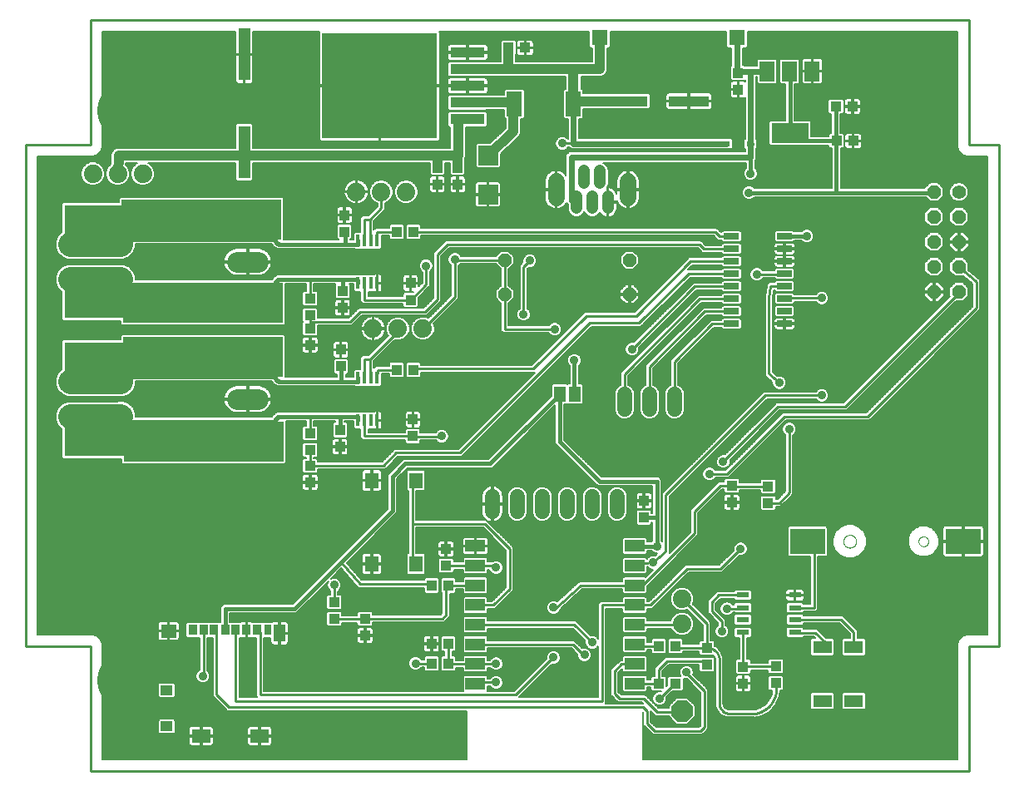
<source format=gtl>
G75*
%MOIN*%
%OFA0B0*%
%FSLAX25Y25*%
%IPPOS*%
%LPD*%
%AMOC8*
5,1,8,0,0,1.08239X$1,22.5*
%
%ADD10C,0.01000*%
%ADD11R,0.64000X0.16000*%
%ADD12R,0.01575X0.04724*%
%ADD13R,0.03937X0.04331*%
%ADD14R,0.07874X0.07874*%
%ADD15R,0.04331X0.03937*%
%ADD16R,0.05900X0.07900*%
%ADD17R,0.15000X0.07900*%
%ADD18R,0.13800X0.04100*%
%ADD19R,0.45900X0.42000*%
%ADD20R,0.05906X0.09843*%
%ADD21R,0.03150X0.02362*%
%ADD22R,0.16000X0.04300*%
%ADD23C,0.07400*%
%ADD24R,0.07874X0.04724*%
%ADD25C,0.06000*%
%ADD26R,0.04700X0.21100*%
%ADD27R,0.03350X0.04300*%
%ADD28R,0.02950X0.04300*%
%ADD29R,0.04606X0.07059*%
%ADD30R,0.07509X0.05306*%
%ADD31R,0.04706X0.03955*%
%ADD32R,0.06108X0.05307*%
%ADD33C,0.04756*%
%ADD34C,0.06600*%
%ADD35R,0.05512X0.06299*%
%ADD36R,0.04600X0.06300*%
%ADD37R,0.06000X0.02500*%
%ADD38R,0.24409X0.11811*%
%ADD39OC8,0.05200*%
%ADD40C,0.05600*%
%ADD41OC8,0.05600*%
%ADD42R,0.07480X0.05118*%
%ADD43R,0.05118X0.02362*%
%ADD44C,0.08400*%
%ADD45C,0.00000*%
%ADD46R,0.13937X0.10236*%
%ADD47OC8,0.08500*%
%ADD48C,0.22000*%
%ADD49C,0.00500*%
%ADD50C,0.03569*%
%ADD51C,0.01600*%
%ADD52C,0.04000*%
%ADD53R,0.06496X0.06496*%
%ADD54C,0.02400*%
%ADD55C,0.10000*%
%ADD56C,0.03500*%
D10*
X0055827Y0055531D02*
X0407827Y0055531D01*
X0407827Y0105531D01*
X0419827Y0105531D01*
X0419827Y0306531D01*
X0407827Y0306531D01*
X0407827Y0356531D01*
X0055827Y0356531D01*
X0055827Y0306531D01*
X0029827Y0306531D01*
X0029827Y0105531D01*
X0055827Y0105531D01*
X0055827Y0055531D01*
X0106327Y0086031D02*
X0111327Y0081031D01*
X0277327Y0081031D01*
X0278827Y0079531D01*
X0278827Y0074531D01*
X0281827Y0071531D01*
X0300327Y0071531D01*
X0301827Y0073031D01*
X0301827Y0087531D01*
X0294640Y0094718D01*
X0294640Y0095122D01*
X0301480Y0099531D02*
X0286827Y0099531D01*
X0283480Y0096185D01*
X0283480Y0090531D01*
X0273827Y0090531D01*
X0273827Y0090539D01*
X0277575Y0084531D02*
X0267827Y0084531D01*
X0265827Y0086531D01*
X0265827Y0095531D01*
X0268709Y0098413D01*
X0273827Y0098413D01*
X0273827Y0105531D02*
X0283480Y0105531D01*
X0290173Y0105531D02*
X0290173Y0104878D01*
X0302827Y0104878D01*
X0302827Y0114531D01*
X0292827Y0124531D01*
X0304827Y0123267D02*
X0304827Y0119531D01*
X0308827Y0115531D01*
X0308827Y0111531D01*
X0317197Y0111051D02*
X0317372Y0110876D01*
X0317372Y0097309D01*
X0317425Y0097361D01*
X0330456Y0097361D01*
X0330456Y0090668D02*
X0330501Y0090422D01*
X0330540Y0090176D01*
X0330574Y0089928D01*
X0330601Y0089680D01*
X0330623Y0089431D01*
X0330638Y0089182D01*
X0330648Y0088933D01*
X0330651Y0088683D01*
X0330648Y0088433D01*
X0330640Y0088184D01*
X0330625Y0087935D01*
X0330604Y0087686D01*
X0330577Y0087438D01*
X0330545Y0087190D01*
X0330506Y0086943D01*
X0330461Y0086698D01*
X0330411Y0086453D01*
X0330354Y0086210D01*
X0330292Y0085968D01*
X0330224Y0085728D01*
X0330150Y0085490D01*
X0330070Y0085253D01*
X0329985Y0085018D01*
X0329894Y0084786D01*
X0329797Y0084556D01*
X0329695Y0084328D01*
X0329588Y0084103D01*
X0329475Y0083880D01*
X0329356Y0083660D01*
X0329233Y0083443D01*
X0329104Y0083229D01*
X0328970Y0083019D01*
X0328831Y0082811D01*
X0328687Y0082607D01*
X0328538Y0082407D01*
X0328384Y0082210D01*
X0328226Y0082017D01*
X0328063Y0081828D01*
X0327895Y0081643D01*
X0327723Y0081462D01*
X0327547Y0081285D01*
X0327366Y0081113D01*
X0327182Y0080944D01*
X0326993Y0080781D01*
X0326801Y0080622D01*
X0326604Y0080468D01*
X0326404Y0080318D01*
X0326201Y0080174D01*
X0325994Y0080034D01*
X0325783Y0079899D01*
X0325570Y0079770D01*
X0325353Y0079646D01*
X0325134Y0079527D01*
X0324912Y0079413D01*
X0324687Y0079305D01*
X0324459Y0079202D01*
X0324229Y0079104D01*
X0323997Y0079013D01*
X0323763Y0078927D01*
X0323526Y0078846D01*
X0323288Y0078772D01*
X0323048Y0078703D01*
X0322806Y0078640D01*
X0322563Y0078583D01*
X0322319Y0078531D01*
X0311827Y0078531D01*
X0311701Y0078533D01*
X0311576Y0078539D01*
X0311451Y0078549D01*
X0311326Y0078563D01*
X0311201Y0078580D01*
X0311077Y0078602D01*
X0310954Y0078627D01*
X0310832Y0078657D01*
X0310711Y0078690D01*
X0310591Y0078727D01*
X0310472Y0078767D01*
X0310355Y0078812D01*
X0310238Y0078860D01*
X0310124Y0078912D01*
X0310011Y0078967D01*
X0309900Y0079026D01*
X0309791Y0079088D01*
X0309684Y0079154D01*
X0309579Y0079223D01*
X0309476Y0079295D01*
X0309375Y0079370D01*
X0309277Y0079449D01*
X0309182Y0079531D01*
X0309089Y0079615D01*
X0308999Y0079703D01*
X0308911Y0079793D01*
X0308827Y0079886D01*
X0308745Y0079981D01*
X0308666Y0080079D01*
X0308591Y0080180D01*
X0308519Y0080283D01*
X0308450Y0080388D01*
X0308384Y0080495D01*
X0308322Y0080604D01*
X0308263Y0080715D01*
X0308208Y0080828D01*
X0308156Y0080942D01*
X0308108Y0081059D01*
X0308063Y0081176D01*
X0308023Y0081295D01*
X0307986Y0081415D01*
X0307953Y0081536D01*
X0307923Y0081658D01*
X0307898Y0081781D01*
X0307876Y0081905D01*
X0307859Y0082030D01*
X0307845Y0082155D01*
X0307835Y0082280D01*
X0307829Y0082405D01*
X0307827Y0082531D01*
X0307827Y0099878D01*
X0307825Y0100018D01*
X0307819Y0100158D01*
X0307809Y0100298D01*
X0307796Y0100438D01*
X0307778Y0100577D01*
X0307756Y0100716D01*
X0307731Y0100853D01*
X0307702Y0100991D01*
X0307669Y0101127D01*
X0307632Y0101262D01*
X0307591Y0101396D01*
X0307546Y0101529D01*
X0307498Y0101661D01*
X0307446Y0101791D01*
X0307391Y0101920D01*
X0307332Y0102047D01*
X0307269Y0102173D01*
X0307203Y0102297D01*
X0307134Y0102418D01*
X0307061Y0102538D01*
X0306984Y0102656D01*
X0306905Y0102771D01*
X0306822Y0102885D01*
X0306736Y0102995D01*
X0306647Y0103104D01*
X0306555Y0103210D01*
X0306460Y0103313D01*
X0306363Y0103414D01*
X0306262Y0103511D01*
X0306159Y0103606D01*
X0306053Y0103698D01*
X0305944Y0103787D01*
X0305834Y0103873D01*
X0305720Y0103956D01*
X0305605Y0104035D01*
X0305487Y0104112D01*
X0305367Y0104185D01*
X0305246Y0104254D01*
X0305122Y0104320D01*
X0304996Y0104383D01*
X0304869Y0104442D01*
X0304740Y0104497D01*
X0304610Y0104549D01*
X0304478Y0104597D01*
X0304345Y0104642D01*
X0304211Y0104683D01*
X0304076Y0104720D01*
X0303940Y0104753D01*
X0303802Y0104782D01*
X0303665Y0104807D01*
X0303526Y0104829D01*
X0303387Y0104847D01*
X0303247Y0104860D01*
X0303107Y0104870D01*
X0302967Y0104876D01*
X0302827Y0104878D01*
X0301480Y0099531D02*
X0302827Y0098185D01*
X0290173Y0090531D02*
X0289827Y0090531D01*
X0283827Y0084531D01*
X0282993Y0079113D02*
X0277575Y0084531D01*
X0282993Y0079113D02*
X0292409Y0079113D01*
X0292827Y0079531D01*
X0260827Y0083531D02*
X0260827Y0122035D01*
X0273827Y0122035D01*
X0273827Y0122031D01*
X0280327Y0122031D01*
X0294827Y0136531D01*
X0308327Y0136531D01*
X0316327Y0144531D01*
X0297827Y0150656D02*
X0276952Y0129781D01*
X0273827Y0129781D01*
X0273827Y0129909D01*
X0252205Y0129909D01*
X0241577Y0120281D01*
X0241827Y0121031D01*
X0241327Y0121031D01*
X0240827Y0120531D02*
X0241577Y0120281D01*
X0249697Y0114161D02*
X0256827Y0107031D01*
X0253327Y0102369D02*
X0253717Y0101979D01*
X0253327Y0102369D02*
X0252827Y0102531D01*
X0249071Y0106287D01*
X0210047Y0106287D01*
X0199173Y0106531D02*
X0199173Y0098531D01*
X0198291Y0098413D01*
X0210047Y0098413D01*
X0218209Y0098413D01*
X0218327Y0098531D01*
X0218327Y0091031D02*
X0210539Y0091031D01*
X0210047Y0090539D01*
X0226327Y0086031D02*
X0241327Y0101031D01*
X0249697Y0114161D02*
X0210047Y0114161D01*
X0198251Y0118031D02*
X0196751Y0116531D01*
X0165827Y0116531D01*
X0165693Y0116397D01*
X0153485Y0116397D01*
X0153485Y0123090D02*
X0153485Y0129969D01*
X0153527Y0130011D01*
X0156173Y0139185D02*
X0163873Y0130485D01*
X0190827Y0130485D01*
X0192480Y0129831D01*
X0198251Y0129909D02*
X0198251Y0118031D01*
X0210047Y0122035D02*
X0217331Y0122035D01*
X0223827Y0128531D01*
X0223827Y0144531D01*
X0213827Y0154531D01*
X0184827Y0154531D01*
X0184827Y0140531D01*
X0186239Y0140531D01*
X0186239Y0138472D01*
X0198277Y0137774D02*
X0218327Y0137774D01*
X0218327Y0137031D01*
X0210047Y0137774D02*
X0210047Y0137783D01*
X0210047Y0137774D02*
X0198277Y0137774D01*
X0198251Y0129909D02*
X0210047Y0129909D01*
X0199173Y0129831D02*
X0198251Y0129909D01*
X0211173Y0144531D02*
X0210047Y0145657D01*
X0184827Y0154531D02*
X0184827Y0170531D01*
X0186239Y0170531D01*
X0186239Y0171936D01*
X0178327Y0183031D02*
X0173202Y0177906D01*
X0143827Y0177906D01*
X0143827Y0177878D01*
X0143827Y0177906D02*
X0143827Y0184185D01*
X0143827Y0190878D02*
X0143827Y0197531D01*
X0165547Y0196040D02*
X0165547Y0189685D01*
X0185027Y0189685D01*
X0185180Y0189531D01*
X0196827Y0189531D01*
X0196702Y0189656D01*
X0196596Y0189656D01*
X0203952Y0183031D02*
X0178327Y0183031D01*
X0203952Y0183031D02*
X0255952Y0235031D01*
X0275702Y0235031D01*
X0295452Y0254781D01*
X0312577Y0254781D01*
X0312681Y0254740D01*
X0312681Y0249740D02*
X0298035Y0249740D01*
X0272827Y0224531D01*
X0279827Y0217531D02*
X0302035Y0239740D01*
X0312681Y0239740D01*
X0312681Y0234740D02*
X0305035Y0234740D01*
X0289827Y0219531D01*
X0289827Y0203531D01*
X0279827Y0203531D02*
X0279827Y0217531D01*
X0269827Y0214531D02*
X0300035Y0244740D01*
X0312681Y0244740D01*
X0322827Y0254531D02*
X0333827Y0254531D01*
X0333902Y0254740D01*
X0333827Y0249781D02*
X0333902Y0249740D01*
X0329452Y0249790D01*
X0328363Y0249790D01*
X0327627Y0245054D01*
X0327627Y0214768D01*
X0331755Y0211140D01*
X0331805Y0211140D01*
X0326327Y0206031D02*
X0286327Y0166031D01*
X0286327Y0143531D01*
X0281283Y0139079D01*
X0273827Y0138531D01*
X0273827Y0137783D01*
X0297827Y0150656D02*
X0297827Y0159531D01*
X0308173Y0169878D01*
X0312827Y0169878D01*
X0313173Y0169531D01*
X0327365Y0169615D01*
X0331718Y0162923D02*
X0335827Y0167031D01*
X0335827Y0174161D01*
X0335815Y0174173D01*
X0335815Y0192512D01*
X0333827Y0197531D02*
X0310827Y0174531D01*
X0303827Y0174531D01*
X0309327Y0179531D02*
X0331327Y0201531D01*
X0358077Y0201531D01*
X0403827Y0247281D01*
X0403827Y0247531D01*
X0410327Y0252031D02*
X0410827Y0251531D01*
X0410827Y0241031D01*
X0367327Y0197531D01*
X0333827Y0197531D01*
X0326327Y0206031D02*
X0348827Y0206031D01*
X0348827Y0245031D02*
X0335827Y0245031D01*
X0333902Y0244740D01*
X0312681Y0259740D02*
X0312577Y0259781D01*
X0296327Y0259781D01*
X0274452Y0237906D01*
X0254452Y0237906D01*
X0233202Y0216656D01*
X0185077Y0216656D01*
X0185134Y0216208D01*
X0178441Y0216208D02*
X0170798Y0216208D01*
X0170665Y0213022D01*
X0168106Y0213022D02*
X0167827Y0213302D01*
X0167827Y0220531D01*
X0165547Y0220531D01*
X0165547Y0213022D01*
X0167827Y0220531D02*
X0179157Y0231861D01*
X0178997Y0232816D01*
X0188997Y0232816D02*
X0189112Y0232816D01*
X0201827Y0245531D01*
X0201827Y0260531D01*
X0203102Y0260531D01*
X0203102Y0260256D01*
X0221834Y0260256D01*
X0221827Y0246531D01*
X0221827Y0232531D01*
X0241827Y0232531D01*
X0229327Y0238531D02*
X0229327Y0257531D01*
X0231827Y0260031D01*
X0201827Y0260531D02*
X0201827Y0261531D01*
X0198827Y0266531D02*
X0194827Y0262531D01*
X0194827Y0244531D01*
X0189827Y0239531D01*
X0163827Y0239531D01*
X0159827Y0235531D01*
X0143827Y0235531D01*
X0143827Y0232878D01*
X0143827Y0232531D01*
X0143827Y0235531D02*
X0143827Y0238185D01*
X0143827Y0244878D02*
X0143827Y0252531D01*
X0165547Y0251040D02*
X0165547Y0244307D01*
X0184051Y0244307D01*
X0190297Y0250553D01*
X0190297Y0257716D01*
X0190262Y0257752D01*
X0190262Y0257928D01*
X0198827Y0266531D02*
X0299827Y0266531D01*
X0301618Y0264740D01*
X0312681Y0264740D01*
X0312681Y0269740D02*
X0312562Y0269859D01*
X0307798Y0269859D01*
X0306125Y0271531D01*
X0185173Y0271531D01*
X0178480Y0271531D02*
X0170665Y0271531D01*
X0170665Y0268022D01*
X0168106Y0268022D02*
X0167827Y0268302D01*
X0167827Y0276531D01*
X0165547Y0276531D01*
X0165547Y0268022D01*
X0167827Y0276531D02*
X0172327Y0281031D01*
X0172326Y0281032D01*
X0172326Y0287631D01*
X0244827Y0307031D02*
X0249206Y0307031D01*
X0249337Y0306901D01*
X0393827Y0287531D02*
X0393827Y0287281D01*
X0403827Y0257531D02*
X0410327Y0252031D01*
X0269827Y0214531D02*
X0269827Y0203531D01*
X0250077Y0206656D02*
X0249827Y0206531D01*
X0327365Y0162923D02*
X0331718Y0162923D01*
X0343150Y0147531D02*
X0343150Y0146531D01*
X0345827Y0146531D01*
X0345827Y0120894D01*
X0338063Y0120894D01*
X0338103Y0116209D02*
X0338063Y0116169D01*
X0338103Y0116209D02*
X0356628Y0116209D01*
X0361654Y0111183D01*
X0361654Y0105246D01*
X0350055Y0107169D02*
X0346337Y0110887D01*
X0338227Y0110887D01*
X0338063Y0111051D01*
X0349055Y0105246D02*
X0350055Y0107169D01*
X0317197Y0120894D02*
X0316835Y0120531D01*
X0310827Y0120531D01*
X0307602Y0126042D02*
X0304827Y0123267D01*
X0307602Y0126042D02*
X0317166Y0126042D01*
X0317197Y0126012D01*
X0292827Y0114531D02*
X0292457Y0114161D01*
X0273827Y0114161D01*
X0273827Y0106287D02*
X0273827Y0105531D01*
X0260827Y0083531D02*
X0114026Y0083531D01*
X0114026Y0112086D01*
X0106327Y0111031D02*
X0105371Y0112067D01*
X0106327Y0111031D02*
X0106327Y0086031D01*
X0101061Y0093531D02*
X0101061Y0112086D01*
X0122684Y0112075D02*
X0123827Y0111031D01*
X0123827Y0086031D01*
X0226327Y0086031D01*
X0192480Y0098531D02*
X0186064Y0098619D01*
X0101061Y0093531D02*
X0100827Y0093531D01*
D11*
X0101133Y0187612D03*
X0100827Y0221423D03*
X0100827Y0243031D03*
X0100327Y0276531D03*
D12*
X0162988Y0268022D03*
X0165547Y0268022D03*
X0168106Y0268022D03*
X0170665Y0268022D03*
X0170665Y0251040D03*
X0168106Y0251040D03*
X0165547Y0251040D03*
X0162988Y0251040D03*
X0162988Y0213022D03*
X0165547Y0213022D03*
X0168106Y0213022D03*
X0170665Y0213022D03*
X0170665Y0196040D03*
X0168106Y0196040D03*
X0165547Y0196040D03*
X0162988Y0196040D03*
D13*
X0155827Y0192178D03*
X0155827Y0185485D03*
X0185027Y0189685D03*
X0185027Y0196378D03*
X0185134Y0216208D03*
X0178441Y0216208D03*
X0156127Y0217685D03*
X0156127Y0224378D03*
X0156827Y0241185D03*
X0156827Y0247878D03*
X0184051Y0251000D03*
X0184051Y0244307D03*
X0185173Y0271531D03*
X0178480Y0271531D03*
X0157627Y0271585D03*
X0157627Y0278278D03*
X0194786Y0290589D03*
X0202950Y0290576D03*
X0202950Y0297269D03*
X0194786Y0297282D03*
X0315327Y0328585D03*
X0315327Y0335278D03*
X0277627Y0163778D03*
X0277627Y0157085D03*
X0199173Y0129831D03*
X0192480Y0129831D03*
X0192480Y0106531D03*
X0199173Y0106531D03*
X0199173Y0098531D03*
X0192480Y0098531D03*
X0283480Y0105531D03*
X0290173Y0105531D03*
X0317372Y0097309D03*
X0317372Y0090616D03*
D14*
X0215111Y0286501D03*
X0215111Y0302249D03*
D15*
X0223280Y0345338D03*
X0229972Y0345338D03*
X0354504Y0321827D03*
X0361197Y0321827D03*
X0361422Y0308002D03*
X0354729Y0308002D03*
X0143827Y0244878D03*
X0143827Y0238185D03*
X0143827Y0232878D03*
X0143827Y0226185D03*
X0143827Y0190878D03*
X0143827Y0184185D03*
X0143827Y0177878D03*
X0143827Y0171185D03*
X0198277Y0144467D03*
X0198277Y0137774D03*
X0165827Y0116531D03*
X0165827Y0109838D03*
X0153485Y0116397D03*
X0153485Y0123090D03*
X0283480Y0090531D03*
X0290173Y0090531D03*
X0302827Y0098185D03*
X0302827Y0104878D03*
X0330456Y0097361D03*
X0330456Y0090668D03*
X0327365Y0162923D03*
X0327365Y0169615D03*
X0312827Y0169878D03*
X0312827Y0163185D03*
D16*
X0327038Y0335931D03*
X0336038Y0335931D03*
X0345038Y0335931D03*
D17*
X0336138Y0311131D03*
D18*
X0206902Y0316690D03*
X0206902Y0323390D03*
X0206902Y0330090D03*
X0206902Y0336790D03*
X0206902Y0343490D03*
D19*
X0171702Y0330090D03*
D20*
X0225715Y0322884D03*
X0249337Y0322884D03*
D21*
X0310472Y0306901D03*
X0320315Y0306901D03*
D22*
X0295627Y0323931D03*
X0271027Y0323931D03*
D23*
X0182326Y0287631D03*
X0172326Y0287631D03*
X0162326Y0287631D03*
X0076737Y0294902D03*
X0066737Y0294902D03*
X0056737Y0294902D03*
X0057827Y0266531D03*
X0067827Y0266531D03*
X0047827Y0266531D03*
X0047827Y0252531D03*
X0057827Y0252531D03*
X0067827Y0252531D03*
X0067827Y0211531D03*
X0057827Y0211531D03*
X0047827Y0211531D03*
X0047827Y0197531D03*
X0057827Y0197531D03*
X0067827Y0197531D03*
X0168997Y0232816D03*
X0178997Y0232816D03*
X0188997Y0232816D03*
X0292827Y0124531D03*
X0292827Y0114531D03*
D24*
X0273827Y0114161D03*
X0273827Y0106287D03*
X0273827Y0098413D03*
X0273827Y0090539D03*
X0273827Y0122035D03*
X0273827Y0129909D03*
X0273827Y0137783D03*
X0273827Y0145657D03*
X0210047Y0145657D03*
X0210047Y0137783D03*
X0210047Y0129909D03*
X0210047Y0122035D03*
X0210047Y0114161D03*
X0210047Y0106287D03*
X0210047Y0098413D03*
X0210047Y0090539D03*
D25*
X0216827Y0159531D02*
X0216827Y0165531D01*
X0226827Y0165531D02*
X0226827Y0159531D01*
X0236827Y0159531D02*
X0236827Y0165531D01*
X0246827Y0165531D02*
X0246827Y0159531D01*
X0256827Y0159531D02*
X0256827Y0165531D01*
X0266827Y0165531D02*
X0266827Y0159531D01*
X0269827Y0200531D02*
X0269827Y0206531D01*
X0279827Y0206531D02*
X0279827Y0200531D01*
X0289827Y0200531D02*
X0289827Y0206531D01*
D26*
X0117426Y0303496D03*
X0117426Y0342696D03*
D27*
X0118328Y0112086D03*
X0114026Y0112086D03*
X0109733Y0112076D03*
X0105371Y0112067D03*
X0101061Y0112086D03*
X0096768Y0112086D03*
X0122684Y0112075D03*
D28*
X0126855Y0112076D03*
D29*
X0131578Y0110700D03*
D30*
X0123614Y0069538D03*
X0100133Y0069536D03*
D31*
X0086369Y0073350D03*
X0086369Y0087918D03*
D32*
X0087085Y0111590D03*
D33*
X0250528Y0281035D02*
X0250528Y0285791D01*
X0256827Y0285791D02*
X0256827Y0281035D01*
X0263126Y0281035D02*
X0263126Y0285791D01*
X0259976Y0291271D02*
X0259976Y0296027D01*
X0253677Y0296027D02*
X0253677Y0291271D01*
D34*
X0242457Y0291831D02*
X0242457Y0285231D01*
X0271197Y0285231D02*
X0271197Y0291831D01*
D35*
X0186239Y0171936D03*
X0168522Y0171936D03*
X0168522Y0138472D03*
X0186239Y0138472D03*
D36*
X0243827Y0206531D03*
X0249827Y0206531D03*
D37*
X0312681Y0234740D03*
X0312681Y0239740D03*
X0312681Y0244740D03*
X0312681Y0249740D03*
X0312681Y0254740D03*
X0312681Y0259740D03*
X0312681Y0264740D03*
X0312681Y0269740D03*
X0333902Y0269740D03*
X0333902Y0264740D03*
X0333902Y0259740D03*
X0333902Y0254740D03*
X0333902Y0249740D03*
X0333902Y0244740D03*
X0333902Y0239740D03*
X0333902Y0234740D03*
D38*
X0057457Y0242665D03*
X0057583Y0221366D03*
X0057583Y0187508D03*
X0057457Y0276523D03*
D39*
X0221834Y0260256D03*
X0221827Y0246531D03*
X0271827Y0246531D03*
X0271834Y0260256D03*
D40*
X0403827Y0287531D03*
D41*
X0403827Y0277531D03*
X0393827Y0277531D03*
X0393827Y0287531D03*
X0393827Y0267531D03*
X0403827Y0267531D03*
X0403827Y0257531D03*
X0393827Y0257531D03*
X0393827Y0247531D03*
X0403827Y0247531D03*
D42*
X0361654Y0105246D03*
X0349055Y0105246D03*
X0349055Y0083593D03*
X0361654Y0083593D03*
D43*
X0338063Y0111051D03*
X0338063Y0116169D03*
X0338063Y0120894D03*
X0338063Y0126012D03*
X0317197Y0126012D03*
X0317197Y0120894D03*
X0317197Y0116169D03*
X0317197Y0111051D03*
D44*
X0123027Y0190752D02*
X0114627Y0190752D01*
X0114627Y0204531D02*
X0123027Y0204531D01*
X0123027Y0218311D02*
X0114627Y0218311D01*
X0114627Y0245752D02*
X0123027Y0245752D01*
X0123027Y0259531D02*
X0114627Y0259531D01*
X0114627Y0273311D02*
X0123027Y0273311D01*
D45*
X0357520Y0147531D02*
X0357522Y0147632D01*
X0357528Y0147733D01*
X0357538Y0147834D01*
X0357552Y0147934D01*
X0357570Y0148033D01*
X0357592Y0148132D01*
X0357617Y0148230D01*
X0357647Y0148327D01*
X0357680Y0148422D01*
X0357717Y0148516D01*
X0357758Y0148609D01*
X0357802Y0148700D01*
X0357850Y0148789D01*
X0357902Y0148876D01*
X0357957Y0148961D01*
X0358015Y0149043D01*
X0358076Y0149124D01*
X0358141Y0149202D01*
X0358208Y0149277D01*
X0358278Y0149349D01*
X0358352Y0149419D01*
X0358428Y0149486D01*
X0358506Y0149550D01*
X0358587Y0149610D01*
X0358670Y0149667D01*
X0358756Y0149721D01*
X0358844Y0149772D01*
X0358933Y0149819D01*
X0359024Y0149863D01*
X0359117Y0149902D01*
X0359212Y0149939D01*
X0359307Y0149971D01*
X0359404Y0150000D01*
X0359503Y0150024D01*
X0359601Y0150045D01*
X0359701Y0150062D01*
X0359801Y0150075D01*
X0359902Y0150084D01*
X0360003Y0150089D01*
X0360104Y0150090D01*
X0360205Y0150087D01*
X0360306Y0150080D01*
X0360407Y0150069D01*
X0360507Y0150054D01*
X0360606Y0150035D01*
X0360705Y0150012D01*
X0360802Y0149986D01*
X0360899Y0149955D01*
X0360994Y0149921D01*
X0361087Y0149883D01*
X0361180Y0149841D01*
X0361270Y0149796D01*
X0361359Y0149747D01*
X0361445Y0149695D01*
X0361529Y0149639D01*
X0361612Y0149580D01*
X0361691Y0149518D01*
X0361769Y0149453D01*
X0361843Y0149385D01*
X0361915Y0149313D01*
X0361984Y0149240D01*
X0362050Y0149163D01*
X0362113Y0149084D01*
X0362173Y0149002D01*
X0362229Y0148918D01*
X0362282Y0148832D01*
X0362332Y0148744D01*
X0362378Y0148654D01*
X0362421Y0148563D01*
X0362460Y0148469D01*
X0362495Y0148374D01*
X0362526Y0148278D01*
X0362554Y0148181D01*
X0362578Y0148083D01*
X0362598Y0147984D01*
X0362614Y0147884D01*
X0362626Y0147783D01*
X0362634Y0147683D01*
X0362638Y0147582D01*
X0362638Y0147480D01*
X0362634Y0147379D01*
X0362626Y0147279D01*
X0362614Y0147178D01*
X0362598Y0147078D01*
X0362578Y0146979D01*
X0362554Y0146881D01*
X0362526Y0146784D01*
X0362495Y0146688D01*
X0362460Y0146593D01*
X0362421Y0146499D01*
X0362378Y0146408D01*
X0362332Y0146318D01*
X0362282Y0146230D01*
X0362229Y0146144D01*
X0362173Y0146060D01*
X0362113Y0145978D01*
X0362050Y0145899D01*
X0361984Y0145822D01*
X0361915Y0145749D01*
X0361843Y0145677D01*
X0361769Y0145609D01*
X0361691Y0145544D01*
X0361612Y0145482D01*
X0361529Y0145423D01*
X0361445Y0145367D01*
X0361358Y0145315D01*
X0361270Y0145266D01*
X0361180Y0145221D01*
X0361087Y0145179D01*
X0360994Y0145141D01*
X0360899Y0145107D01*
X0360802Y0145076D01*
X0360705Y0145050D01*
X0360606Y0145027D01*
X0360507Y0145008D01*
X0360407Y0144993D01*
X0360306Y0144982D01*
X0360205Y0144975D01*
X0360104Y0144972D01*
X0360003Y0144973D01*
X0359902Y0144978D01*
X0359801Y0144987D01*
X0359701Y0145000D01*
X0359601Y0145017D01*
X0359503Y0145038D01*
X0359404Y0145062D01*
X0359307Y0145091D01*
X0359212Y0145123D01*
X0359117Y0145160D01*
X0359024Y0145199D01*
X0358933Y0145243D01*
X0358844Y0145290D01*
X0358756Y0145341D01*
X0358670Y0145395D01*
X0358587Y0145452D01*
X0358506Y0145512D01*
X0358428Y0145576D01*
X0358352Y0145643D01*
X0358278Y0145713D01*
X0358208Y0145785D01*
X0358141Y0145860D01*
X0358076Y0145938D01*
X0358015Y0146019D01*
X0357957Y0146101D01*
X0357902Y0146186D01*
X0357850Y0146273D01*
X0357802Y0146362D01*
X0357758Y0146453D01*
X0357717Y0146546D01*
X0357680Y0146640D01*
X0357647Y0146735D01*
X0357617Y0146832D01*
X0357592Y0146930D01*
X0357570Y0147029D01*
X0357552Y0147128D01*
X0357538Y0147228D01*
X0357528Y0147329D01*
X0357522Y0147430D01*
X0357520Y0147531D01*
X0387637Y0147531D02*
X0387639Y0147619D01*
X0387645Y0147707D01*
X0387655Y0147795D01*
X0387669Y0147883D01*
X0387686Y0147969D01*
X0387708Y0148055D01*
X0387733Y0148139D01*
X0387763Y0148223D01*
X0387795Y0148305D01*
X0387832Y0148385D01*
X0387872Y0148464D01*
X0387916Y0148541D01*
X0387963Y0148616D01*
X0388013Y0148688D01*
X0388067Y0148759D01*
X0388123Y0148826D01*
X0388183Y0148892D01*
X0388245Y0148954D01*
X0388311Y0149014D01*
X0388378Y0149070D01*
X0388449Y0149124D01*
X0388521Y0149174D01*
X0388596Y0149221D01*
X0388673Y0149265D01*
X0388752Y0149305D01*
X0388832Y0149342D01*
X0388914Y0149374D01*
X0388998Y0149404D01*
X0389082Y0149429D01*
X0389168Y0149451D01*
X0389254Y0149468D01*
X0389342Y0149482D01*
X0389430Y0149492D01*
X0389518Y0149498D01*
X0389606Y0149500D01*
X0389694Y0149498D01*
X0389782Y0149492D01*
X0389870Y0149482D01*
X0389958Y0149468D01*
X0390044Y0149451D01*
X0390130Y0149429D01*
X0390214Y0149404D01*
X0390298Y0149374D01*
X0390380Y0149342D01*
X0390460Y0149305D01*
X0390539Y0149265D01*
X0390616Y0149221D01*
X0390691Y0149174D01*
X0390763Y0149124D01*
X0390834Y0149070D01*
X0390901Y0149014D01*
X0390967Y0148954D01*
X0391029Y0148892D01*
X0391089Y0148826D01*
X0391145Y0148759D01*
X0391199Y0148688D01*
X0391249Y0148616D01*
X0391296Y0148541D01*
X0391340Y0148464D01*
X0391380Y0148385D01*
X0391417Y0148305D01*
X0391449Y0148223D01*
X0391479Y0148139D01*
X0391504Y0148055D01*
X0391526Y0147969D01*
X0391543Y0147883D01*
X0391557Y0147795D01*
X0391567Y0147707D01*
X0391573Y0147619D01*
X0391575Y0147531D01*
X0391573Y0147443D01*
X0391567Y0147355D01*
X0391557Y0147267D01*
X0391543Y0147179D01*
X0391526Y0147093D01*
X0391504Y0147007D01*
X0391479Y0146923D01*
X0391449Y0146839D01*
X0391417Y0146757D01*
X0391380Y0146677D01*
X0391340Y0146598D01*
X0391296Y0146521D01*
X0391249Y0146446D01*
X0391199Y0146374D01*
X0391145Y0146303D01*
X0391089Y0146236D01*
X0391029Y0146170D01*
X0390967Y0146108D01*
X0390901Y0146048D01*
X0390834Y0145992D01*
X0390763Y0145938D01*
X0390691Y0145888D01*
X0390616Y0145841D01*
X0390539Y0145797D01*
X0390460Y0145757D01*
X0390380Y0145720D01*
X0390298Y0145688D01*
X0390214Y0145658D01*
X0390130Y0145633D01*
X0390044Y0145611D01*
X0389958Y0145594D01*
X0389870Y0145580D01*
X0389782Y0145570D01*
X0389694Y0145564D01*
X0389606Y0145562D01*
X0389518Y0145564D01*
X0389430Y0145570D01*
X0389342Y0145580D01*
X0389254Y0145594D01*
X0389168Y0145611D01*
X0389082Y0145633D01*
X0388998Y0145658D01*
X0388914Y0145688D01*
X0388832Y0145720D01*
X0388752Y0145757D01*
X0388673Y0145797D01*
X0388596Y0145841D01*
X0388521Y0145888D01*
X0388449Y0145938D01*
X0388378Y0145992D01*
X0388311Y0146048D01*
X0388245Y0146108D01*
X0388183Y0146170D01*
X0388123Y0146236D01*
X0388067Y0146303D01*
X0388013Y0146374D01*
X0387963Y0146446D01*
X0387916Y0146521D01*
X0387872Y0146598D01*
X0387832Y0146677D01*
X0387795Y0146757D01*
X0387763Y0146839D01*
X0387733Y0146923D01*
X0387708Y0147007D01*
X0387686Y0147093D01*
X0387669Y0147179D01*
X0387655Y0147267D01*
X0387645Y0147355D01*
X0387639Y0147443D01*
X0387637Y0147531D01*
D46*
X0405551Y0147531D03*
X0343150Y0147531D03*
D47*
X0292827Y0079531D03*
D48*
X0392316Y0091741D03*
X0069504Y0091748D03*
X0069504Y0320134D03*
X0392316Y0320205D03*
D49*
X0403077Y0320220D02*
X0364613Y0320220D01*
X0364613Y0320719D02*
X0403077Y0320719D01*
X0403077Y0321217D02*
X0364613Y0321217D01*
X0364613Y0321577D02*
X0361447Y0321577D01*
X0361447Y0318609D01*
X0363527Y0318609D01*
X0363845Y0318694D01*
X0364130Y0318859D01*
X0364363Y0319091D01*
X0364527Y0319376D01*
X0364613Y0319694D01*
X0364613Y0321577D01*
X0364613Y0322077D02*
X0364613Y0323960D01*
X0364527Y0324278D01*
X0364363Y0324563D01*
X0364130Y0324796D01*
X0363845Y0324961D01*
X0363527Y0325046D01*
X0361447Y0325046D01*
X0361447Y0322077D01*
X0360947Y0322077D01*
X0360947Y0321577D01*
X0357782Y0321577D01*
X0357782Y0319694D01*
X0357867Y0319376D01*
X0358032Y0319091D01*
X0358264Y0318859D01*
X0358549Y0318694D01*
X0358867Y0318609D01*
X0360947Y0318609D01*
X0360947Y0321577D01*
X0361447Y0321577D01*
X0361447Y0322077D01*
X0364613Y0322077D01*
X0364613Y0322214D02*
X0403077Y0322214D01*
X0403077Y0321716D02*
X0361447Y0321716D01*
X0361447Y0322214D02*
X0360947Y0322214D01*
X0360947Y0322077D02*
X0360947Y0325046D01*
X0358867Y0325046D01*
X0358549Y0324961D01*
X0358264Y0324796D01*
X0358032Y0324563D01*
X0357867Y0324278D01*
X0357782Y0323960D01*
X0357782Y0322077D01*
X0360947Y0322077D01*
X0360947Y0321716D02*
X0357720Y0321716D01*
X0357720Y0322214D02*
X0357782Y0322214D01*
X0357782Y0322713D02*
X0357720Y0322713D01*
X0357720Y0323211D02*
X0357782Y0323211D01*
X0357782Y0323710D02*
X0357720Y0323710D01*
X0357720Y0324208D02*
X0357848Y0324208D01*
X0357720Y0324231D02*
X0357105Y0324846D01*
X0351904Y0324846D01*
X0351289Y0324231D01*
X0351289Y0319424D01*
X0351904Y0318809D01*
X0352654Y0318809D01*
X0352654Y0311021D01*
X0352128Y0311021D01*
X0351513Y0310405D01*
X0351513Y0309852D01*
X0344688Y0309852D01*
X0344688Y0315516D01*
X0344073Y0316131D01*
X0337975Y0316131D01*
X0337975Y0330931D01*
X0339423Y0330931D01*
X0340038Y0331546D01*
X0340038Y0340316D01*
X0339423Y0340931D01*
X0332653Y0340931D01*
X0332038Y0340316D01*
X0332038Y0331546D01*
X0332653Y0330931D01*
X0334275Y0330931D01*
X0334275Y0316131D01*
X0328203Y0316131D01*
X0327588Y0315516D01*
X0327588Y0306746D01*
X0328203Y0306131D01*
X0344073Y0306131D01*
X0344093Y0306152D01*
X0351513Y0306152D01*
X0351513Y0305599D01*
X0352128Y0304984D01*
X0352803Y0304984D01*
X0352803Y0289131D01*
X0321860Y0289131D01*
X0321307Y0289684D01*
X0320266Y0290116D01*
X0319138Y0290116D01*
X0318096Y0289684D01*
X0317299Y0288887D01*
X0316868Y0287845D01*
X0316868Y0286718D01*
X0317299Y0285676D01*
X0318096Y0284879D01*
X0319138Y0284447D01*
X0320266Y0284447D01*
X0321307Y0284879D01*
X0321860Y0285431D01*
X0390482Y0285431D01*
X0392232Y0283681D01*
X0395421Y0283681D01*
X0397677Y0285937D01*
X0397677Y0289126D01*
X0395421Y0291381D01*
X0392232Y0291381D01*
X0389982Y0289131D01*
X0356503Y0289131D01*
X0356503Y0304984D01*
X0357329Y0304984D01*
X0357944Y0305599D01*
X0357944Y0310405D01*
X0357329Y0311021D01*
X0356354Y0311021D01*
X0356354Y0318809D01*
X0357105Y0318809D01*
X0357720Y0319424D01*
X0357720Y0324231D01*
X0358175Y0324707D02*
X0357244Y0324707D01*
X0357720Y0321217D02*
X0357782Y0321217D01*
X0357782Y0320719D02*
X0357720Y0320719D01*
X0357720Y0320220D02*
X0357782Y0320220D01*
X0357782Y0319721D02*
X0357720Y0319721D01*
X0357519Y0319223D02*
X0357956Y0319223D01*
X0358497Y0318724D02*
X0356354Y0318724D01*
X0356354Y0318226D02*
X0403077Y0318226D01*
X0403077Y0318724D02*
X0363898Y0318724D01*
X0364439Y0319223D02*
X0403077Y0319223D01*
X0403077Y0319721D02*
X0364613Y0319721D01*
X0364613Y0322713D02*
X0403077Y0322713D01*
X0403077Y0323211D02*
X0364613Y0323211D01*
X0364613Y0323710D02*
X0403077Y0323710D01*
X0403077Y0324208D02*
X0364546Y0324208D01*
X0364220Y0324707D02*
X0403077Y0324707D01*
X0403077Y0325205D02*
X0337975Y0325205D01*
X0337975Y0324707D02*
X0351765Y0324707D01*
X0351289Y0324208D02*
X0337975Y0324208D01*
X0337975Y0323710D02*
X0351289Y0323710D01*
X0351289Y0323211D02*
X0337975Y0323211D01*
X0337975Y0322713D02*
X0351289Y0322713D01*
X0351289Y0322214D02*
X0337975Y0322214D01*
X0337975Y0321716D02*
X0351289Y0321716D01*
X0351289Y0321217D02*
X0337975Y0321217D01*
X0337975Y0320719D02*
X0351289Y0320719D01*
X0351289Y0320220D02*
X0337975Y0320220D01*
X0337975Y0319721D02*
X0351289Y0319721D01*
X0351490Y0319223D02*
X0337975Y0319223D01*
X0337975Y0318724D02*
X0352654Y0318724D01*
X0352654Y0318226D02*
X0337975Y0318226D01*
X0337975Y0317727D02*
X0352654Y0317727D01*
X0352654Y0317229D02*
X0337975Y0317229D01*
X0337975Y0316730D02*
X0352654Y0316730D01*
X0352654Y0316232D02*
X0337975Y0316232D01*
X0334275Y0316232D02*
X0322565Y0316232D01*
X0322565Y0316730D02*
X0334275Y0316730D01*
X0334275Y0317229D02*
X0322565Y0317229D01*
X0322565Y0317727D02*
X0334275Y0317727D01*
X0334275Y0318226D02*
X0322565Y0318226D01*
X0322565Y0318724D02*
X0334275Y0318724D01*
X0334275Y0319223D02*
X0322565Y0319223D01*
X0322565Y0319721D02*
X0334275Y0319721D01*
X0334275Y0320220D02*
X0322565Y0320220D01*
X0322565Y0320719D02*
X0334275Y0320719D01*
X0334275Y0321217D02*
X0322565Y0321217D01*
X0322565Y0321716D02*
X0334275Y0321716D01*
X0334275Y0322214D02*
X0322565Y0322214D01*
X0322565Y0322713D02*
X0334275Y0322713D01*
X0334275Y0323211D02*
X0322565Y0323211D01*
X0322565Y0323710D02*
X0334275Y0323710D01*
X0334275Y0324208D02*
X0322565Y0324208D01*
X0322565Y0324707D02*
X0334275Y0324707D01*
X0334275Y0325205D02*
X0322565Y0325205D01*
X0322565Y0325704D02*
X0334275Y0325704D01*
X0334275Y0326202D02*
X0322565Y0326202D01*
X0322565Y0326701D02*
X0334275Y0326701D01*
X0334275Y0327199D02*
X0322565Y0327199D01*
X0322565Y0327698D02*
X0334275Y0327698D01*
X0334275Y0328196D02*
X0322565Y0328196D01*
X0322565Y0328695D02*
X0334275Y0328695D01*
X0334275Y0329193D02*
X0322565Y0329193D01*
X0322565Y0329692D02*
X0334275Y0329692D01*
X0334275Y0330190D02*
X0322565Y0330190D01*
X0322565Y0330689D02*
X0334275Y0330689D01*
X0332397Y0331187D02*
X0330679Y0331187D01*
X0330423Y0330931D02*
X0331038Y0331546D01*
X0331038Y0340316D01*
X0330423Y0340931D01*
X0323653Y0340931D01*
X0323038Y0340316D01*
X0323038Y0338181D01*
X0318042Y0338181D01*
X0317730Y0338493D01*
X0317077Y0338493D01*
X0317077Y0345233D01*
X0318510Y0345233D01*
X0319125Y0345848D01*
X0319125Y0351781D01*
X0403077Y0351781D01*
X0403077Y0305586D01*
X0403800Y0303841D01*
X0405136Y0302504D01*
X0406882Y0301781D01*
X0415077Y0301781D01*
X0415077Y0110281D01*
X0406882Y0110281D01*
X0405136Y0109558D01*
X0403800Y0108222D01*
X0403077Y0106476D01*
X0403077Y0060281D01*
X0277077Y0060281D01*
X0277077Y0079089D01*
X0277277Y0078889D01*
X0277277Y0073889D01*
X0278185Y0072981D01*
X0281185Y0069981D01*
X0300969Y0069981D01*
X0302469Y0071481D01*
X0303377Y0072389D01*
X0303377Y0088173D01*
X0302469Y0089081D01*
X0297307Y0094243D01*
X0297440Y0094565D01*
X0297440Y0095679D01*
X0297014Y0096708D01*
X0296226Y0097495D01*
X0295197Y0097922D01*
X0294083Y0097922D01*
X0293054Y0097495D01*
X0292266Y0096708D01*
X0291840Y0095679D01*
X0291840Y0094565D01*
X0292260Y0093550D01*
X0287573Y0093550D01*
X0286958Y0092935D01*
X0286958Y0089854D01*
X0286696Y0089592D01*
X0286696Y0092935D01*
X0286081Y0093550D01*
X0285030Y0093550D01*
X0285030Y0095543D01*
X0287469Y0097981D01*
X0299611Y0097981D01*
X0299611Y0095781D01*
X0300226Y0095166D01*
X0305427Y0095166D01*
X0306042Y0095781D01*
X0306042Y0100588D01*
X0305427Y0101203D01*
X0300226Y0101203D01*
X0300104Y0101081D01*
X0286185Y0101081D01*
X0285277Y0100173D01*
X0281930Y0096827D01*
X0281930Y0093550D01*
X0280880Y0093550D01*
X0280265Y0092935D01*
X0280265Y0092081D01*
X0278814Y0092081D01*
X0278814Y0093336D01*
X0278199Y0093951D01*
X0269455Y0093951D01*
X0268840Y0093336D01*
X0268840Y0087742D01*
X0269455Y0087127D01*
X0278199Y0087127D01*
X0278814Y0087742D01*
X0278814Y0088981D01*
X0280265Y0088981D01*
X0280265Y0088128D01*
X0280880Y0087513D01*
X0284616Y0087513D01*
X0284446Y0087343D01*
X0284391Y0087366D01*
X0283263Y0087366D01*
X0282221Y0086934D01*
X0281424Y0086137D01*
X0280993Y0085095D01*
X0280993Y0083968D01*
X0281424Y0082926D01*
X0282221Y0082129D01*
X0283263Y0081697D01*
X0284391Y0081697D01*
X0285432Y0082129D01*
X0286230Y0082926D01*
X0286661Y0083968D01*
X0286661Y0085095D01*
X0286638Y0085151D01*
X0289000Y0087513D01*
X0292773Y0087513D01*
X0293389Y0088128D01*
X0293389Y0092609D01*
X0294083Y0092322D01*
X0294844Y0092322D01*
X0300277Y0086889D01*
X0300277Y0073673D01*
X0299685Y0073081D01*
X0282469Y0073081D01*
X0280377Y0075173D01*
X0280377Y0079538D01*
X0282351Y0077563D01*
X0287527Y0077563D01*
X0287527Y0077336D01*
X0290631Y0074231D01*
X0295022Y0074231D01*
X0298127Y0077336D01*
X0298127Y0081727D01*
X0295022Y0084831D01*
X0290631Y0084831D01*
X0287527Y0081727D01*
X0287527Y0080663D01*
X0283635Y0080663D01*
X0278217Y0086081D01*
X0268469Y0086081D01*
X0267377Y0087173D01*
X0267377Y0094889D01*
X0268840Y0096352D01*
X0268840Y0095616D01*
X0269455Y0095001D01*
X0278199Y0095001D01*
X0278814Y0095616D01*
X0278814Y0101210D01*
X0278199Y0101825D01*
X0269455Y0101825D01*
X0268840Y0101210D01*
X0268840Y0099963D01*
X0268067Y0099963D01*
X0265185Y0097081D01*
X0264277Y0096173D01*
X0264277Y0085889D01*
X0265185Y0084981D01*
X0266277Y0083889D01*
X0267185Y0082981D01*
X0276933Y0082981D01*
X0277333Y0082581D01*
X0262069Y0082581D01*
X0262377Y0082889D01*
X0262377Y0120485D01*
X0268840Y0120485D01*
X0268840Y0119238D01*
X0269455Y0118623D01*
X0278199Y0118623D01*
X0278814Y0119238D01*
X0278814Y0120481D01*
X0280969Y0120481D01*
X0281877Y0121389D01*
X0295469Y0134981D01*
X0308969Y0134981D01*
X0315734Y0141746D01*
X0315770Y0141731D01*
X0316884Y0141731D01*
X0317913Y0142158D01*
X0318700Y0142945D01*
X0319127Y0143974D01*
X0319127Y0145088D01*
X0318700Y0146117D01*
X0317913Y0146905D01*
X0316884Y0147331D01*
X0315770Y0147331D01*
X0314741Y0146905D01*
X0313953Y0146117D01*
X0313527Y0145088D01*
X0313527Y0143974D01*
X0313542Y0143938D01*
X0307685Y0138081D01*
X0294185Y0138081D01*
X0293277Y0137173D01*
X0279685Y0123581D01*
X0278814Y0123581D01*
X0278814Y0124832D01*
X0278199Y0125447D01*
X0269455Y0125447D01*
X0268840Y0124832D01*
X0268840Y0123585D01*
X0260185Y0123585D01*
X0259277Y0122677D01*
X0259277Y0108523D01*
X0259230Y0108637D01*
X0258432Y0109434D01*
X0257391Y0109866D01*
X0256263Y0109866D01*
X0256208Y0109843D01*
X0250339Y0115711D01*
X0215034Y0115711D01*
X0215034Y0116958D01*
X0214419Y0117573D01*
X0205675Y0117573D01*
X0205060Y0116958D01*
X0205060Y0111364D01*
X0205675Y0110749D01*
X0214419Y0110749D01*
X0215034Y0111364D01*
X0215034Y0112611D01*
X0249055Y0112611D01*
X0254016Y0107651D01*
X0253993Y0107595D01*
X0253993Y0106468D01*
X0254424Y0105426D01*
X0255221Y0104629D01*
X0256263Y0104197D01*
X0257391Y0104197D01*
X0258432Y0104629D01*
X0259230Y0105426D01*
X0259277Y0105540D01*
X0259277Y0085081D01*
X0227569Y0085081D01*
X0240708Y0098220D01*
X0240763Y0098197D01*
X0241891Y0098197D01*
X0242932Y0098629D01*
X0243730Y0099426D01*
X0244161Y0100468D01*
X0244161Y0101595D01*
X0243730Y0102637D01*
X0242932Y0103434D01*
X0241891Y0103866D01*
X0240763Y0103866D01*
X0239721Y0103434D01*
X0238924Y0102637D01*
X0238493Y0101595D01*
X0238493Y0100468D01*
X0238516Y0100412D01*
X0225685Y0087581D01*
X0214873Y0087581D01*
X0215034Y0087742D01*
X0215034Y0089481D01*
X0215901Y0089481D01*
X0215924Y0089426D01*
X0216721Y0088629D01*
X0217763Y0088197D01*
X0218891Y0088197D01*
X0219932Y0088629D01*
X0220730Y0089426D01*
X0221161Y0090468D01*
X0221161Y0091595D01*
X0220730Y0092637D01*
X0219932Y0093434D01*
X0218891Y0093866D01*
X0217763Y0093866D01*
X0216721Y0093434D01*
X0215924Y0092637D01*
X0215901Y0092581D01*
X0215034Y0092581D01*
X0215034Y0093336D01*
X0214419Y0093951D01*
X0205675Y0093951D01*
X0205060Y0093336D01*
X0205060Y0087742D01*
X0205221Y0087581D01*
X0125377Y0087581D01*
X0125377Y0108876D01*
X0128025Y0108876D01*
X0128025Y0107006D01*
X0128110Y0106688D01*
X0128274Y0106403D01*
X0128507Y0106171D01*
X0128792Y0106006D01*
X0129110Y0105921D01*
X0131328Y0105921D01*
X0131328Y0110450D01*
X0131828Y0110450D01*
X0131828Y0110950D01*
X0135131Y0110950D01*
X0135131Y0114394D01*
X0135046Y0114712D01*
X0134881Y0114997D01*
X0134648Y0115230D01*
X0134363Y0115395D01*
X0134045Y0115480D01*
X0131828Y0115480D01*
X0131828Y0110950D01*
X0131328Y0110950D01*
X0131328Y0115480D01*
X0129110Y0115480D01*
X0128792Y0115395D01*
X0128587Y0115276D01*
X0124945Y0115276D01*
X0124869Y0115200D01*
X0124793Y0115275D01*
X0120704Y0115275D01*
X0120486Y0115401D01*
X0120168Y0115486D01*
X0118578Y0115486D01*
X0118578Y0112336D01*
X0118078Y0112336D01*
X0118078Y0115486D01*
X0116489Y0115486D01*
X0116171Y0115401D01*
X0115972Y0115286D01*
X0111916Y0115286D01*
X0111875Y0115245D01*
X0111843Y0115276D01*
X0111583Y0115276D01*
X0111583Y0118681D01*
X0138286Y0118681D01*
X0151055Y0131451D01*
X0150692Y0130574D01*
X0150692Y0129447D01*
X0151124Y0128405D01*
X0151921Y0127608D01*
X0151935Y0127602D01*
X0151935Y0126109D01*
X0150884Y0126109D01*
X0150269Y0125494D01*
X0150269Y0120687D01*
X0150884Y0120072D01*
X0156085Y0120072D01*
X0156700Y0120687D01*
X0156700Y0125494D01*
X0156085Y0126109D01*
X0155035Y0126109D01*
X0155035Y0127568D01*
X0155132Y0127608D01*
X0155929Y0128405D01*
X0156361Y0129447D01*
X0156361Y0130574D01*
X0155929Y0131616D01*
X0155132Y0132413D01*
X0154090Y0132845D01*
X0152963Y0132845D01*
X0152087Y0132482D01*
X0156304Y0136699D01*
X0162323Y0129897D01*
X0162323Y0129843D01*
X0162744Y0129422D01*
X0163138Y0128977D01*
X0163193Y0128973D01*
X0163231Y0128935D01*
X0163826Y0128935D01*
X0164420Y0128899D01*
X0164461Y0128935D01*
X0189462Y0128935D01*
X0189462Y0127231D01*
X0190077Y0126616D01*
X0194884Y0126616D01*
X0195499Y0127231D01*
X0195499Y0132432D01*
X0194884Y0133047D01*
X0190077Y0133047D01*
X0189462Y0132432D01*
X0189462Y0132035D01*
X0164571Y0132035D01*
X0158500Y0138895D01*
X0177593Y0157988D01*
X0178677Y0159072D01*
X0178677Y0172765D01*
X0182754Y0176843D01*
X0216754Y0176843D01*
X0241977Y0202065D01*
X0241977Y0186765D01*
X0257977Y0170765D01*
X0259060Y0169681D01*
X0280977Y0169681D01*
X0280977Y0158935D01*
X0280645Y0158935D01*
X0280645Y0159685D01*
X0280030Y0160300D01*
X0275223Y0160300D01*
X0274608Y0159685D01*
X0274608Y0154485D01*
X0275223Y0153870D01*
X0280030Y0153870D01*
X0280645Y0154485D01*
X0280645Y0155235D01*
X0280977Y0155235D01*
X0280977Y0147690D01*
X0280669Y0147381D01*
X0278814Y0147381D01*
X0278814Y0148454D01*
X0278199Y0149070D01*
X0269455Y0149070D01*
X0268840Y0148454D01*
X0268840Y0142860D01*
X0269455Y0142245D01*
X0278199Y0142245D01*
X0278814Y0142860D01*
X0278814Y0143681D01*
X0280669Y0143681D01*
X0281221Y0143129D01*
X0282263Y0142697D01*
X0283040Y0142697D01*
X0282055Y0141828D01*
X0281847Y0141914D01*
X0280720Y0141914D01*
X0279678Y0141482D01*
X0278881Y0140685D01*
X0278814Y0140523D01*
X0278814Y0140580D01*
X0278199Y0141195D01*
X0269455Y0141195D01*
X0268840Y0140580D01*
X0268840Y0134986D01*
X0269455Y0134371D01*
X0278199Y0134371D01*
X0278814Y0134986D01*
X0278814Y0137344D01*
X0278997Y0137357D01*
X0279678Y0136677D01*
X0280720Y0136245D01*
X0281223Y0136245D01*
X0278249Y0133271D01*
X0278199Y0133321D01*
X0269455Y0133321D01*
X0268840Y0132706D01*
X0268840Y0131459D01*
X0252243Y0131459D01*
X0251640Y0131489D01*
X0251607Y0131459D01*
X0251563Y0131459D01*
X0251136Y0131032D01*
X0242806Y0123486D01*
X0241891Y0123866D01*
X0240763Y0123866D01*
X0239721Y0123434D01*
X0238924Y0122637D01*
X0238493Y0121595D01*
X0238493Y0120468D01*
X0238924Y0119426D01*
X0239721Y0118629D01*
X0240763Y0118197D01*
X0241891Y0118197D01*
X0242932Y0118629D01*
X0243730Y0119426D01*
X0244161Y0120468D01*
X0244161Y0120531D01*
X0252802Y0128359D01*
X0268840Y0128359D01*
X0268840Y0127112D01*
X0269455Y0126497D01*
X0278199Y0126497D01*
X0278814Y0127112D01*
X0278814Y0129451D01*
X0299377Y0150014D01*
X0299377Y0158889D01*
X0308815Y0168328D01*
X0309611Y0168328D01*
X0309611Y0167474D01*
X0310226Y0166859D01*
X0315427Y0166859D01*
X0316042Y0167474D01*
X0316042Y0167998D01*
X0324150Y0168046D01*
X0324150Y0167212D01*
X0324765Y0166597D01*
X0329965Y0166597D01*
X0330580Y0167212D01*
X0330580Y0172019D01*
X0329965Y0172634D01*
X0324765Y0172634D01*
X0324150Y0172019D01*
X0324150Y0171146D01*
X0316042Y0171098D01*
X0316042Y0172281D01*
X0315427Y0172896D01*
X0310226Y0172896D01*
X0309611Y0172281D01*
X0309611Y0171428D01*
X0307531Y0171428D01*
X0297185Y0161081D01*
X0296277Y0160173D01*
X0296277Y0151298D01*
X0287877Y0142898D01*
X0287877Y0143483D01*
X0287914Y0144076D01*
X0287877Y0144118D01*
X0287877Y0165389D01*
X0326969Y0204481D01*
X0346438Y0204481D01*
X0346453Y0204445D01*
X0347241Y0203658D01*
X0348270Y0203231D01*
X0349384Y0203231D01*
X0350413Y0203658D01*
X0351200Y0204445D01*
X0351627Y0205474D01*
X0351627Y0206588D01*
X0351200Y0207617D01*
X0350413Y0208405D01*
X0349384Y0208831D01*
X0348270Y0208831D01*
X0347241Y0208405D01*
X0346453Y0207617D01*
X0346438Y0207581D01*
X0325685Y0207581D01*
X0285685Y0167581D01*
X0284777Y0166673D01*
X0284777Y0147590D01*
X0284677Y0147690D01*
X0284677Y0172298D01*
X0283593Y0173381D01*
X0260593Y0173381D01*
X0245677Y0188298D01*
X0245677Y0202331D01*
X0246562Y0202331D01*
X0246827Y0202596D01*
X0247092Y0202331D01*
X0252562Y0202331D01*
X0253177Y0202946D01*
X0253177Y0210116D01*
X0252562Y0210731D01*
X0251523Y0210731D01*
X0251523Y0217938D01*
X0252076Y0218491D01*
X0252507Y0219533D01*
X0252507Y0220660D01*
X0252076Y0221702D01*
X0251279Y0222499D01*
X0250237Y0222931D01*
X0249109Y0222931D01*
X0248068Y0222499D01*
X0247270Y0221702D01*
X0246839Y0220660D01*
X0246839Y0219533D01*
X0247270Y0218491D01*
X0247823Y0217938D01*
X0247823Y0210731D01*
X0247092Y0210731D01*
X0246827Y0210466D01*
X0246562Y0210731D01*
X0241092Y0210731D01*
X0240477Y0210116D01*
X0240477Y0205798D01*
X0215222Y0180543D01*
X0181222Y0180543D01*
X0180138Y0179459D01*
X0174977Y0174298D01*
X0174977Y0160605D01*
X0154323Y0139951D01*
X0136753Y0122381D01*
X0108967Y0122381D01*
X0107883Y0121298D01*
X0107883Y0115276D01*
X0107623Y0115276D01*
X0107547Y0115201D01*
X0107481Y0115267D01*
X0103262Y0115267D01*
X0103226Y0115231D01*
X0103171Y0115286D01*
X0098951Y0115286D01*
X0098914Y0115250D01*
X0098878Y0115286D01*
X0094658Y0115286D01*
X0094043Y0114671D01*
X0094043Y0109501D01*
X0094658Y0108886D01*
X0098878Y0108886D01*
X0098914Y0108922D01*
X0098951Y0108886D01*
X0099511Y0108886D01*
X0099511Y0096054D01*
X0099221Y0095934D01*
X0098424Y0095137D01*
X0097993Y0094095D01*
X0097993Y0092968D01*
X0098424Y0091926D01*
X0099221Y0091129D01*
X0100263Y0090697D01*
X0101391Y0090697D01*
X0102432Y0091129D01*
X0103230Y0091926D01*
X0103661Y0092968D01*
X0103661Y0094095D01*
X0103230Y0095137D01*
X0102611Y0095756D01*
X0102611Y0108886D01*
X0103171Y0108886D01*
X0103206Y0108922D01*
X0103262Y0108867D01*
X0104777Y0108867D01*
X0104777Y0085389D01*
X0109777Y0080389D01*
X0110685Y0079481D01*
X0206577Y0079481D01*
X0206577Y0060281D01*
X0060577Y0060281D01*
X0060577Y0106476D01*
X0059854Y0108222D01*
X0058517Y0109558D01*
X0056772Y0110281D01*
X0034577Y0110281D01*
X0034577Y0301781D01*
X0056772Y0301781D01*
X0058517Y0302504D01*
X0059854Y0303841D01*
X0060577Y0305586D01*
X0060577Y0351781D01*
X0113826Y0351781D01*
X0113826Y0342946D01*
X0117176Y0342946D01*
X0117176Y0342446D01*
X0117676Y0342446D01*
X0117676Y0342946D01*
X0121026Y0342946D01*
X0121026Y0351781D01*
X0147708Y0351781D01*
X0147588Y0351572D01*
X0147502Y0351254D01*
X0147502Y0330340D01*
X0171452Y0330340D01*
X0171452Y0329840D01*
X0147502Y0329840D01*
X0147502Y0308925D01*
X0147588Y0308607D01*
X0147752Y0308322D01*
X0147985Y0308089D01*
X0148270Y0307925D01*
X0148588Y0307840D01*
X0171452Y0307840D01*
X0171452Y0329840D01*
X0171952Y0329840D01*
X0171952Y0330340D01*
X0195902Y0330340D01*
X0195902Y0351254D01*
X0195817Y0351572D01*
X0195696Y0351781D01*
X0255529Y0351781D01*
X0255529Y0345848D01*
X0256144Y0345233D01*
X0256777Y0345233D01*
X0256777Y0339840D01*
X0226330Y0339840D01*
X0226330Y0342769D01*
X0226495Y0342934D01*
X0226495Y0347741D01*
X0225880Y0348356D01*
X0223962Y0348356D01*
X0223886Y0348388D01*
X0222673Y0348388D01*
X0222597Y0348356D01*
X0220679Y0348356D01*
X0220064Y0347741D01*
X0220064Y0342934D01*
X0220230Y0342769D01*
X0220230Y0339840D01*
X0214287Y0339840D01*
X0214237Y0339890D01*
X0199567Y0339890D01*
X0198952Y0339275D01*
X0198952Y0334305D01*
X0199567Y0333690D01*
X0214237Y0333690D01*
X0214287Y0333740D01*
X0246287Y0333740D01*
X0246287Y0328855D01*
X0245949Y0328855D01*
X0245334Y0328240D01*
X0245334Y0324682D01*
X0245302Y0324608D01*
X0245301Y0324572D01*
X0245287Y0324538D01*
X0245287Y0323967D01*
X0245274Y0323395D01*
X0245287Y0323361D01*
X0245287Y0323325D01*
X0245334Y0323211D01*
X0229718Y0323211D01*
X0229718Y0322713D02*
X0245334Y0322713D01*
X0245334Y0323211D02*
X0245334Y0317528D01*
X0245949Y0316913D01*
X0247087Y0316913D01*
X0247087Y0308779D01*
X0246432Y0309434D01*
X0245391Y0309866D01*
X0244263Y0309866D01*
X0243221Y0309434D01*
X0242424Y0308637D01*
X0241993Y0307595D01*
X0241993Y0306468D01*
X0242424Y0305426D01*
X0243221Y0304629D01*
X0244263Y0304197D01*
X0245391Y0304197D01*
X0246432Y0304629D01*
X0247230Y0305426D01*
X0247252Y0305481D01*
X0247574Y0305481D01*
X0248405Y0304651D01*
X0311404Y0304651D01*
X0311423Y0304670D01*
X0312482Y0304670D01*
X0313097Y0305285D01*
X0313097Y0308517D01*
X0312482Y0309132D01*
X0311423Y0309132D01*
X0311404Y0309151D01*
X0251587Y0309151D01*
X0251587Y0316913D01*
X0252725Y0316913D01*
X0253340Y0317528D01*
X0253340Y0320881D01*
X0262442Y0320881D01*
X0262592Y0320731D01*
X0279462Y0320731D01*
X0280077Y0321346D01*
X0280077Y0326516D01*
X0279462Y0327131D01*
X0262592Y0327131D01*
X0262442Y0326981D01*
X0253340Y0326981D01*
X0253340Y0328240D01*
X0252725Y0328855D01*
X0252387Y0328855D01*
X0252387Y0333740D01*
X0260433Y0333740D01*
X0261554Y0334204D01*
X0262412Y0335062D01*
X0262877Y0336183D01*
X0262877Y0345233D01*
X0263510Y0345233D01*
X0264125Y0345848D01*
X0264125Y0351781D01*
X0310529Y0351781D01*
X0310529Y0345848D01*
X0311144Y0345233D01*
X0312577Y0345233D01*
X0312577Y0338147D01*
X0312308Y0337878D01*
X0312308Y0332677D01*
X0312923Y0332062D01*
X0317730Y0332062D01*
X0318065Y0332397D01*
X0318065Y0331748D01*
X0318063Y0331750D01*
X0317778Y0331915D01*
X0317460Y0332000D01*
X0315577Y0332000D01*
X0315577Y0328835D01*
X0315077Y0328835D01*
X0315077Y0332000D01*
X0313194Y0332000D01*
X0312876Y0331915D01*
X0312591Y0331750D01*
X0312358Y0331518D01*
X0312193Y0331233D01*
X0312108Y0330915D01*
X0312108Y0328835D01*
X0315077Y0328835D01*
X0315077Y0328335D01*
X0315577Y0328335D01*
X0315577Y0325170D01*
X0317460Y0325170D01*
X0317778Y0325255D01*
X0318063Y0325419D01*
X0318065Y0325421D01*
X0318065Y0308891D01*
X0317690Y0308517D01*
X0317690Y0305285D01*
X0318065Y0304910D01*
X0318065Y0303781D01*
X0247637Y0303781D01*
X0246319Y0302463D01*
X0246319Y0294256D01*
X0245927Y0294795D01*
X0245421Y0295302D01*
X0244841Y0295723D01*
X0244203Y0296048D01*
X0243522Y0296269D01*
X0242815Y0296381D01*
X0242707Y0296381D01*
X0242707Y0288781D01*
X0242207Y0288781D01*
X0242207Y0288281D01*
X0242707Y0288281D01*
X0242707Y0280681D01*
X0242815Y0280681D01*
X0243522Y0280793D01*
X0244203Y0281015D01*
X0244841Y0281340D01*
X0245421Y0281761D01*
X0245927Y0282267D01*
X0246348Y0282847D01*
X0246479Y0283102D01*
X0247100Y0282481D01*
X0247100Y0280353D01*
X0247621Y0279093D01*
X0248586Y0278129D01*
X0249846Y0277607D01*
X0251209Y0277607D01*
X0252469Y0278129D01*
X0253434Y0279093D01*
X0253677Y0279681D01*
X0253921Y0279093D01*
X0254885Y0278129D01*
X0256145Y0277607D01*
X0257509Y0277607D01*
X0258769Y0278129D01*
X0259733Y0279093D01*
X0259868Y0279420D01*
X0259911Y0279317D01*
X0260308Y0278723D01*
X0260813Y0278217D01*
X0261407Y0277820D01*
X0262068Y0277547D01*
X0262769Y0277407D01*
X0262876Y0277407D01*
X0262876Y0283163D01*
X0263376Y0283163D01*
X0263376Y0277407D01*
X0263483Y0277407D01*
X0264184Y0277547D01*
X0264844Y0277820D01*
X0265439Y0278217D01*
X0265944Y0278723D01*
X0266341Y0279317D01*
X0266615Y0279977D01*
X0266754Y0280678D01*
X0266754Y0283163D01*
X0263376Y0283163D01*
X0263376Y0283663D01*
X0266754Y0283663D01*
X0266754Y0284197D01*
X0266759Y0284166D01*
X0266980Y0283485D01*
X0267305Y0282847D01*
X0267726Y0282267D01*
X0268233Y0281761D01*
X0268812Y0281340D01*
X0269450Y0281015D01*
X0270131Y0280793D01*
X0270839Y0280681D01*
X0270947Y0280681D01*
X0270947Y0288281D01*
X0271447Y0288281D01*
X0271447Y0280681D01*
X0271555Y0280681D01*
X0272262Y0280793D01*
X0272943Y0281015D01*
X0273582Y0281340D01*
X0274161Y0281761D01*
X0274667Y0282267D01*
X0275088Y0282847D01*
X0275413Y0283485D01*
X0275635Y0284166D01*
X0275747Y0284873D01*
X0275747Y0288281D01*
X0271447Y0288281D01*
X0271447Y0288781D01*
X0275747Y0288781D01*
X0275747Y0292189D01*
X0275635Y0292897D01*
X0275413Y0293578D01*
X0275088Y0294216D01*
X0274667Y0294795D01*
X0274161Y0295302D01*
X0273582Y0295723D01*
X0272943Y0296048D01*
X0272262Y0296269D01*
X0271555Y0296381D01*
X0271447Y0296381D01*
X0271447Y0288781D01*
X0270947Y0288781D01*
X0270947Y0288281D01*
X0266647Y0288281D01*
X0266647Y0286687D01*
X0266615Y0286849D01*
X0266341Y0287510D01*
X0265944Y0288104D01*
X0265439Y0288609D01*
X0264844Y0289006D01*
X0264184Y0289280D01*
X0263483Y0289419D01*
X0263376Y0289419D01*
X0263376Y0283663D01*
X0262876Y0283663D01*
X0262876Y0289323D01*
X0262882Y0289330D01*
X0263404Y0290590D01*
X0263404Y0296709D01*
X0262882Y0297969D01*
X0261918Y0298933D01*
X0261078Y0299281D01*
X0318471Y0299281D01*
X0318471Y0297105D01*
X0317918Y0296552D01*
X0317487Y0295511D01*
X0317487Y0294383D01*
X0317918Y0293341D01*
X0318715Y0292544D01*
X0319757Y0292113D01*
X0320885Y0292113D01*
X0321926Y0292544D01*
X0322724Y0293341D01*
X0323155Y0294383D01*
X0323155Y0295511D01*
X0322724Y0296552D01*
X0322171Y0297105D01*
X0322171Y0300205D01*
X0322565Y0300599D01*
X0322565Y0304910D01*
X0322940Y0305285D01*
X0322940Y0308517D01*
X0322565Y0308891D01*
X0322565Y0333681D01*
X0323038Y0333681D01*
X0323038Y0331546D01*
X0323653Y0330931D01*
X0330423Y0330931D01*
X0331038Y0331686D02*
X0332038Y0331686D01*
X0332038Y0332184D02*
X0331038Y0332184D01*
X0331038Y0332683D02*
X0332038Y0332683D01*
X0332038Y0333181D02*
X0331038Y0333181D01*
X0331038Y0333680D02*
X0332038Y0333680D01*
X0332038Y0334178D02*
X0331038Y0334178D01*
X0331038Y0334677D02*
X0332038Y0334677D01*
X0332038Y0335175D02*
X0331038Y0335175D01*
X0331038Y0335674D02*
X0332038Y0335674D01*
X0332038Y0336172D02*
X0331038Y0336172D01*
X0331038Y0336671D02*
X0332038Y0336671D01*
X0332038Y0337169D02*
X0331038Y0337169D01*
X0331038Y0337668D02*
X0332038Y0337668D01*
X0332038Y0338166D02*
X0331038Y0338166D01*
X0331038Y0338665D02*
X0332038Y0338665D01*
X0332038Y0339163D02*
X0331038Y0339163D01*
X0331038Y0339662D02*
X0332038Y0339662D01*
X0332038Y0340160D02*
X0331038Y0340160D01*
X0330695Y0340659D02*
X0332381Y0340659D01*
X0339695Y0340659D02*
X0341098Y0340659D01*
X0341088Y0340649D02*
X0340923Y0340364D01*
X0340838Y0340046D01*
X0340838Y0336181D01*
X0344788Y0336181D01*
X0344788Y0335681D01*
X0345288Y0335681D01*
X0345288Y0330731D01*
X0348152Y0330731D01*
X0348470Y0330817D01*
X0348755Y0330981D01*
X0348988Y0331214D01*
X0349153Y0331499D01*
X0349238Y0331817D01*
X0349238Y0335681D01*
X0345288Y0335681D01*
X0345288Y0336181D01*
X0349238Y0336181D01*
X0349238Y0340046D01*
X0349153Y0340364D01*
X0348988Y0340649D01*
X0348755Y0340882D01*
X0348470Y0341046D01*
X0348152Y0341131D01*
X0345288Y0341131D01*
X0345288Y0336181D01*
X0344788Y0336181D01*
X0344788Y0341131D01*
X0341923Y0341131D01*
X0341605Y0341046D01*
X0341320Y0340882D01*
X0341088Y0340649D01*
X0340868Y0340160D02*
X0340038Y0340160D01*
X0340038Y0339662D02*
X0340838Y0339662D01*
X0340838Y0339163D02*
X0340038Y0339163D01*
X0340038Y0338665D02*
X0340838Y0338665D01*
X0340838Y0338166D02*
X0340038Y0338166D01*
X0340038Y0337668D02*
X0340838Y0337668D01*
X0340838Y0337169D02*
X0340038Y0337169D01*
X0340038Y0336671D02*
X0340838Y0336671D01*
X0340038Y0336172D02*
X0344788Y0336172D01*
X0344788Y0335681D02*
X0340838Y0335681D01*
X0340838Y0331817D01*
X0340923Y0331499D01*
X0341088Y0331214D01*
X0341320Y0330981D01*
X0341605Y0330817D01*
X0341923Y0330731D01*
X0344788Y0330731D01*
X0344788Y0335681D01*
X0344788Y0335674D02*
X0345288Y0335674D01*
X0345288Y0336172D02*
X0403077Y0336172D01*
X0403077Y0335674D02*
X0349238Y0335674D01*
X0349238Y0335175D02*
X0403077Y0335175D01*
X0403077Y0334677D02*
X0349238Y0334677D01*
X0349238Y0334178D02*
X0403077Y0334178D01*
X0403077Y0333680D02*
X0349238Y0333680D01*
X0349238Y0333181D02*
X0403077Y0333181D01*
X0403077Y0332683D02*
X0349238Y0332683D01*
X0349238Y0332184D02*
X0403077Y0332184D01*
X0403077Y0331686D02*
X0349203Y0331686D01*
X0348961Y0331187D02*
X0403077Y0331187D01*
X0403077Y0330689D02*
X0337975Y0330689D01*
X0337975Y0330190D02*
X0403077Y0330190D01*
X0403077Y0329692D02*
X0337975Y0329692D01*
X0337975Y0329193D02*
X0403077Y0329193D01*
X0403077Y0328695D02*
X0337975Y0328695D01*
X0337975Y0328196D02*
X0403077Y0328196D01*
X0403077Y0327698D02*
X0337975Y0327698D01*
X0337975Y0327199D02*
X0403077Y0327199D01*
X0403077Y0326701D02*
X0337975Y0326701D01*
X0337975Y0326202D02*
X0403077Y0326202D01*
X0403077Y0325704D02*
X0337975Y0325704D01*
X0339679Y0331187D02*
X0341114Y0331187D01*
X0340873Y0331686D02*
X0340038Y0331686D01*
X0340038Y0332184D02*
X0340838Y0332184D01*
X0340838Y0332683D02*
X0340038Y0332683D01*
X0340038Y0333181D02*
X0340838Y0333181D01*
X0340838Y0333680D02*
X0340038Y0333680D01*
X0340038Y0334178D02*
X0340838Y0334178D01*
X0340838Y0334677D02*
X0340038Y0334677D01*
X0340038Y0335175D02*
X0340838Y0335175D01*
X0340838Y0335674D02*
X0340038Y0335674D01*
X0344788Y0335175D02*
X0345288Y0335175D01*
X0345288Y0334677D02*
X0344788Y0334677D01*
X0344788Y0334178D02*
X0345288Y0334178D01*
X0345288Y0333680D02*
X0344788Y0333680D01*
X0344788Y0333181D02*
X0345288Y0333181D01*
X0345288Y0332683D02*
X0344788Y0332683D01*
X0344788Y0332184D02*
X0345288Y0332184D01*
X0345288Y0331686D02*
X0344788Y0331686D01*
X0344788Y0331187D02*
X0345288Y0331187D01*
X0345288Y0336671D02*
X0344788Y0336671D01*
X0344788Y0337169D02*
X0345288Y0337169D01*
X0345288Y0337668D02*
X0344788Y0337668D01*
X0344788Y0338166D02*
X0345288Y0338166D01*
X0345288Y0338665D02*
X0344788Y0338665D01*
X0344788Y0339163D02*
X0345288Y0339163D01*
X0345288Y0339662D02*
X0344788Y0339662D01*
X0344788Y0340160D02*
X0345288Y0340160D01*
X0345288Y0340659D02*
X0344788Y0340659D01*
X0348978Y0340659D02*
X0403077Y0340659D01*
X0403077Y0341157D02*
X0317077Y0341157D01*
X0317077Y0340659D02*
X0323381Y0340659D01*
X0323038Y0340160D02*
X0317077Y0340160D01*
X0317077Y0339662D02*
X0323038Y0339662D01*
X0323038Y0339163D02*
X0317077Y0339163D01*
X0317077Y0338665D02*
X0323038Y0338665D01*
X0323038Y0333680D02*
X0322565Y0333680D01*
X0322565Y0333181D02*
X0323038Y0333181D01*
X0323038Y0332683D02*
X0322565Y0332683D01*
X0322565Y0332184D02*
X0323038Y0332184D01*
X0323038Y0331686D02*
X0322565Y0331686D01*
X0322565Y0331187D02*
X0323397Y0331187D01*
X0318065Y0332184D02*
X0317852Y0332184D01*
X0315577Y0331686D02*
X0315077Y0331686D01*
X0315077Y0331187D02*
X0315577Y0331187D01*
X0315577Y0330689D02*
X0315077Y0330689D01*
X0315077Y0330190D02*
X0315577Y0330190D01*
X0315577Y0329692D02*
X0315077Y0329692D01*
X0315077Y0329193D02*
X0315577Y0329193D01*
X0315077Y0328695D02*
X0252885Y0328695D01*
X0253340Y0328196D02*
X0312108Y0328196D01*
X0312108Y0328335D02*
X0312108Y0326255D01*
X0312193Y0325937D01*
X0312358Y0325652D01*
X0312591Y0325419D01*
X0312876Y0325255D01*
X0313194Y0325170D01*
X0315077Y0325170D01*
X0315077Y0328335D01*
X0312108Y0328335D01*
X0312108Y0327698D02*
X0253340Y0327698D01*
X0253340Y0327199D02*
X0287063Y0327199D01*
X0287144Y0327246D02*
X0286859Y0327082D01*
X0286627Y0326849D01*
X0286462Y0326564D01*
X0286377Y0326246D01*
X0286377Y0324181D01*
X0295377Y0324181D01*
X0295377Y0323681D01*
X0295877Y0323681D01*
X0295877Y0324181D01*
X0304877Y0324181D01*
X0304877Y0326246D01*
X0304792Y0326564D01*
X0304627Y0326849D01*
X0304394Y0327082D01*
X0304109Y0327246D01*
X0303791Y0327331D01*
X0295877Y0327331D01*
X0295877Y0324181D01*
X0295377Y0324181D01*
X0295377Y0327331D01*
X0287462Y0327331D01*
X0287144Y0327246D01*
X0286541Y0326701D02*
X0279892Y0326701D01*
X0280077Y0326202D02*
X0286377Y0326202D01*
X0286377Y0325704D02*
X0280077Y0325704D01*
X0280077Y0325205D02*
X0286377Y0325205D01*
X0286377Y0324707D02*
X0280077Y0324707D01*
X0280077Y0324208D02*
X0286377Y0324208D01*
X0286377Y0323681D02*
X0286377Y0321617D01*
X0286462Y0321299D01*
X0286627Y0321014D01*
X0286859Y0320781D01*
X0287144Y0320617D01*
X0287462Y0320531D01*
X0295377Y0320531D01*
X0295377Y0323681D01*
X0286377Y0323681D01*
X0286377Y0323211D02*
X0280077Y0323211D01*
X0280077Y0322713D02*
X0286377Y0322713D01*
X0286377Y0322214D02*
X0280077Y0322214D01*
X0280077Y0321716D02*
X0286377Y0321716D01*
X0286509Y0321217D02*
X0279947Y0321217D01*
X0280077Y0323710D02*
X0295377Y0323710D01*
X0295377Y0324208D02*
X0295877Y0324208D01*
X0295877Y0323710D02*
X0318065Y0323710D01*
X0318065Y0324208D02*
X0304877Y0324208D01*
X0304877Y0324707D02*
X0318065Y0324707D01*
X0318065Y0325205D02*
X0317593Y0325205D01*
X0315577Y0325205D02*
X0315077Y0325205D01*
X0315077Y0325704D02*
X0315577Y0325704D01*
X0315577Y0326202D02*
X0315077Y0326202D01*
X0315077Y0326701D02*
X0315577Y0326701D01*
X0315577Y0327199D02*
X0315077Y0327199D01*
X0315077Y0327698D02*
X0315577Y0327698D01*
X0315577Y0328196D02*
X0315077Y0328196D01*
X0312108Y0327199D02*
X0304191Y0327199D01*
X0304713Y0326701D02*
X0312108Y0326701D01*
X0312122Y0326202D02*
X0304877Y0326202D01*
X0304877Y0325704D02*
X0312328Y0325704D01*
X0313061Y0325205D02*
X0304877Y0325205D01*
X0304877Y0323681D02*
X0295877Y0323681D01*
X0295877Y0320531D01*
X0303791Y0320531D01*
X0304109Y0320617D01*
X0304394Y0320781D01*
X0304627Y0321014D01*
X0304792Y0321299D01*
X0304877Y0321617D01*
X0304877Y0323681D01*
X0304877Y0323211D02*
X0318065Y0323211D01*
X0318065Y0322713D02*
X0304877Y0322713D01*
X0304877Y0322214D02*
X0318065Y0322214D01*
X0318065Y0321716D02*
X0304877Y0321716D01*
X0304744Y0321217D02*
X0318065Y0321217D01*
X0318065Y0320719D02*
X0304286Y0320719D01*
X0295877Y0320719D02*
X0295377Y0320719D01*
X0295377Y0321217D02*
X0295877Y0321217D01*
X0295877Y0321716D02*
X0295377Y0321716D01*
X0295377Y0322214D02*
X0295877Y0322214D01*
X0295877Y0322713D02*
X0295377Y0322713D01*
X0295377Y0323211D02*
X0295877Y0323211D01*
X0295877Y0324707D02*
X0295377Y0324707D01*
X0295377Y0325205D02*
X0295877Y0325205D01*
X0295877Y0325704D02*
X0295377Y0325704D01*
X0295377Y0326202D02*
X0295877Y0326202D01*
X0295877Y0326701D02*
X0295377Y0326701D01*
X0295377Y0327199D02*
X0295877Y0327199D01*
X0286968Y0320719D02*
X0253340Y0320719D01*
X0253340Y0320220D02*
X0318065Y0320220D01*
X0318065Y0319721D02*
X0253340Y0319721D01*
X0253340Y0319223D02*
X0318065Y0319223D01*
X0318065Y0318724D02*
X0253340Y0318724D01*
X0253340Y0318226D02*
X0318065Y0318226D01*
X0318065Y0317727D02*
X0253340Y0317727D01*
X0253041Y0317229D02*
X0318065Y0317229D01*
X0318065Y0316730D02*
X0251587Y0316730D01*
X0251587Y0316232D02*
X0318065Y0316232D01*
X0318065Y0315733D02*
X0251587Y0315733D01*
X0251587Y0315235D02*
X0318065Y0315235D01*
X0318065Y0314736D02*
X0251587Y0314736D01*
X0251587Y0314238D02*
X0318065Y0314238D01*
X0318065Y0313739D02*
X0251587Y0313739D01*
X0251587Y0313241D02*
X0318065Y0313241D01*
X0318065Y0312742D02*
X0251587Y0312742D01*
X0251587Y0312244D02*
X0318065Y0312244D01*
X0318065Y0311745D02*
X0251587Y0311745D01*
X0251587Y0311247D02*
X0318065Y0311247D01*
X0318065Y0310748D02*
X0251587Y0310748D01*
X0251587Y0310250D02*
X0318065Y0310250D01*
X0318065Y0309751D02*
X0251587Y0309751D01*
X0251587Y0309253D02*
X0318065Y0309253D01*
X0317928Y0308754D02*
X0312860Y0308754D01*
X0313097Y0308256D02*
X0317690Y0308256D01*
X0317690Y0307757D02*
X0313097Y0307757D01*
X0313097Y0307259D02*
X0317690Y0307259D01*
X0317690Y0306760D02*
X0313097Y0306760D01*
X0313097Y0306262D02*
X0317690Y0306262D01*
X0317690Y0305763D02*
X0313097Y0305763D01*
X0313077Y0305265D02*
X0317710Y0305265D01*
X0318065Y0304766D02*
X0312579Y0304766D01*
X0318065Y0304268D02*
X0245561Y0304268D01*
X0246570Y0304766D02*
X0248289Y0304766D01*
X0247791Y0305265D02*
X0247068Y0305265D01*
X0247625Y0303769D02*
X0221137Y0303769D01*
X0220613Y0303271D02*
X0247127Y0303271D01*
X0246628Y0302772D02*
X0220098Y0302772D01*
X0220098Y0302781D02*
X0226900Y0309246D01*
X0226937Y0309261D01*
X0227339Y0309663D01*
X0227750Y0310054D01*
X0227767Y0310091D01*
X0227795Y0310119D01*
X0228012Y0310644D01*
X0228243Y0311163D01*
X0228244Y0311203D01*
X0228259Y0311240D01*
X0228259Y0311808D01*
X0228274Y0312376D01*
X0228259Y0312414D01*
X0228259Y0316913D01*
X0229103Y0316913D01*
X0229718Y0317528D01*
X0229718Y0328240D01*
X0229103Y0328855D01*
X0222327Y0328855D01*
X0221712Y0328240D01*
X0221712Y0326440D01*
X0214287Y0326440D01*
X0214237Y0326490D01*
X0199567Y0326490D01*
X0198952Y0325875D01*
X0198952Y0320905D01*
X0199567Y0320290D01*
X0214237Y0320290D01*
X0214287Y0320340D01*
X0221712Y0320340D01*
X0221712Y0317528D01*
X0222159Y0317081D01*
X0222159Y0313156D01*
X0215931Y0307236D01*
X0210739Y0307236D01*
X0210124Y0306621D01*
X0210124Y0297877D01*
X0210739Y0297262D01*
X0219483Y0297262D01*
X0220098Y0297877D01*
X0220098Y0302781D01*
X0220098Y0302274D02*
X0246319Y0302274D01*
X0246319Y0301775D02*
X0220098Y0301775D01*
X0220098Y0301277D02*
X0246319Y0301277D01*
X0246319Y0300778D02*
X0220098Y0300778D01*
X0220098Y0300280D02*
X0246319Y0300280D01*
X0246319Y0299781D02*
X0220098Y0299781D01*
X0220098Y0299283D02*
X0246319Y0299283D01*
X0246319Y0298784D02*
X0220098Y0298784D01*
X0220098Y0298285D02*
X0246319Y0298285D01*
X0246319Y0297787D02*
X0220008Y0297787D01*
X0219509Y0297288D02*
X0246319Y0297288D01*
X0246319Y0296790D02*
X0206000Y0296790D01*
X0206000Y0296662D02*
X0206000Y0301272D01*
X0206148Y0301629D01*
X0206148Y0313590D01*
X0214237Y0313590D01*
X0214852Y0314205D01*
X0214852Y0319175D01*
X0214237Y0319790D01*
X0199567Y0319790D01*
X0198952Y0319175D01*
X0198952Y0314205D01*
X0199567Y0313590D01*
X0200048Y0313590D01*
X0200048Y0305285D01*
X0195720Y0305285D01*
X0195556Y0305217D01*
X0195393Y0305285D01*
X0120826Y0305285D01*
X0120826Y0314481D01*
X0120211Y0315096D01*
X0114641Y0315096D01*
X0114026Y0314481D01*
X0114026Y0305285D01*
X0067139Y0305285D01*
X0066602Y0305310D01*
X0066534Y0305285D01*
X0066463Y0305285D01*
X0065966Y0305080D01*
X0065461Y0304897D01*
X0065408Y0304848D01*
X0065342Y0304821D01*
X0064962Y0304441D01*
X0064565Y0304078D01*
X0064534Y0304014D01*
X0064484Y0303963D01*
X0064278Y0303466D01*
X0064050Y0302980D01*
X0064047Y0302908D01*
X0064019Y0302842D01*
X0064019Y0302304D01*
X0063858Y0298741D01*
X0062710Y0297593D01*
X0061987Y0295847D01*
X0061987Y0293958D01*
X0062710Y0292212D01*
X0064046Y0290876D01*
X0065792Y0290152D01*
X0067681Y0290152D01*
X0069427Y0290876D01*
X0070763Y0292212D01*
X0071487Y0293958D01*
X0071487Y0295847D01*
X0070763Y0297593D01*
X0069949Y0298408D01*
X0069984Y0299185D01*
X0074664Y0299185D01*
X0074046Y0298929D01*
X0072710Y0297593D01*
X0071987Y0295847D01*
X0071987Y0293958D01*
X0072710Y0292212D01*
X0074046Y0290876D01*
X0075792Y0290152D01*
X0077681Y0290152D01*
X0079427Y0290876D01*
X0080763Y0292212D01*
X0081487Y0293958D01*
X0081487Y0295847D01*
X0080763Y0297593D01*
X0079427Y0298929D01*
X0078809Y0299185D01*
X0114026Y0299185D01*
X0114026Y0292511D01*
X0114641Y0291896D01*
X0120211Y0291896D01*
X0120826Y0292511D01*
X0120826Y0299185D01*
X0191736Y0299185D01*
X0191736Y0296675D01*
X0191768Y0296599D01*
X0191768Y0294682D01*
X0192383Y0294067D01*
X0197189Y0294067D01*
X0197805Y0294682D01*
X0197805Y0296599D01*
X0197836Y0296675D01*
X0197836Y0299185D01*
X0199900Y0299185D01*
X0199900Y0296662D01*
X0199932Y0296586D01*
X0199932Y0294669D01*
X0200547Y0294054D01*
X0205354Y0294054D01*
X0205969Y0294669D01*
X0205969Y0296586D01*
X0206000Y0296662D01*
X0205969Y0296291D02*
X0241531Y0296291D01*
X0241391Y0296269D02*
X0240710Y0296048D01*
X0240072Y0295723D01*
X0239493Y0295302D01*
X0238986Y0294795D01*
X0238565Y0294216D01*
X0238240Y0293578D01*
X0238019Y0292897D01*
X0237907Y0292189D01*
X0237907Y0288781D01*
X0242207Y0288781D01*
X0242207Y0296381D01*
X0242099Y0296381D01*
X0241391Y0296269D01*
X0242207Y0296291D02*
X0242707Y0296291D01*
X0242707Y0295793D02*
X0242207Y0295793D01*
X0242207Y0295294D02*
X0242707Y0295294D01*
X0242707Y0294796D02*
X0242207Y0294796D01*
X0242207Y0294297D02*
X0242707Y0294297D01*
X0242707Y0293799D02*
X0242207Y0293799D01*
X0242207Y0293300D02*
X0242707Y0293300D01*
X0242707Y0292802D02*
X0242207Y0292802D01*
X0242207Y0292303D02*
X0242707Y0292303D01*
X0242707Y0291805D02*
X0242207Y0291805D01*
X0242207Y0291306D02*
X0242707Y0291306D01*
X0242707Y0290808D02*
X0242207Y0290808D01*
X0242207Y0290309D02*
X0242707Y0290309D01*
X0242707Y0289811D02*
X0242207Y0289811D01*
X0242207Y0289312D02*
X0242707Y0289312D01*
X0242707Y0288814D02*
X0242207Y0288814D01*
X0242207Y0288315D02*
X0220298Y0288315D01*
X0220298Y0287817D02*
X0237907Y0287817D01*
X0237907Y0288281D02*
X0237907Y0284873D01*
X0238019Y0284166D01*
X0238240Y0283485D01*
X0238565Y0282847D01*
X0238986Y0282267D01*
X0239493Y0281761D01*
X0240072Y0281340D01*
X0240710Y0281015D01*
X0241391Y0280793D01*
X0242099Y0280681D01*
X0242207Y0280681D01*
X0242207Y0288281D01*
X0237907Y0288281D01*
X0237907Y0288814D02*
X0220298Y0288814D01*
X0220298Y0289312D02*
X0237907Y0289312D01*
X0237907Y0289811D02*
X0220298Y0289811D01*
X0220298Y0290309D02*
X0237907Y0290309D01*
X0237907Y0290808D02*
X0220243Y0290808D01*
X0220213Y0290921D02*
X0220048Y0291206D01*
X0219816Y0291439D01*
X0219531Y0291603D01*
X0219213Y0291688D01*
X0215361Y0291688D01*
X0215361Y0286751D01*
X0220298Y0286751D01*
X0220298Y0290603D01*
X0220213Y0290921D01*
X0219948Y0291306D02*
X0237907Y0291306D01*
X0237907Y0291805D02*
X0206169Y0291805D01*
X0206169Y0292303D02*
X0237925Y0292303D01*
X0238004Y0292802D02*
X0206169Y0292802D01*
X0206169Y0292906D02*
X0206083Y0293224D01*
X0205919Y0293509D01*
X0205686Y0293742D01*
X0205401Y0293906D01*
X0205083Y0293991D01*
X0203200Y0293991D01*
X0203200Y0290826D01*
X0202700Y0290826D01*
X0202700Y0290326D01*
X0203200Y0290326D01*
X0203200Y0287161D01*
X0205083Y0287161D01*
X0205401Y0287246D01*
X0205686Y0287410D01*
X0205919Y0287643D01*
X0206083Y0287928D01*
X0206169Y0288246D01*
X0206169Y0290326D01*
X0203200Y0290326D01*
X0203200Y0290826D01*
X0206169Y0290826D01*
X0206169Y0292906D01*
X0206039Y0293300D02*
X0238150Y0293300D01*
X0238353Y0293799D02*
X0205587Y0293799D01*
X0205597Y0294297D02*
X0238624Y0294297D01*
X0238987Y0294796D02*
X0205969Y0294796D01*
X0205969Y0295294D02*
X0239485Y0295294D01*
X0240210Y0295793D02*
X0205969Y0295793D01*
X0206000Y0297288D02*
X0210713Y0297288D01*
X0210215Y0297787D02*
X0206000Y0297787D01*
X0206000Y0298285D02*
X0210124Y0298285D01*
X0210124Y0298784D02*
X0206000Y0298784D01*
X0206000Y0299283D02*
X0210124Y0299283D01*
X0210124Y0299781D02*
X0206000Y0299781D01*
X0206000Y0300280D02*
X0210124Y0300280D01*
X0210124Y0300778D02*
X0206000Y0300778D01*
X0206002Y0301277D02*
X0210124Y0301277D01*
X0210124Y0301775D02*
X0206148Y0301775D01*
X0206148Y0302274D02*
X0210124Y0302274D01*
X0210124Y0302772D02*
X0206148Y0302772D01*
X0206148Y0303271D02*
X0210124Y0303271D01*
X0210124Y0303769D02*
X0206148Y0303769D01*
X0206148Y0304268D02*
X0210124Y0304268D01*
X0210124Y0304766D02*
X0206148Y0304766D01*
X0206148Y0305265D02*
X0210124Y0305265D01*
X0210124Y0305763D02*
X0206148Y0305763D01*
X0206148Y0306262D02*
X0210124Y0306262D01*
X0210263Y0306760D02*
X0206148Y0306760D01*
X0206148Y0307259D02*
X0215954Y0307259D01*
X0216479Y0307757D02*
X0206148Y0307757D01*
X0206148Y0308256D02*
X0217003Y0308256D01*
X0217528Y0308754D02*
X0206148Y0308754D01*
X0206148Y0309253D02*
X0218052Y0309253D01*
X0218577Y0309751D02*
X0206148Y0309751D01*
X0206148Y0310250D02*
X0219102Y0310250D01*
X0219626Y0310748D02*
X0206148Y0310748D01*
X0206148Y0311247D02*
X0220151Y0311247D01*
X0220675Y0311745D02*
X0206148Y0311745D01*
X0206148Y0312244D02*
X0221200Y0312244D01*
X0221724Y0312742D02*
X0206148Y0312742D01*
X0206148Y0313241D02*
X0222159Y0313241D01*
X0222159Y0313739D02*
X0214387Y0313739D01*
X0214852Y0314238D02*
X0222159Y0314238D01*
X0222159Y0314736D02*
X0214852Y0314736D01*
X0214852Y0315235D02*
X0222159Y0315235D01*
X0222159Y0315733D02*
X0214852Y0315733D01*
X0214852Y0316232D02*
X0222159Y0316232D01*
X0222159Y0316730D02*
X0214852Y0316730D01*
X0214852Y0317229D02*
X0222011Y0317229D01*
X0221712Y0317727D02*
X0214852Y0317727D01*
X0214852Y0318226D02*
X0221712Y0318226D01*
X0221712Y0318724D02*
X0214852Y0318724D01*
X0214804Y0319223D02*
X0221712Y0319223D01*
X0221712Y0319721D02*
X0214305Y0319721D01*
X0221712Y0320220D02*
X0195902Y0320220D01*
X0195902Y0320719D02*
X0199139Y0320719D01*
X0198952Y0321217D02*
X0195902Y0321217D01*
X0195902Y0321716D02*
X0198952Y0321716D01*
X0198952Y0322214D02*
X0195902Y0322214D01*
X0195902Y0322713D02*
X0198952Y0322713D01*
X0198952Y0323211D02*
X0195902Y0323211D01*
X0195902Y0323710D02*
X0198952Y0323710D01*
X0198952Y0324208D02*
X0195902Y0324208D01*
X0195902Y0324707D02*
X0198952Y0324707D01*
X0198952Y0325205D02*
X0195902Y0325205D01*
X0195902Y0325704D02*
X0198952Y0325704D01*
X0199280Y0326202D02*
X0195902Y0326202D01*
X0195902Y0326701D02*
X0221712Y0326701D01*
X0221712Y0327199D02*
X0214730Y0327199D01*
X0214803Y0327272D02*
X0214967Y0327557D01*
X0215052Y0327875D01*
X0215052Y0329840D01*
X0207152Y0329840D01*
X0207152Y0330340D01*
X0206652Y0330340D01*
X0206652Y0333390D01*
X0199838Y0333390D01*
X0199520Y0333304D01*
X0199235Y0333140D01*
X0199002Y0332907D01*
X0198838Y0332622D01*
X0198752Y0332304D01*
X0198752Y0330340D01*
X0206652Y0330340D01*
X0206652Y0329840D01*
X0198752Y0329840D01*
X0198752Y0327875D01*
X0198838Y0327557D01*
X0199002Y0327272D01*
X0199235Y0327039D01*
X0199520Y0326875D01*
X0199838Y0326790D01*
X0206652Y0326790D01*
X0206652Y0329840D01*
X0207152Y0329840D01*
X0207152Y0326790D01*
X0213967Y0326790D01*
X0214285Y0326875D01*
X0214570Y0327039D01*
X0214803Y0327272D01*
X0215005Y0327698D02*
X0221712Y0327698D01*
X0221712Y0328196D02*
X0215052Y0328196D01*
X0215052Y0328695D02*
X0222167Y0328695D01*
X0229263Y0328695D02*
X0245789Y0328695D01*
X0245334Y0328196D02*
X0229718Y0328196D01*
X0229718Y0327698D02*
X0245334Y0327698D01*
X0245334Y0327199D02*
X0229718Y0327199D01*
X0229718Y0326701D02*
X0245334Y0326701D01*
X0245334Y0326202D02*
X0229718Y0326202D01*
X0229718Y0325704D02*
X0245334Y0325704D01*
X0245334Y0325205D02*
X0229718Y0325205D01*
X0229718Y0324707D02*
X0245334Y0324707D01*
X0245287Y0324208D02*
X0229718Y0324208D01*
X0229718Y0323710D02*
X0245281Y0323710D01*
X0245334Y0322214D02*
X0229718Y0322214D01*
X0229718Y0321716D02*
X0245334Y0321716D01*
X0245334Y0321217D02*
X0229718Y0321217D01*
X0229718Y0320719D02*
X0245334Y0320719D01*
X0245334Y0320220D02*
X0229718Y0320220D01*
X0229718Y0319721D02*
X0245334Y0319721D01*
X0245334Y0319223D02*
X0229718Y0319223D01*
X0229718Y0318724D02*
X0245334Y0318724D01*
X0245334Y0318226D02*
X0229718Y0318226D01*
X0229718Y0317727D02*
X0245334Y0317727D01*
X0245633Y0317229D02*
X0229419Y0317229D01*
X0228259Y0316730D02*
X0247087Y0316730D01*
X0247087Y0316232D02*
X0228259Y0316232D01*
X0228259Y0315733D02*
X0247087Y0315733D01*
X0247087Y0315235D02*
X0228259Y0315235D01*
X0228259Y0314736D02*
X0247087Y0314736D01*
X0247087Y0314238D02*
X0228259Y0314238D01*
X0228259Y0313739D02*
X0247087Y0313739D01*
X0247087Y0313241D02*
X0228259Y0313241D01*
X0228259Y0312742D02*
X0247087Y0312742D01*
X0247087Y0312244D02*
X0228270Y0312244D01*
X0228259Y0311745D02*
X0247087Y0311745D01*
X0247087Y0311247D02*
X0228259Y0311247D01*
X0228059Y0310748D02*
X0247087Y0310748D01*
X0247087Y0310250D02*
X0227849Y0310250D01*
X0227432Y0309751D02*
X0243987Y0309751D01*
X0243040Y0309253D02*
X0226916Y0309253D01*
X0226383Y0308754D02*
X0242541Y0308754D01*
X0242266Y0308256D02*
X0225858Y0308256D01*
X0225334Y0307757D02*
X0242060Y0307757D01*
X0241993Y0307259D02*
X0224809Y0307259D01*
X0224284Y0306760D02*
X0241993Y0306760D01*
X0242078Y0306262D02*
X0223760Y0306262D01*
X0223235Y0305763D02*
X0242284Y0305763D01*
X0242585Y0305265D02*
X0222711Y0305265D01*
X0222186Y0304766D02*
X0243084Y0304766D01*
X0244093Y0304268D02*
X0221662Y0304268D01*
X0214861Y0291688D02*
X0211010Y0291688D01*
X0210692Y0291603D01*
X0210407Y0291439D01*
X0210174Y0291206D01*
X0210009Y0290921D01*
X0209924Y0290603D01*
X0209924Y0286751D01*
X0214861Y0286751D01*
X0214861Y0286251D01*
X0215361Y0286251D01*
X0215361Y0281314D01*
X0219213Y0281314D01*
X0219531Y0281400D01*
X0219816Y0281564D01*
X0220048Y0281797D01*
X0220213Y0282082D01*
X0220298Y0282400D01*
X0220298Y0286251D01*
X0215361Y0286251D01*
X0215361Y0286751D01*
X0214861Y0286751D01*
X0214861Y0291688D01*
X0214861Y0291306D02*
X0215361Y0291306D01*
X0215361Y0290808D02*
X0214861Y0290808D01*
X0214861Y0290309D02*
X0215361Y0290309D01*
X0215361Y0289811D02*
X0214861Y0289811D01*
X0214861Y0289312D02*
X0215361Y0289312D01*
X0215361Y0288814D02*
X0214861Y0288814D01*
X0214861Y0288315D02*
X0215361Y0288315D01*
X0215361Y0287817D02*
X0214861Y0287817D01*
X0214861Y0287318D02*
X0215361Y0287318D01*
X0215361Y0286820D02*
X0214861Y0286820D01*
X0214861Y0286321D02*
X0186925Y0286321D01*
X0187076Y0286686D02*
X0186353Y0284941D01*
X0185017Y0283604D01*
X0183271Y0282881D01*
X0181381Y0282881D01*
X0179635Y0283604D01*
X0178299Y0284941D01*
X0177576Y0286686D01*
X0177576Y0288576D01*
X0178299Y0290322D01*
X0179635Y0291658D01*
X0181381Y0292381D01*
X0183271Y0292381D01*
X0185017Y0291658D01*
X0186353Y0290322D01*
X0187076Y0288576D01*
X0187076Y0286686D01*
X0187076Y0286820D02*
X0209924Y0286820D01*
X0209924Y0287318D02*
X0205526Y0287318D01*
X0206019Y0287817D02*
X0209924Y0287817D01*
X0209924Y0288315D02*
X0206169Y0288315D01*
X0206169Y0288814D02*
X0209924Y0288814D01*
X0209924Y0289312D02*
X0206169Y0289312D01*
X0206169Y0289811D02*
X0209924Y0289811D01*
X0209924Y0290309D02*
X0206169Y0290309D01*
X0206169Y0291306D02*
X0210274Y0291306D01*
X0209979Y0290808D02*
X0203200Y0290808D01*
X0203200Y0291306D02*
X0202700Y0291306D01*
X0202700Y0290826D02*
X0202700Y0293991D01*
X0200817Y0293991D01*
X0200499Y0293906D01*
X0200214Y0293742D01*
X0199981Y0293509D01*
X0199817Y0293224D01*
X0199732Y0292906D01*
X0199732Y0290826D01*
X0202700Y0290826D01*
X0202700Y0290808D02*
X0195036Y0290808D01*
X0195036Y0290839D02*
X0198005Y0290839D01*
X0198005Y0292919D01*
X0197919Y0293237D01*
X0197755Y0293522D01*
X0197522Y0293755D01*
X0197237Y0293919D01*
X0196919Y0294005D01*
X0195036Y0294005D01*
X0195036Y0290839D01*
X0195036Y0290339D01*
X0195036Y0287174D01*
X0196919Y0287174D01*
X0197237Y0287259D01*
X0197522Y0287424D01*
X0197755Y0287656D01*
X0197919Y0287941D01*
X0198005Y0288259D01*
X0198005Y0290339D01*
X0195036Y0290339D01*
X0194536Y0290339D01*
X0194536Y0287174D01*
X0192653Y0287174D01*
X0192335Y0287259D01*
X0192050Y0287424D01*
X0191817Y0287656D01*
X0191653Y0287941D01*
X0191568Y0288259D01*
X0191568Y0290339D01*
X0194536Y0290339D01*
X0194536Y0290839D01*
X0191568Y0290839D01*
X0191568Y0292919D01*
X0191653Y0293237D01*
X0191817Y0293522D01*
X0192050Y0293755D01*
X0192335Y0293919D01*
X0192653Y0294005D01*
X0194536Y0294005D01*
X0194536Y0290839D01*
X0195036Y0290839D01*
X0195036Y0291306D02*
X0194536Y0291306D01*
X0194536Y0290808D02*
X0185867Y0290808D01*
X0186358Y0290309D02*
X0191568Y0290309D01*
X0191568Y0289811D02*
X0186565Y0289811D01*
X0186771Y0289312D02*
X0191568Y0289312D01*
X0191568Y0288814D02*
X0186978Y0288814D01*
X0187076Y0288315D02*
X0191568Y0288315D01*
X0191725Y0287817D02*
X0187076Y0287817D01*
X0187076Y0287318D02*
X0192233Y0287318D01*
X0194536Y0287318D02*
X0195036Y0287318D01*
X0195036Y0287817D02*
X0194536Y0287817D01*
X0194536Y0288315D02*
X0195036Y0288315D01*
X0195036Y0288814D02*
X0194536Y0288814D01*
X0194536Y0289312D02*
X0195036Y0289312D01*
X0195036Y0289811D02*
X0194536Y0289811D01*
X0194536Y0290309D02*
X0195036Y0290309D01*
X0195036Y0291805D02*
X0194536Y0291805D01*
X0194536Y0292303D02*
X0195036Y0292303D01*
X0195036Y0292802D02*
X0194536Y0292802D01*
X0194536Y0293300D02*
X0195036Y0293300D01*
X0195036Y0293799D02*
X0194536Y0293799D01*
X0192126Y0293799D02*
X0120826Y0293799D01*
X0120826Y0294297D02*
X0192152Y0294297D01*
X0191768Y0294796D02*
X0120826Y0294796D01*
X0120826Y0295294D02*
X0191768Y0295294D01*
X0191768Y0295793D02*
X0120826Y0295793D01*
X0120826Y0296291D02*
X0191768Y0296291D01*
X0191736Y0296790D02*
X0120826Y0296790D01*
X0120826Y0297288D02*
X0191736Y0297288D01*
X0191736Y0297787D02*
X0120826Y0297787D01*
X0120826Y0298285D02*
X0191736Y0298285D01*
X0191736Y0298784D02*
X0120826Y0298784D01*
X0120826Y0293300D02*
X0191689Y0293300D01*
X0191568Y0292802D02*
X0120826Y0292802D01*
X0120618Y0292303D02*
X0160687Y0292303D01*
X0160426Y0292219D02*
X0159732Y0291865D01*
X0159101Y0291407D01*
X0158550Y0290856D01*
X0158092Y0290226D01*
X0157739Y0289531D01*
X0157498Y0288790D01*
X0157376Y0288021D01*
X0157376Y0287881D01*
X0162076Y0287881D01*
X0162076Y0287381D01*
X0162576Y0287381D01*
X0162576Y0282681D01*
X0162716Y0282681D01*
X0163485Y0282803D01*
X0164226Y0283044D01*
X0164920Y0283398D01*
X0165551Y0283856D01*
X0166102Y0284407D01*
X0166560Y0285037D01*
X0166913Y0285731D01*
X0167154Y0286472D01*
X0167276Y0287242D01*
X0167276Y0287381D01*
X0162576Y0287381D01*
X0162576Y0287881D01*
X0167276Y0287881D01*
X0167276Y0288021D01*
X0167154Y0288790D01*
X0166913Y0289531D01*
X0166560Y0290226D01*
X0166102Y0290856D01*
X0165551Y0291407D01*
X0164920Y0291865D01*
X0164226Y0292219D01*
X0163485Y0292459D01*
X0162716Y0292581D01*
X0162576Y0292581D01*
X0162576Y0287881D01*
X0162076Y0287881D01*
X0162076Y0292581D01*
X0161936Y0292581D01*
X0161167Y0292459D01*
X0160426Y0292219D01*
X0159649Y0291805D02*
X0080356Y0291805D01*
X0080801Y0292303D02*
X0114234Y0292303D01*
X0114026Y0292802D02*
X0081008Y0292802D01*
X0081214Y0293300D02*
X0114026Y0293300D01*
X0114026Y0293799D02*
X0081421Y0293799D01*
X0081487Y0294297D02*
X0114026Y0294297D01*
X0114026Y0294796D02*
X0081487Y0294796D01*
X0081487Y0295294D02*
X0114026Y0295294D01*
X0114026Y0295793D02*
X0081487Y0295793D01*
X0081303Y0296291D02*
X0114026Y0296291D01*
X0114026Y0296790D02*
X0081096Y0296790D01*
X0080890Y0297288D02*
X0114026Y0297288D01*
X0114026Y0297787D02*
X0080569Y0297787D01*
X0080071Y0298285D02*
X0114026Y0298285D01*
X0114026Y0298784D02*
X0079572Y0298784D01*
X0073901Y0298784D02*
X0069966Y0298784D01*
X0070071Y0298285D02*
X0073402Y0298285D01*
X0072904Y0297787D02*
X0070569Y0297787D01*
X0070890Y0297288D02*
X0072584Y0297288D01*
X0072377Y0296790D02*
X0071096Y0296790D01*
X0071303Y0296291D02*
X0072171Y0296291D01*
X0071987Y0295793D02*
X0071487Y0295793D01*
X0071487Y0295294D02*
X0071987Y0295294D01*
X0071987Y0294796D02*
X0071487Y0294796D01*
X0071487Y0294297D02*
X0071987Y0294297D01*
X0072052Y0293799D02*
X0071421Y0293799D01*
X0071214Y0293300D02*
X0072259Y0293300D01*
X0072465Y0292802D02*
X0071008Y0292802D01*
X0070801Y0292303D02*
X0072672Y0292303D01*
X0073117Y0291805D02*
X0070356Y0291805D01*
X0069858Y0291306D02*
X0073615Y0291306D01*
X0074209Y0290808D02*
X0069264Y0290808D01*
X0068060Y0290309D02*
X0075413Y0290309D01*
X0078060Y0290309D02*
X0158153Y0290309D01*
X0157881Y0289811D02*
X0034577Y0289811D01*
X0034577Y0290309D02*
X0055413Y0290309D01*
X0055792Y0290152D02*
X0057681Y0290152D01*
X0059427Y0290876D01*
X0060763Y0292212D01*
X0061487Y0293958D01*
X0061487Y0295847D01*
X0060763Y0297593D01*
X0059427Y0298929D01*
X0057681Y0299652D01*
X0055792Y0299652D01*
X0054046Y0298929D01*
X0052710Y0297593D01*
X0051987Y0295847D01*
X0051987Y0293958D01*
X0052710Y0292212D01*
X0054046Y0290876D01*
X0055792Y0290152D01*
X0054209Y0290808D02*
X0034577Y0290808D01*
X0034577Y0291306D02*
X0053615Y0291306D01*
X0053117Y0291805D02*
X0034577Y0291805D01*
X0034577Y0292303D02*
X0052672Y0292303D01*
X0052465Y0292802D02*
X0034577Y0292802D01*
X0034577Y0293300D02*
X0052259Y0293300D01*
X0052052Y0293799D02*
X0034577Y0293799D01*
X0034577Y0294297D02*
X0051987Y0294297D01*
X0051987Y0294796D02*
X0034577Y0294796D01*
X0034577Y0295294D02*
X0051987Y0295294D01*
X0051987Y0295793D02*
X0034577Y0295793D01*
X0034577Y0296291D02*
X0052171Y0296291D01*
X0052377Y0296790D02*
X0034577Y0296790D01*
X0034577Y0297288D02*
X0052584Y0297288D01*
X0052904Y0297787D02*
X0034577Y0297787D01*
X0034577Y0298285D02*
X0053402Y0298285D01*
X0053901Y0298784D02*
X0034577Y0298784D01*
X0034577Y0299283D02*
X0054899Y0299283D01*
X0058574Y0299283D02*
X0063882Y0299283D01*
X0063905Y0299781D02*
X0034577Y0299781D01*
X0034577Y0300280D02*
X0063927Y0300280D01*
X0063950Y0300778D02*
X0034577Y0300778D01*
X0034577Y0301277D02*
X0063973Y0301277D01*
X0063995Y0301775D02*
X0034577Y0301775D01*
X0034577Y0289312D02*
X0157668Y0289312D01*
X0157506Y0288814D02*
X0034577Y0288814D01*
X0034577Y0288315D02*
X0157423Y0288315D01*
X0157376Y0287381D02*
X0157376Y0287242D01*
X0157498Y0286472D01*
X0157739Y0285731D01*
X0158092Y0285037D01*
X0158550Y0284407D01*
X0159101Y0283856D01*
X0159732Y0283398D01*
X0160426Y0283044D01*
X0161167Y0282803D01*
X0161936Y0282681D01*
X0162076Y0282681D01*
X0162076Y0287381D01*
X0157376Y0287381D01*
X0157376Y0287318D02*
X0034577Y0287318D01*
X0034577Y0286820D02*
X0157443Y0286820D01*
X0157547Y0286321D02*
X0034577Y0286321D01*
X0034577Y0285823D02*
X0157709Y0285823D01*
X0157946Y0285324D02*
X0133019Y0285324D01*
X0132762Y0285581D02*
X0067892Y0285581D01*
X0067277Y0284966D01*
X0067277Y0283479D01*
X0044817Y0283479D01*
X0044202Y0282864D01*
X0044202Y0271463D01*
X0042698Y0269958D01*
X0041777Y0267735D01*
X0041777Y0265328D01*
X0042698Y0263104D01*
X0044400Y0261402D01*
X0046623Y0260481D01*
X0069030Y0260481D01*
X0071254Y0261402D01*
X0072956Y0263104D01*
X0073877Y0265328D01*
X0073877Y0266681D01*
X0128449Y0266681D01*
X0129008Y0265713D01*
X0129008Y0265713D01*
X0129008Y0265713D01*
X0130795Y0264681D01*
X0161695Y0264681D01*
X0161766Y0264610D01*
X0164211Y0264610D01*
X0164268Y0264667D01*
X0164325Y0264610D01*
X0166770Y0264610D01*
X0166827Y0264667D01*
X0166884Y0264610D01*
X0169329Y0264610D01*
X0169386Y0264667D01*
X0169443Y0264610D01*
X0171888Y0264610D01*
X0172503Y0265225D01*
X0172503Y0269981D01*
X0175462Y0269981D01*
X0175462Y0268931D01*
X0176077Y0268316D01*
X0180884Y0268316D01*
X0181499Y0268931D01*
X0181499Y0274132D01*
X0180884Y0274747D01*
X0176077Y0274747D01*
X0175462Y0274132D01*
X0175462Y0273081D01*
X0170023Y0273081D01*
X0169377Y0272435D01*
X0169377Y0275889D01*
X0172969Y0279481D01*
X0173877Y0280389D01*
X0173877Y0281673D01*
X0173876Y0281674D01*
X0173876Y0283132D01*
X0175017Y0283604D01*
X0176353Y0284941D01*
X0177076Y0286686D01*
X0177076Y0288576D01*
X0176353Y0290322D01*
X0175017Y0291658D01*
X0173271Y0292381D01*
X0171381Y0292381D01*
X0169635Y0291658D01*
X0168299Y0290322D01*
X0167576Y0288576D01*
X0167576Y0286686D01*
X0168299Y0284941D01*
X0169635Y0283604D01*
X0170776Y0283132D01*
X0170776Y0281673D01*
X0167185Y0278081D01*
X0164905Y0278081D01*
X0163997Y0277173D01*
X0163997Y0271434D01*
X0161766Y0271434D01*
X0161151Y0270819D01*
X0161151Y0268801D01*
X0161138Y0268789D01*
X0161138Y0268381D01*
X0160042Y0268381D01*
X0160645Y0268985D01*
X0160645Y0274185D01*
X0160030Y0274800D01*
X0155223Y0274800D01*
X0154608Y0274185D01*
X0154608Y0268985D01*
X0155212Y0268381D01*
X0133377Y0268381D01*
X0133377Y0284966D01*
X0132762Y0285581D01*
X0133377Y0284826D02*
X0158246Y0284826D01*
X0158630Y0284327D02*
X0133377Y0284327D01*
X0133377Y0283829D02*
X0159138Y0283829D01*
X0159864Y0283330D02*
X0133377Y0283330D01*
X0133377Y0282832D02*
X0161079Y0282832D01*
X0162076Y0282832D02*
X0162576Y0282832D01*
X0162576Y0283330D02*
X0162076Y0283330D01*
X0162076Y0283829D02*
X0162576Y0283829D01*
X0162576Y0284327D02*
X0162076Y0284327D01*
X0162076Y0284826D02*
X0162576Y0284826D01*
X0162576Y0285324D02*
X0162076Y0285324D01*
X0162076Y0285823D02*
X0162576Y0285823D01*
X0162576Y0286321D02*
X0162076Y0286321D01*
X0162076Y0286820D02*
X0162576Y0286820D01*
X0162576Y0287318D02*
X0162076Y0287318D01*
X0162076Y0287817D02*
X0034577Y0287817D01*
X0034577Y0285324D02*
X0067635Y0285324D01*
X0067277Y0284826D02*
X0034577Y0284826D01*
X0034577Y0284327D02*
X0067277Y0284327D01*
X0067277Y0283829D02*
X0034577Y0283829D01*
X0034577Y0283330D02*
X0044668Y0283330D01*
X0044202Y0282832D02*
X0034577Y0282832D01*
X0034577Y0282333D02*
X0044202Y0282333D01*
X0044202Y0281835D02*
X0034577Y0281835D01*
X0034577Y0281336D02*
X0044202Y0281336D01*
X0044202Y0280838D02*
X0034577Y0280838D01*
X0034577Y0280339D02*
X0044202Y0280339D01*
X0044202Y0279841D02*
X0034577Y0279841D01*
X0034577Y0279342D02*
X0044202Y0279342D01*
X0044202Y0278844D02*
X0034577Y0278844D01*
X0034577Y0278345D02*
X0044202Y0278345D01*
X0044202Y0277847D02*
X0034577Y0277847D01*
X0034577Y0277348D02*
X0044202Y0277348D01*
X0044202Y0276850D02*
X0034577Y0276850D01*
X0034577Y0276351D02*
X0044202Y0276351D01*
X0044202Y0275852D02*
X0034577Y0275852D01*
X0034577Y0275354D02*
X0044202Y0275354D01*
X0044202Y0274855D02*
X0034577Y0274855D01*
X0034577Y0274357D02*
X0044202Y0274357D01*
X0044202Y0273858D02*
X0034577Y0273858D01*
X0034577Y0273360D02*
X0044202Y0273360D01*
X0044202Y0272861D02*
X0034577Y0272861D01*
X0034577Y0272363D02*
X0044202Y0272363D01*
X0044202Y0271864D02*
X0034577Y0271864D01*
X0034577Y0271366D02*
X0044105Y0271366D01*
X0043607Y0270867D02*
X0034577Y0270867D01*
X0034577Y0270369D02*
X0043108Y0270369D01*
X0042661Y0269870D02*
X0034577Y0269870D01*
X0034577Y0269372D02*
X0042455Y0269372D01*
X0042248Y0268873D02*
X0034577Y0268873D01*
X0034577Y0268375D02*
X0042042Y0268375D01*
X0041835Y0267876D02*
X0034577Y0267876D01*
X0034577Y0267378D02*
X0041777Y0267378D01*
X0041777Y0266879D02*
X0034577Y0266879D01*
X0034577Y0266381D02*
X0041777Y0266381D01*
X0041777Y0265882D02*
X0034577Y0265882D01*
X0034577Y0265384D02*
X0041777Y0265384D01*
X0041960Y0264885D02*
X0034577Y0264885D01*
X0034577Y0264387D02*
X0042167Y0264387D01*
X0042373Y0263888D02*
X0034577Y0263888D01*
X0034577Y0263390D02*
X0042580Y0263390D01*
X0042911Y0262891D02*
X0034577Y0262891D01*
X0034577Y0262393D02*
X0043409Y0262393D01*
X0043908Y0261894D02*
X0034577Y0261894D01*
X0034577Y0261396D02*
X0044416Y0261396D01*
X0045619Y0260897D02*
X0034577Y0260897D01*
X0034577Y0260399D02*
X0109246Y0260399D01*
X0109311Y0260808D02*
X0109177Y0259960D01*
X0109177Y0259781D01*
X0118577Y0259781D01*
X0118577Y0259281D01*
X0119077Y0259281D01*
X0119077Y0254081D01*
X0123456Y0254081D01*
X0124303Y0254216D01*
X0125119Y0254481D01*
X0125883Y0254870D01*
X0126577Y0255374D01*
X0127184Y0255981D01*
X0127688Y0256675D01*
X0128077Y0257439D01*
X0128343Y0258255D01*
X0128477Y0259102D01*
X0128477Y0259281D01*
X0119077Y0259281D01*
X0119077Y0259781D01*
X0128477Y0259781D01*
X0128477Y0259960D01*
X0128343Y0260808D01*
X0128077Y0261623D01*
X0127688Y0262388D01*
X0127184Y0263082D01*
X0126577Y0263688D01*
X0125883Y0264193D01*
X0125119Y0264582D01*
X0124303Y0264847D01*
X0123456Y0264981D01*
X0119077Y0264981D01*
X0119077Y0259781D01*
X0118577Y0259781D01*
X0118577Y0264981D01*
X0114198Y0264981D01*
X0113351Y0264847D01*
X0112535Y0264582D01*
X0111770Y0264193D01*
X0111076Y0263688D01*
X0110470Y0263082D01*
X0109966Y0262388D01*
X0109576Y0261623D01*
X0109311Y0260808D01*
X0109340Y0260897D02*
X0070034Y0260897D01*
X0071238Y0261396D02*
X0109502Y0261396D01*
X0109714Y0261894D02*
X0071746Y0261894D01*
X0072244Y0262393D02*
X0109969Y0262393D01*
X0110331Y0262891D02*
X0072743Y0262891D01*
X0073074Y0263390D02*
X0110778Y0263390D01*
X0111351Y0263888D02*
X0073280Y0263888D01*
X0073487Y0264387D02*
X0112151Y0264387D01*
X0113591Y0264885D02*
X0073693Y0264885D01*
X0073877Y0265384D02*
X0129579Y0265384D01*
X0128911Y0265882D02*
X0073877Y0265882D01*
X0073877Y0266381D02*
X0128623Y0266381D01*
X0130442Y0264885D02*
X0124062Y0264885D01*
X0125502Y0264387D02*
X0194490Y0264387D01*
X0194989Y0264885D02*
X0172163Y0264885D01*
X0172503Y0265384D02*
X0195487Y0265384D01*
X0195986Y0265882D02*
X0172503Y0265882D01*
X0172503Y0266381D02*
X0196484Y0266381D01*
X0196983Y0266879D02*
X0172503Y0266879D01*
X0172503Y0267378D02*
X0197481Y0267378D01*
X0197277Y0267173D02*
X0193277Y0263173D01*
X0193277Y0245173D01*
X0189185Y0241081D01*
X0163185Y0241081D01*
X0162277Y0240173D01*
X0159185Y0237081D01*
X0147042Y0237081D01*
X0147042Y0240588D01*
X0146427Y0241203D01*
X0141226Y0241203D01*
X0140611Y0240588D01*
X0140611Y0235781D01*
X0140862Y0235531D01*
X0140611Y0235281D01*
X0140611Y0230474D01*
X0141226Y0229859D01*
X0146427Y0229859D01*
X0147042Y0230474D01*
X0147042Y0233981D01*
X0160469Y0233981D01*
X0161377Y0234889D01*
X0164469Y0237981D01*
X0190469Y0237981D01*
X0195469Y0242981D01*
X0196377Y0243889D01*
X0196377Y0261889D01*
X0199469Y0264981D01*
X0299185Y0264981D01*
X0300068Y0264098D01*
X0300976Y0263190D01*
X0308631Y0263190D01*
X0308631Y0263055D01*
X0309246Y0262440D01*
X0316116Y0262440D01*
X0316731Y0263055D01*
X0316731Y0266425D01*
X0316116Y0267040D01*
X0309246Y0267040D01*
X0308631Y0266425D01*
X0308631Y0266290D01*
X0302260Y0266290D01*
X0300469Y0268081D01*
X0198185Y0268081D01*
X0197277Y0267173D01*
X0197980Y0267876D02*
X0172503Y0267876D01*
X0172503Y0268375D02*
X0176018Y0268375D01*
X0175520Y0268873D02*
X0172503Y0268873D01*
X0172503Y0269372D02*
X0175462Y0269372D01*
X0175462Y0269870D02*
X0172503Y0269870D01*
X0169803Y0272861D02*
X0169377Y0272861D01*
X0169377Y0273360D02*
X0175462Y0273360D01*
X0175462Y0273858D02*
X0169377Y0273858D01*
X0169377Y0274357D02*
X0175687Y0274357D01*
X0171833Y0278345D02*
X0248370Y0278345D01*
X0247871Y0278844D02*
X0172331Y0278844D01*
X0172830Y0279342D02*
X0247519Y0279342D01*
X0247312Y0279841D02*
X0173328Y0279841D01*
X0173827Y0280339D02*
X0247106Y0280339D01*
X0247100Y0280838D02*
X0243658Y0280838D01*
X0242707Y0280838D02*
X0242207Y0280838D01*
X0242207Y0281336D02*
X0242707Y0281336D01*
X0242707Y0281835D02*
X0242207Y0281835D01*
X0242207Y0282333D02*
X0242707Y0282333D01*
X0242707Y0282832D02*
X0242207Y0282832D01*
X0242207Y0283330D02*
X0242707Y0283330D01*
X0242707Y0283829D02*
X0242207Y0283829D01*
X0242207Y0284327D02*
X0242707Y0284327D01*
X0242707Y0284826D02*
X0242207Y0284826D01*
X0242207Y0285324D02*
X0242707Y0285324D01*
X0242707Y0285823D02*
X0242207Y0285823D01*
X0242207Y0286321D02*
X0242707Y0286321D01*
X0242707Y0286820D02*
X0242207Y0286820D01*
X0242207Y0287318D02*
X0242707Y0287318D01*
X0242707Y0287817D02*
X0242207Y0287817D01*
X0237907Y0287318D02*
X0220298Y0287318D01*
X0220298Y0286820D02*
X0237907Y0286820D01*
X0237907Y0286321D02*
X0215361Y0286321D01*
X0215361Y0285823D02*
X0214861Y0285823D01*
X0214861Y0286251D02*
X0214861Y0281314D01*
X0211010Y0281314D01*
X0210692Y0281400D01*
X0210407Y0281564D01*
X0210174Y0281797D01*
X0210009Y0282082D01*
X0209924Y0282400D01*
X0209924Y0286251D01*
X0214861Y0286251D01*
X0214861Y0285324D02*
X0215361Y0285324D01*
X0215361Y0284826D02*
X0214861Y0284826D01*
X0214861Y0284327D02*
X0215361Y0284327D01*
X0215361Y0283829D02*
X0214861Y0283829D01*
X0214861Y0283330D02*
X0215361Y0283330D01*
X0215361Y0282832D02*
X0214861Y0282832D01*
X0214861Y0282333D02*
X0215361Y0282333D01*
X0215361Y0281835D02*
X0214861Y0281835D01*
X0214861Y0281336D02*
X0215361Y0281336D01*
X0219294Y0281336D02*
X0240079Y0281336D01*
X0239419Y0281835D02*
X0220070Y0281835D01*
X0220280Y0282333D02*
X0238938Y0282333D01*
X0238576Y0282832D02*
X0220298Y0282832D01*
X0220298Y0283330D02*
X0238319Y0283330D01*
X0238128Y0283829D02*
X0220298Y0283829D01*
X0220298Y0284327D02*
X0237993Y0284327D01*
X0237914Y0284826D02*
X0220298Y0284826D01*
X0220298Y0285324D02*
X0237907Y0285324D01*
X0237907Y0285823D02*
X0220298Y0285823D01*
X0209924Y0285823D02*
X0186718Y0285823D01*
X0186512Y0285324D02*
X0209924Y0285324D01*
X0209924Y0284826D02*
X0186238Y0284826D01*
X0185739Y0284327D02*
X0209924Y0284327D01*
X0209924Y0283829D02*
X0185241Y0283829D01*
X0184354Y0283330D02*
X0209924Y0283330D01*
X0209924Y0282832D02*
X0173876Y0282832D01*
X0173876Y0282333D02*
X0209942Y0282333D01*
X0210152Y0281835D02*
X0173876Y0281835D01*
X0173877Y0281336D02*
X0210928Y0281336D01*
X0203200Y0287318D02*
X0202700Y0287318D01*
X0202700Y0287161D02*
X0202700Y0290326D01*
X0199732Y0290326D01*
X0199732Y0288246D01*
X0199817Y0287928D01*
X0199981Y0287643D01*
X0200214Y0287410D01*
X0200499Y0287246D01*
X0200817Y0287161D01*
X0202700Y0287161D01*
X0202700Y0287817D02*
X0203200Y0287817D01*
X0203200Y0288315D02*
X0202700Y0288315D01*
X0202700Y0288814D02*
X0203200Y0288814D01*
X0203200Y0289312D02*
X0202700Y0289312D01*
X0202700Y0289811D02*
X0203200Y0289811D01*
X0203200Y0290309D02*
X0202700Y0290309D01*
X0202700Y0291805D02*
X0203200Y0291805D01*
X0203200Y0292303D02*
X0202700Y0292303D01*
X0202700Y0292802D02*
X0203200Y0292802D01*
X0203200Y0293300D02*
X0202700Y0293300D01*
X0202700Y0293799D02*
X0203200Y0293799D01*
X0200313Y0293799D02*
X0197446Y0293799D01*
X0197420Y0294297D02*
X0200303Y0294297D01*
X0199932Y0294796D02*
X0197805Y0294796D01*
X0197805Y0295294D02*
X0199932Y0295294D01*
X0199932Y0295793D02*
X0197805Y0295793D01*
X0197805Y0296291D02*
X0199932Y0296291D01*
X0199900Y0296790D02*
X0197836Y0296790D01*
X0197836Y0297288D02*
X0199900Y0297288D01*
X0199900Y0297787D02*
X0197836Y0297787D01*
X0197836Y0298285D02*
X0199900Y0298285D01*
X0199900Y0298784D02*
X0197836Y0298784D01*
X0197883Y0293300D02*
X0199861Y0293300D01*
X0199732Y0292802D02*
X0198005Y0292802D01*
X0198005Y0292303D02*
X0199732Y0292303D01*
X0199732Y0291805D02*
X0198005Y0291805D01*
X0198005Y0291306D02*
X0199732Y0291306D01*
X0199732Y0290309D02*
X0198005Y0290309D01*
X0198005Y0289811D02*
X0199732Y0289811D01*
X0199732Y0289312D02*
X0198005Y0289312D01*
X0198005Y0288814D02*
X0199732Y0288814D01*
X0199732Y0288315D02*
X0198005Y0288315D01*
X0197847Y0287817D02*
X0199881Y0287817D01*
X0200374Y0287318D02*
X0197339Y0287318D01*
X0191568Y0291306D02*
X0185369Y0291306D01*
X0184663Y0291805D02*
X0191568Y0291805D01*
X0191568Y0292303D02*
X0183459Y0292303D01*
X0181193Y0292303D02*
X0173459Y0292303D01*
X0174663Y0291805D02*
X0179990Y0291805D01*
X0179284Y0291306D02*
X0175369Y0291306D01*
X0175867Y0290808D02*
X0178785Y0290808D01*
X0178294Y0290309D02*
X0176358Y0290309D01*
X0176565Y0289811D02*
X0178087Y0289811D01*
X0177881Y0289312D02*
X0176771Y0289312D01*
X0176978Y0288814D02*
X0177674Y0288814D01*
X0177576Y0288315D02*
X0177076Y0288315D01*
X0177076Y0287817D02*
X0177576Y0287817D01*
X0177576Y0287318D02*
X0177076Y0287318D01*
X0177076Y0286820D02*
X0177576Y0286820D01*
X0177727Y0286321D02*
X0176925Y0286321D01*
X0176718Y0285823D02*
X0177934Y0285823D01*
X0178140Y0285324D02*
X0176512Y0285324D01*
X0176238Y0284826D02*
X0178414Y0284826D01*
X0178913Y0284327D02*
X0175739Y0284327D01*
X0175241Y0283829D02*
X0179411Y0283829D01*
X0180298Y0283330D02*
X0174354Y0283330D01*
X0173877Y0280838D02*
X0241255Y0280838D01*
X0244834Y0281336D02*
X0247100Y0281336D01*
X0247100Y0281835D02*
X0245495Y0281835D01*
X0245975Y0282333D02*
X0247100Y0282333D01*
X0246749Y0282832D02*
X0246337Y0282832D01*
X0249268Y0277847D02*
X0171334Y0277847D01*
X0170835Y0277348D02*
X0389977Y0277348D01*
X0389977Y0276850D02*
X0170337Y0276850D01*
X0169838Y0276351D02*
X0389977Y0276351D01*
X0389977Y0275937D02*
X0392232Y0273681D01*
X0395421Y0273681D01*
X0397677Y0275937D01*
X0397677Y0279126D01*
X0395421Y0281381D01*
X0392232Y0281381D01*
X0389977Y0279126D01*
X0389977Y0275937D01*
X0390061Y0275852D02*
X0169377Y0275852D01*
X0169377Y0275354D02*
X0390559Y0275354D01*
X0391058Y0274855D02*
X0169377Y0274855D01*
X0167448Y0278345D02*
X0157877Y0278345D01*
X0157877Y0278528D02*
X0160845Y0278528D01*
X0160845Y0280608D01*
X0160760Y0280926D01*
X0160596Y0281211D01*
X0160363Y0281443D01*
X0160078Y0281608D01*
X0159760Y0281693D01*
X0157877Y0281693D01*
X0157877Y0278528D01*
X0157377Y0278528D01*
X0157377Y0281693D01*
X0155494Y0281693D01*
X0155176Y0281608D01*
X0154891Y0281443D01*
X0154658Y0281211D01*
X0154493Y0280926D01*
X0154408Y0280608D01*
X0154408Y0278528D01*
X0157377Y0278528D01*
X0157377Y0278028D01*
X0157877Y0278028D01*
X0157877Y0278528D01*
X0157877Y0278844D02*
X0157377Y0278844D01*
X0157377Y0279342D02*
X0157877Y0279342D01*
X0157877Y0279841D02*
X0157377Y0279841D01*
X0157377Y0280339D02*
X0157877Y0280339D01*
X0157877Y0280838D02*
X0157377Y0280838D01*
X0157377Y0281336D02*
X0157877Y0281336D01*
X0160470Y0281336D02*
X0170440Y0281336D01*
X0170776Y0281835D02*
X0133377Y0281835D01*
X0133377Y0282333D02*
X0170776Y0282333D01*
X0170776Y0282832D02*
X0163573Y0282832D01*
X0164788Y0283330D02*
X0170298Y0283330D01*
X0169411Y0283829D02*
X0165514Y0283829D01*
X0166022Y0284327D02*
X0168913Y0284327D01*
X0168414Y0284826D02*
X0166406Y0284826D01*
X0166706Y0285324D02*
X0168140Y0285324D01*
X0167934Y0285823D02*
X0166943Y0285823D01*
X0167105Y0286321D02*
X0167727Y0286321D01*
X0167576Y0286820D02*
X0167209Y0286820D01*
X0167276Y0287318D02*
X0167576Y0287318D01*
X0167576Y0287817D02*
X0162576Y0287817D01*
X0162576Y0288315D02*
X0162076Y0288315D01*
X0162076Y0288814D02*
X0162576Y0288814D01*
X0162576Y0289312D02*
X0162076Y0289312D01*
X0162076Y0289811D02*
X0162576Y0289811D01*
X0162576Y0290309D02*
X0162076Y0290309D01*
X0162076Y0290808D02*
X0162576Y0290808D01*
X0162576Y0291306D02*
X0162076Y0291306D01*
X0162076Y0291805D02*
X0162576Y0291805D01*
X0162576Y0292303D02*
X0162076Y0292303D01*
X0163965Y0292303D02*
X0171193Y0292303D01*
X0169990Y0291805D02*
X0165003Y0291805D01*
X0165651Y0291306D02*
X0169284Y0291306D01*
X0168785Y0290808D02*
X0166137Y0290808D01*
X0166499Y0290309D02*
X0168294Y0290309D01*
X0168087Y0289811D02*
X0166771Y0289811D01*
X0166985Y0289312D02*
X0167881Y0289312D01*
X0167674Y0288814D02*
X0167147Y0288814D01*
X0167229Y0288315D02*
X0167576Y0288315D01*
X0159001Y0291306D02*
X0079858Y0291306D01*
X0079264Y0290808D02*
X0158515Y0290808D01*
X0154783Y0281336D02*
X0133377Y0281336D01*
X0133377Y0280838D02*
X0154470Y0280838D01*
X0154408Y0280339D02*
X0133377Y0280339D01*
X0133377Y0279841D02*
X0154408Y0279841D01*
X0154408Y0279342D02*
X0133377Y0279342D01*
X0133377Y0278844D02*
X0154408Y0278844D01*
X0154408Y0278028D02*
X0154408Y0275948D01*
X0154493Y0275630D01*
X0154658Y0275345D01*
X0154891Y0275112D01*
X0155176Y0274948D01*
X0155494Y0274862D01*
X0157377Y0274862D01*
X0157377Y0278028D01*
X0154408Y0278028D01*
X0154408Y0277847D02*
X0133377Y0277847D01*
X0133377Y0278345D02*
X0157377Y0278345D01*
X0157377Y0277847D02*
X0157877Y0277847D01*
X0157877Y0278028D02*
X0157877Y0274862D01*
X0159760Y0274862D01*
X0160078Y0274948D01*
X0160363Y0275112D01*
X0160596Y0275345D01*
X0160760Y0275630D01*
X0160845Y0275948D01*
X0160845Y0278028D01*
X0157877Y0278028D01*
X0157877Y0277348D02*
X0157377Y0277348D01*
X0157377Y0276850D02*
X0157877Y0276850D01*
X0157877Y0276351D02*
X0157377Y0276351D01*
X0157377Y0275852D02*
X0157877Y0275852D01*
X0157877Y0275354D02*
X0157377Y0275354D01*
X0154653Y0275354D02*
X0133377Y0275354D01*
X0133377Y0275852D02*
X0154434Y0275852D01*
X0154408Y0276351D02*
X0133377Y0276351D01*
X0133377Y0276850D02*
X0154408Y0276850D01*
X0154408Y0277348D02*
X0133377Y0277348D01*
X0133377Y0274855D02*
X0163997Y0274855D01*
X0163997Y0274357D02*
X0160473Y0274357D01*
X0160645Y0273858D02*
X0163997Y0273858D01*
X0163997Y0273360D02*
X0160645Y0273360D01*
X0160645Y0272861D02*
X0163997Y0272861D01*
X0163997Y0272363D02*
X0160645Y0272363D01*
X0160645Y0271864D02*
X0163997Y0271864D01*
X0161697Y0271366D02*
X0160645Y0271366D01*
X0160645Y0270867D02*
X0161199Y0270867D01*
X0161151Y0270369D02*
X0160645Y0270369D01*
X0160645Y0269870D02*
X0161151Y0269870D01*
X0161151Y0269372D02*
X0160645Y0269372D01*
X0160534Y0268873D02*
X0161151Y0268873D01*
X0154720Y0268873D02*
X0133377Y0268873D01*
X0133377Y0269372D02*
X0154608Y0269372D01*
X0154608Y0269870D02*
X0133377Y0269870D01*
X0133377Y0270369D02*
X0154608Y0270369D01*
X0154608Y0270867D02*
X0133377Y0270867D01*
X0133377Y0271366D02*
X0154608Y0271366D01*
X0154608Y0271864D02*
X0133377Y0271864D01*
X0133377Y0272363D02*
X0154608Y0272363D01*
X0154608Y0272861D02*
X0133377Y0272861D01*
X0133377Y0273360D02*
X0154608Y0273360D01*
X0154608Y0273858D02*
X0133377Y0273858D01*
X0133377Y0274357D02*
X0154780Y0274357D01*
X0160601Y0275354D02*
X0163997Y0275354D01*
X0163997Y0275852D02*
X0160820Y0275852D01*
X0160845Y0276351D02*
X0163997Y0276351D01*
X0163997Y0276850D02*
X0160845Y0276850D01*
X0160845Y0277348D02*
X0164172Y0277348D01*
X0164670Y0277847D02*
X0160845Y0277847D01*
X0160845Y0278844D02*
X0167947Y0278844D01*
X0168445Y0279342D02*
X0160845Y0279342D01*
X0160845Y0279841D02*
X0168944Y0279841D01*
X0169443Y0280339D02*
X0160845Y0280339D01*
X0160784Y0280838D02*
X0169941Y0280838D01*
X0181273Y0274357D02*
X0182380Y0274357D01*
X0182155Y0274132D02*
X0182155Y0268931D01*
X0182770Y0268316D01*
X0187577Y0268316D01*
X0188192Y0268931D01*
X0188192Y0269981D01*
X0305483Y0269981D01*
X0306248Y0269217D01*
X0307156Y0268309D01*
X0308631Y0268309D01*
X0308631Y0268055D01*
X0309246Y0267440D01*
X0316116Y0267440D01*
X0316731Y0268055D01*
X0316731Y0271425D01*
X0316116Y0272040D01*
X0309246Y0272040D01*
X0308631Y0271425D01*
X0308631Y0271409D01*
X0308440Y0271409D01*
X0306767Y0273081D01*
X0188192Y0273081D01*
X0188192Y0274132D01*
X0187577Y0274747D01*
X0182770Y0274747D01*
X0182155Y0274132D01*
X0182155Y0273858D02*
X0181499Y0273858D01*
X0181499Y0273360D02*
X0182155Y0273360D01*
X0182155Y0272861D02*
X0181499Y0272861D01*
X0181499Y0272363D02*
X0182155Y0272363D01*
X0182155Y0271864D02*
X0181499Y0271864D01*
X0181499Y0271366D02*
X0182155Y0271366D01*
X0182155Y0270867D02*
X0181499Y0270867D01*
X0181499Y0270369D02*
X0182155Y0270369D01*
X0182155Y0269870D02*
X0181499Y0269870D01*
X0181499Y0269372D02*
X0182155Y0269372D01*
X0182212Y0268873D02*
X0181441Y0268873D01*
X0180943Y0268375D02*
X0182711Y0268375D01*
X0187635Y0268375D02*
X0307090Y0268375D01*
X0306591Y0268873D02*
X0188134Y0268873D01*
X0188192Y0269372D02*
X0306093Y0269372D01*
X0305594Y0269870D02*
X0188192Y0269870D01*
X0188192Y0273360D02*
X0415077Y0273360D01*
X0415077Y0273858D02*
X0405599Y0273858D01*
X0405421Y0273681D02*
X0407677Y0275937D01*
X0407677Y0279126D01*
X0405421Y0281381D01*
X0402232Y0281381D01*
X0399977Y0279126D01*
X0399977Y0275937D01*
X0402232Y0273681D01*
X0405421Y0273681D01*
X0406097Y0274357D02*
X0415077Y0274357D01*
X0415077Y0274855D02*
X0406596Y0274855D01*
X0407094Y0275354D02*
X0415077Y0275354D01*
X0415077Y0275852D02*
X0407593Y0275852D01*
X0407677Y0276351D02*
X0415077Y0276351D01*
X0415077Y0276850D02*
X0407677Y0276850D01*
X0407677Y0277348D02*
X0415077Y0277348D01*
X0415077Y0277847D02*
X0407677Y0277847D01*
X0407677Y0278345D02*
X0415077Y0278345D01*
X0415077Y0278844D02*
X0407677Y0278844D01*
X0407461Y0279342D02*
X0415077Y0279342D01*
X0415077Y0279841D02*
X0406962Y0279841D01*
X0406464Y0280339D02*
X0415077Y0280339D01*
X0415077Y0280838D02*
X0405965Y0280838D01*
X0405467Y0281336D02*
X0415077Y0281336D01*
X0415077Y0281835D02*
X0274235Y0281835D01*
X0274715Y0282333D02*
X0415077Y0282333D01*
X0415077Y0282832D02*
X0275077Y0282832D01*
X0275335Y0283330D02*
X0415077Y0283330D01*
X0415077Y0283829D02*
X0404948Y0283829D01*
X0404593Y0283681D02*
X0406008Y0284267D01*
X0407091Y0285350D01*
X0407677Y0286766D01*
X0407677Y0288297D01*
X0407091Y0289712D01*
X0406008Y0290795D01*
X0404593Y0291381D01*
X0403061Y0291381D01*
X0401646Y0290795D01*
X0400563Y0289712D01*
X0399977Y0288297D01*
X0399977Y0286766D01*
X0400563Y0285350D01*
X0401646Y0284267D01*
X0403061Y0283681D01*
X0404593Y0283681D01*
X0406067Y0284327D02*
X0415077Y0284327D01*
X0415077Y0284826D02*
X0406566Y0284826D01*
X0407064Y0285324D02*
X0415077Y0285324D01*
X0415077Y0285823D02*
X0407286Y0285823D01*
X0407493Y0286321D02*
X0415077Y0286321D01*
X0415077Y0286820D02*
X0407677Y0286820D01*
X0407677Y0287318D02*
X0415077Y0287318D01*
X0415077Y0287817D02*
X0407677Y0287817D01*
X0407669Y0288315D02*
X0415077Y0288315D01*
X0415077Y0288814D02*
X0407463Y0288814D01*
X0407256Y0289312D02*
X0415077Y0289312D01*
X0415077Y0289811D02*
X0406992Y0289811D01*
X0406493Y0290309D02*
X0415077Y0290309D01*
X0415077Y0290808D02*
X0405977Y0290808D01*
X0404774Y0291306D02*
X0415077Y0291306D01*
X0415077Y0291805D02*
X0356503Y0291805D01*
X0356503Y0292303D02*
X0415077Y0292303D01*
X0415077Y0292802D02*
X0356503Y0292802D01*
X0356503Y0293300D02*
X0415077Y0293300D01*
X0415077Y0293799D02*
X0356503Y0293799D01*
X0356503Y0294297D02*
X0415077Y0294297D01*
X0415077Y0294796D02*
X0356503Y0294796D01*
X0356503Y0295294D02*
X0415077Y0295294D01*
X0415077Y0295793D02*
X0356503Y0295793D01*
X0356503Y0296291D02*
X0415077Y0296291D01*
X0415077Y0296790D02*
X0356503Y0296790D01*
X0356503Y0297288D02*
X0415077Y0297288D01*
X0415077Y0297787D02*
X0356503Y0297787D01*
X0356503Y0298285D02*
X0415077Y0298285D01*
X0415077Y0298784D02*
X0356503Y0298784D01*
X0356503Y0299283D02*
X0415077Y0299283D01*
X0415077Y0299781D02*
X0356503Y0299781D01*
X0356503Y0300280D02*
X0415077Y0300280D01*
X0415077Y0300778D02*
X0356503Y0300778D01*
X0356503Y0301277D02*
X0415077Y0301277D01*
X0415077Y0301775D02*
X0356503Y0301775D01*
X0356503Y0302274D02*
X0405694Y0302274D01*
X0404868Y0302772D02*
X0356503Y0302772D01*
X0356503Y0303271D02*
X0404370Y0303271D01*
X0403871Y0303769D02*
X0356503Y0303769D01*
X0356503Y0304268D02*
X0403623Y0304268D01*
X0403417Y0304766D02*
X0356503Y0304766D01*
X0357610Y0305265D02*
X0358257Y0305265D01*
X0358256Y0305266D02*
X0358489Y0305033D01*
X0358774Y0304869D01*
X0359092Y0304784D01*
X0361172Y0304784D01*
X0361172Y0307752D01*
X0361672Y0307752D01*
X0361672Y0308252D01*
X0364837Y0308252D01*
X0364837Y0310135D01*
X0364752Y0310453D01*
X0364587Y0310738D01*
X0364354Y0310971D01*
X0364069Y0311135D01*
X0363752Y0311221D01*
X0361672Y0311221D01*
X0361672Y0308252D01*
X0361172Y0308252D01*
X0361172Y0311221D01*
X0359092Y0311221D01*
X0358774Y0311135D01*
X0358489Y0310971D01*
X0358256Y0310738D01*
X0358091Y0310453D01*
X0358006Y0310135D01*
X0358006Y0308252D01*
X0361172Y0308252D01*
X0361172Y0307752D01*
X0358006Y0307752D01*
X0358006Y0305869D01*
X0358091Y0305551D01*
X0358256Y0305266D01*
X0358035Y0305763D02*
X0357944Y0305763D01*
X0357944Y0306262D02*
X0358006Y0306262D01*
X0358006Y0306760D02*
X0357944Y0306760D01*
X0357944Y0307259D02*
X0358006Y0307259D01*
X0357944Y0307757D02*
X0361172Y0307757D01*
X0361172Y0307259D02*
X0361672Y0307259D01*
X0361672Y0307752D02*
X0361672Y0304784D01*
X0363752Y0304784D01*
X0364069Y0304869D01*
X0364354Y0305033D01*
X0364587Y0305266D01*
X0364752Y0305551D01*
X0364837Y0305869D01*
X0364837Y0307752D01*
X0361672Y0307752D01*
X0361672Y0307757D02*
X0403077Y0307757D01*
X0403077Y0307259D02*
X0364837Y0307259D01*
X0364837Y0306760D02*
X0403077Y0306760D01*
X0403077Y0306262D02*
X0364837Y0306262D01*
X0364809Y0305763D02*
X0403077Y0305763D01*
X0403210Y0305265D02*
X0364586Y0305265D01*
X0361672Y0305265D02*
X0361172Y0305265D01*
X0361172Y0305763D02*
X0361672Y0305763D01*
X0361672Y0306262D02*
X0361172Y0306262D01*
X0361172Y0306760D02*
X0361672Y0306760D01*
X0361672Y0308256D02*
X0361172Y0308256D01*
X0361172Y0308754D02*
X0361672Y0308754D01*
X0361672Y0309253D02*
X0361172Y0309253D01*
X0361172Y0309751D02*
X0361672Y0309751D01*
X0361672Y0310250D02*
X0361172Y0310250D01*
X0361172Y0310748D02*
X0361672Y0310748D01*
X0364577Y0310748D02*
X0403077Y0310748D01*
X0403077Y0310250D02*
X0364806Y0310250D01*
X0364837Y0309751D02*
X0403077Y0309751D01*
X0403077Y0309253D02*
X0364837Y0309253D01*
X0364837Y0308754D02*
X0403077Y0308754D01*
X0403077Y0308256D02*
X0364837Y0308256D01*
X0358006Y0308256D02*
X0357944Y0308256D01*
X0357944Y0308754D02*
X0358006Y0308754D01*
X0358006Y0309253D02*
X0357944Y0309253D01*
X0357944Y0309751D02*
X0358006Y0309751D01*
X0358037Y0310250D02*
X0357944Y0310250D01*
X0358266Y0310748D02*
X0357601Y0310748D01*
X0356354Y0311247D02*
X0403077Y0311247D01*
X0403077Y0311745D02*
X0356354Y0311745D01*
X0356354Y0312244D02*
X0403077Y0312244D01*
X0403077Y0312742D02*
X0356354Y0312742D01*
X0356354Y0313241D02*
X0403077Y0313241D01*
X0403077Y0313739D02*
X0356354Y0313739D01*
X0356354Y0314238D02*
X0403077Y0314238D01*
X0403077Y0314736D02*
X0356354Y0314736D01*
X0356354Y0315235D02*
X0403077Y0315235D01*
X0403077Y0315733D02*
X0356354Y0315733D01*
X0356354Y0316232D02*
X0403077Y0316232D01*
X0403077Y0316730D02*
X0356354Y0316730D01*
X0356354Y0317229D02*
X0403077Y0317229D01*
X0403077Y0317727D02*
X0356354Y0317727D01*
X0352654Y0315733D02*
X0344471Y0315733D01*
X0344688Y0315235D02*
X0352654Y0315235D01*
X0352654Y0314736D02*
X0344688Y0314736D01*
X0344688Y0314238D02*
X0352654Y0314238D01*
X0352654Y0313739D02*
X0344688Y0313739D01*
X0344688Y0313241D02*
X0352654Y0313241D01*
X0352654Y0312742D02*
X0344688Y0312742D01*
X0344688Y0312244D02*
X0352654Y0312244D01*
X0352654Y0311745D02*
X0344688Y0311745D01*
X0344688Y0311247D02*
X0352654Y0311247D01*
X0351856Y0310748D02*
X0344688Y0310748D01*
X0344688Y0310250D02*
X0351513Y0310250D01*
X0351513Y0305763D02*
X0322940Y0305763D01*
X0322940Y0306262D02*
X0328073Y0306262D01*
X0327588Y0306760D02*
X0322940Y0306760D01*
X0322940Y0307259D02*
X0327588Y0307259D01*
X0327588Y0307757D02*
X0322940Y0307757D01*
X0322940Y0308256D02*
X0327588Y0308256D01*
X0327588Y0308754D02*
X0322702Y0308754D01*
X0322565Y0309253D02*
X0327588Y0309253D01*
X0327588Y0309751D02*
X0322565Y0309751D01*
X0322565Y0310250D02*
X0327588Y0310250D01*
X0327588Y0310748D02*
X0322565Y0310748D01*
X0322565Y0311247D02*
X0327588Y0311247D01*
X0327588Y0311745D02*
X0322565Y0311745D01*
X0322565Y0312244D02*
X0327588Y0312244D01*
X0327588Y0312742D02*
X0322565Y0312742D01*
X0322565Y0313241D02*
X0327588Y0313241D01*
X0327588Y0313739D02*
X0322565Y0313739D01*
X0322565Y0314238D02*
X0327588Y0314238D01*
X0327588Y0314736D02*
X0322565Y0314736D01*
X0322565Y0315235D02*
X0327588Y0315235D01*
X0327805Y0315733D02*
X0322565Y0315733D01*
X0322920Y0305265D02*
X0351847Y0305265D01*
X0352803Y0304766D02*
X0322565Y0304766D01*
X0322565Y0304268D02*
X0352803Y0304268D01*
X0352803Y0303769D02*
X0322565Y0303769D01*
X0322565Y0303271D02*
X0352803Y0303271D01*
X0352803Y0302772D02*
X0322565Y0302772D01*
X0322565Y0302274D02*
X0352803Y0302274D01*
X0352803Y0301775D02*
X0322565Y0301775D01*
X0322565Y0301277D02*
X0352803Y0301277D01*
X0352803Y0300778D02*
X0322565Y0300778D01*
X0322245Y0300280D02*
X0352803Y0300280D01*
X0352803Y0299781D02*
X0322171Y0299781D01*
X0322171Y0299283D02*
X0352803Y0299283D01*
X0352803Y0298784D02*
X0322171Y0298784D01*
X0322171Y0298285D02*
X0352803Y0298285D01*
X0352803Y0297787D02*
X0322171Y0297787D01*
X0322171Y0297288D02*
X0352803Y0297288D01*
X0352803Y0296790D02*
X0322486Y0296790D01*
X0322832Y0296291D02*
X0352803Y0296291D01*
X0352803Y0295793D02*
X0323038Y0295793D01*
X0323155Y0295294D02*
X0352803Y0295294D01*
X0352803Y0294796D02*
X0323155Y0294796D01*
X0323120Y0294297D02*
X0352803Y0294297D01*
X0352803Y0293799D02*
X0322913Y0293799D01*
X0322683Y0293300D02*
X0352803Y0293300D01*
X0352803Y0292802D02*
X0322184Y0292802D01*
X0321345Y0292303D02*
X0352803Y0292303D01*
X0352803Y0291805D02*
X0275747Y0291805D01*
X0275747Y0291306D02*
X0352803Y0291306D01*
X0352803Y0290808D02*
X0275747Y0290808D01*
X0275747Y0290309D02*
X0352803Y0290309D01*
X0352803Y0289811D02*
X0321001Y0289811D01*
X0321679Y0289312D02*
X0352803Y0289312D01*
X0356503Y0289312D02*
X0390163Y0289312D01*
X0390662Y0289811D02*
X0356503Y0289811D01*
X0356503Y0290309D02*
X0391160Y0290309D01*
X0391659Y0290808D02*
X0356503Y0290808D01*
X0356503Y0291306D02*
X0392157Y0291306D01*
X0395496Y0291306D02*
X0402880Y0291306D01*
X0401676Y0290808D02*
X0395995Y0290808D01*
X0396493Y0290309D02*
X0401160Y0290309D01*
X0400662Y0289811D02*
X0396992Y0289811D01*
X0397491Y0289312D02*
X0400397Y0289312D01*
X0400191Y0288814D02*
X0397677Y0288814D01*
X0397677Y0288315D02*
X0399984Y0288315D01*
X0399977Y0287817D02*
X0397677Y0287817D01*
X0397677Y0287318D02*
X0399977Y0287318D01*
X0399977Y0286820D02*
X0397677Y0286820D01*
X0397677Y0286321D02*
X0400161Y0286321D01*
X0400367Y0285823D02*
X0397563Y0285823D01*
X0397064Y0285324D02*
X0400589Y0285324D01*
X0401088Y0284826D02*
X0396566Y0284826D01*
X0396067Y0284327D02*
X0401586Y0284327D01*
X0402705Y0283829D02*
X0395569Y0283829D01*
X0395467Y0281336D02*
X0402187Y0281336D01*
X0401688Y0280838D02*
X0395965Y0280838D01*
X0396464Y0280339D02*
X0401190Y0280339D01*
X0400691Y0279841D02*
X0396962Y0279841D01*
X0397461Y0279342D02*
X0400193Y0279342D01*
X0399977Y0278844D02*
X0397677Y0278844D01*
X0397677Y0278345D02*
X0399977Y0278345D01*
X0399977Y0277847D02*
X0397677Y0277847D01*
X0397677Y0277348D02*
X0399977Y0277348D01*
X0399977Y0276850D02*
X0397677Y0276850D01*
X0397677Y0276351D02*
X0399977Y0276351D01*
X0400061Y0275852D02*
X0397593Y0275852D01*
X0397094Y0275354D02*
X0400559Y0275354D01*
X0401058Y0274855D02*
X0396596Y0274855D01*
X0396097Y0274357D02*
X0401556Y0274357D01*
X0402055Y0273858D02*
X0395599Y0273858D01*
X0395421Y0271381D02*
X0392232Y0271381D01*
X0389977Y0269126D01*
X0389977Y0265937D01*
X0392232Y0263681D01*
X0395421Y0263681D01*
X0397677Y0265937D01*
X0397677Y0269126D01*
X0395421Y0271381D01*
X0395437Y0271366D02*
X0401934Y0271366D01*
X0402149Y0271581D02*
X0399777Y0269209D01*
X0399777Y0267781D01*
X0403577Y0267781D01*
X0403577Y0267281D01*
X0404077Y0267281D01*
X0404077Y0263481D01*
X0405504Y0263481D01*
X0407877Y0265854D01*
X0407877Y0267281D01*
X0404077Y0267281D01*
X0404077Y0267781D01*
X0407877Y0267781D01*
X0407877Y0269209D01*
X0405504Y0271581D01*
X0404077Y0271581D01*
X0404077Y0267781D01*
X0403577Y0267781D01*
X0403577Y0271581D01*
X0402149Y0271581D01*
X0401435Y0270867D02*
X0395935Y0270867D01*
X0396434Y0270369D02*
X0400937Y0270369D01*
X0400438Y0269870D02*
X0396932Y0269870D01*
X0397431Y0269372D02*
X0399940Y0269372D01*
X0399777Y0268873D02*
X0397677Y0268873D01*
X0397677Y0268375D02*
X0399777Y0268375D01*
X0399777Y0267876D02*
X0397677Y0267876D01*
X0397677Y0267378D02*
X0403577Y0267378D01*
X0403577Y0267281D02*
X0399777Y0267281D01*
X0399777Y0265854D01*
X0402149Y0263481D01*
X0403577Y0263481D01*
X0403577Y0267281D01*
X0403577Y0266879D02*
X0404077Y0266879D01*
X0404077Y0266381D02*
X0403577Y0266381D01*
X0403577Y0265882D02*
X0404077Y0265882D01*
X0404077Y0265384D02*
X0403577Y0265384D01*
X0403577Y0264885D02*
X0404077Y0264885D01*
X0404077Y0264387D02*
X0403577Y0264387D01*
X0403577Y0263888D02*
X0404077Y0263888D01*
X0405911Y0263888D02*
X0415077Y0263888D01*
X0415077Y0263390D02*
X0338152Y0263390D01*
X0338152Y0263325D02*
X0338152Y0264490D01*
X0334152Y0264490D01*
X0334152Y0264990D01*
X0338152Y0264990D01*
X0338152Y0266155D01*
X0338066Y0266472D01*
X0337902Y0266757D01*
X0337669Y0266990D01*
X0337384Y0267155D01*
X0337066Y0267240D01*
X0334152Y0267240D01*
X0334152Y0264990D01*
X0333652Y0264990D01*
X0333652Y0267240D01*
X0330737Y0267240D01*
X0330419Y0267155D01*
X0330134Y0266990D01*
X0329901Y0266757D01*
X0329737Y0266472D01*
X0329652Y0266155D01*
X0329652Y0264990D01*
X0333652Y0264990D01*
X0333652Y0264490D01*
X0334152Y0264490D01*
X0334152Y0262240D01*
X0334152Y0259990D01*
X0338152Y0259990D01*
X0338152Y0261155D01*
X0338066Y0261472D01*
X0337902Y0261757D01*
X0337669Y0261990D01*
X0337384Y0262155D01*
X0337066Y0262240D01*
X0334152Y0262240D01*
X0337066Y0262240D01*
X0337384Y0262325D01*
X0337669Y0262490D01*
X0337902Y0262722D01*
X0338066Y0263007D01*
X0338152Y0263325D01*
X0337999Y0262891D02*
X0415077Y0262891D01*
X0415077Y0262393D02*
X0337501Y0262393D01*
X0337765Y0261894D02*
X0415077Y0261894D01*
X0415077Y0261396D02*
X0338087Y0261396D01*
X0338152Y0260897D02*
X0391748Y0260897D01*
X0392232Y0261381D02*
X0389977Y0259126D01*
X0389977Y0255937D01*
X0392232Y0253681D01*
X0395421Y0253681D01*
X0397677Y0255937D01*
X0397677Y0259126D01*
X0395421Y0261381D01*
X0392232Y0261381D01*
X0391249Y0260399D02*
X0338152Y0260399D01*
X0338152Y0259490D02*
X0338152Y0258325D01*
X0338066Y0258007D01*
X0337902Y0257722D01*
X0337669Y0257490D01*
X0337384Y0257325D01*
X0337066Y0257240D01*
X0334152Y0257240D01*
X0334152Y0259490D01*
X0334152Y0259990D01*
X0333652Y0259990D01*
X0333652Y0262240D01*
X0330737Y0262240D01*
X0333652Y0262240D01*
X0333652Y0264490D01*
X0329652Y0264490D01*
X0329652Y0263325D01*
X0329737Y0263007D01*
X0329901Y0262722D01*
X0330134Y0262490D01*
X0330419Y0262325D01*
X0330737Y0262240D01*
X0330419Y0262155D01*
X0330134Y0261990D01*
X0329901Y0261757D01*
X0329737Y0261472D01*
X0329652Y0261155D01*
X0329652Y0259990D01*
X0333652Y0259990D01*
X0333652Y0259490D01*
X0334152Y0259490D01*
X0338152Y0259490D01*
X0338152Y0259402D02*
X0390252Y0259402D01*
X0389977Y0258903D02*
X0338152Y0258903D01*
X0338152Y0258405D02*
X0389977Y0258405D01*
X0389977Y0257906D02*
X0338008Y0257906D01*
X0337527Y0257408D02*
X0389977Y0257408D01*
X0389977Y0256909D02*
X0337467Y0256909D01*
X0337336Y0257040D02*
X0330467Y0257040D01*
X0329852Y0256425D01*
X0329852Y0256081D01*
X0325215Y0256081D01*
X0325200Y0256117D01*
X0324413Y0256905D01*
X0323384Y0257331D01*
X0322270Y0257331D01*
X0321241Y0256905D01*
X0320453Y0256117D01*
X0320027Y0255088D01*
X0320027Y0253974D01*
X0320453Y0252945D01*
X0321241Y0252158D01*
X0322270Y0251731D01*
X0323384Y0251731D01*
X0324413Y0252158D01*
X0325200Y0252945D01*
X0325215Y0252981D01*
X0329925Y0252981D01*
X0330467Y0252440D01*
X0337336Y0252440D01*
X0337952Y0253055D01*
X0337952Y0256425D01*
X0337336Y0257040D01*
X0337952Y0256411D02*
X0389977Y0256411D01*
X0390001Y0255912D02*
X0337952Y0255912D01*
X0337952Y0255414D02*
X0390500Y0255414D01*
X0390998Y0254915D02*
X0337952Y0254915D01*
X0337952Y0254416D02*
X0391497Y0254416D01*
X0391995Y0253918D02*
X0337952Y0253918D01*
X0337952Y0253419D02*
X0406287Y0253419D01*
X0406876Y0252921D02*
X0337817Y0252921D01*
X0337336Y0252040D02*
X0330467Y0252040D01*
X0329852Y0251425D01*
X0316731Y0251425D01*
X0316116Y0252040D01*
X0309246Y0252040D01*
X0308631Y0251425D01*
X0308631Y0251290D01*
X0297393Y0251290D01*
X0273446Y0227343D01*
X0273391Y0227366D01*
X0272263Y0227366D01*
X0271221Y0226934D01*
X0270424Y0226137D01*
X0269993Y0225095D01*
X0269993Y0223968D01*
X0270424Y0222926D01*
X0271221Y0222129D01*
X0272263Y0221697D01*
X0273391Y0221697D01*
X0274432Y0222129D01*
X0275230Y0222926D01*
X0275661Y0223968D01*
X0275661Y0225095D01*
X0275638Y0225151D01*
X0298677Y0248190D01*
X0308631Y0248190D01*
X0308631Y0248055D01*
X0309246Y0247440D01*
X0316116Y0247440D01*
X0316731Y0248055D01*
X0316731Y0251425D01*
X0316731Y0250927D02*
X0327292Y0250927D01*
X0327352Y0250971D02*
X0326930Y0250662D01*
X0326909Y0250528D01*
X0326813Y0250432D01*
X0326813Y0249910D01*
X0326173Y0245792D01*
X0326077Y0245696D01*
X0326077Y0245173D01*
X0325997Y0244657D01*
X0326077Y0244548D01*
X0326077Y0215353D01*
X0326039Y0215309D01*
X0326077Y0214719D01*
X0326077Y0214126D01*
X0326118Y0214086D01*
X0326121Y0214028D01*
X0326566Y0213637D01*
X0326985Y0213218D01*
X0327042Y0213218D01*
X0328971Y0211524D01*
X0328971Y0210576D01*
X0329402Y0209535D01*
X0330200Y0208737D01*
X0331241Y0208306D01*
X0332369Y0208306D01*
X0333411Y0208737D01*
X0334208Y0209535D01*
X0334639Y0210576D01*
X0334639Y0211704D01*
X0334208Y0212746D01*
X0333411Y0213543D01*
X0332369Y0213974D01*
X0331241Y0213974D01*
X0330995Y0213872D01*
X0329177Y0215470D01*
X0329177Y0244934D01*
X0329690Y0248237D01*
X0329852Y0248235D01*
X0329852Y0248055D01*
X0330467Y0247440D01*
X0337336Y0247440D01*
X0337952Y0248055D01*
X0337952Y0251425D01*
X0337336Y0252040D01*
X0337453Y0251924D02*
X0408054Y0251924D01*
X0407465Y0252422D02*
X0324678Y0252422D01*
X0325176Y0252921D02*
X0329986Y0252921D01*
X0330351Y0251924D02*
X0323849Y0251924D01*
X0321805Y0251924D02*
X0316232Y0251924D01*
X0316116Y0252440D02*
X0316731Y0253055D01*
X0316731Y0256425D01*
X0316116Y0257040D01*
X0309246Y0257040D01*
X0308631Y0256425D01*
X0308631Y0256331D01*
X0295069Y0256331D01*
X0296969Y0258231D01*
X0308631Y0258231D01*
X0308631Y0258055D01*
X0309246Y0257440D01*
X0316116Y0257440D01*
X0316731Y0258055D01*
X0316731Y0261425D01*
X0316116Y0262040D01*
X0309246Y0262040D01*
X0308631Y0261425D01*
X0308631Y0261331D01*
X0295685Y0261331D01*
X0294777Y0260423D01*
X0273810Y0239456D01*
X0253810Y0239456D01*
X0232560Y0218206D01*
X0188152Y0218206D01*
X0188152Y0218809D01*
X0187537Y0219424D01*
X0182730Y0219424D01*
X0182115Y0218809D01*
X0182115Y0213608D01*
X0182730Y0212993D01*
X0187537Y0212993D01*
X0188152Y0213608D01*
X0188152Y0215106D01*
X0233835Y0215106D01*
X0203310Y0184581D01*
X0177685Y0184581D01*
X0176777Y0183673D01*
X0172560Y0179456D01*
X0147042Y0179456D01*
X0147042Y0180281D01*
X0146427Y0180896D01*
X0145377Y0180896D01*
X0145377Y0181166D01*
X0146427Y0181166D01*
X0147042Y0181781D01*
X0147042Y0186588D01*
X0146427Y0187203D01*
X0141226Y0187203D01*
X0140611Y0186588D01*
X0140611Y0181781D01*
X0141226Y0181166D01*
X0142277Y0181166D01*
X0142277Y0180896D01*
X0141226Y0180896D01*
X0140611Y0180281D01*
X0140611Y0175474D01*
X0141226Y0174859D01*
X0146427Y0174859D01*
X0147042Y0175474D01*
X0147042Y0176356D01*
X0173844Y0176356D01*
X0174752Y0177264D01*
X0174752Y0177264D01*
X0178969Y0181481D01*
X0204594Y0181481D01*
X0205502Y0182389D01*
X0256594Y0233481D01*
X0276344Y0233481D01*
X0277252Y0234389D01*
X0296094Y0253231D01*
X0308631Y0253231D01*
X0308631Y0253055D01*
X0309246Y0252440D01*
X0316116Y0252440D01*
X0316597Y0252921D02*
X0320477Y0252921D01*
X0320257Y0253419D02*
X0316731Y0253419D01*
X0316731Y0253918D02*
X0320050Y0253918D01*
X0320027Y0254416D02*
X0316731Y0254416D01*
X0316731Y0254915D02*
X0320027Y0254915D01*
X0320162Y0255414D02*
X0316731Y0255414D01*
X0316731Y0255912D02*
X0320368Y0255912D01*
X0320746Y0256411D02*
X0316731Y0256411D01*
X0316247Y0256909D02*
X0321250Y0256909D01*
X0324403Y0256909D02*
X0330336Y0256909D01*
X0330419Y0257325D02*
X0330737Y0257240D01*
X0333652Y0257240D01*
X0333652Y0259490D01*
X0329652Y0259490D01*
X0329652Y0258325D01*
X0329737Y0258007D01*
X0329901Y0257722D01*
X0330134Y0257490D01*
X0330419Y0257325D01*
X0330276Y0257408D02*
X0296145Y0257408D01*
X0296644Y0257906D02*
X0308780Y0257906D01*
X0309115Y0256909D02*
X0295647Y0256909D01*
X0295148Y0256411D02*
X0308631Y0256411D01*
X0308765Y0252921D02*
X0295783Y0252921D01*
X0295285Y0252422D02*
X0320976Y0252422D01*
X0316731Y0250428D02*
X0326813Y0250428D01*
X0326813Y0249930D02*
X0316731Y0249930D01*
X0316731Y0249431D02*
X0326739Y0249431D01*
X0326661Y0248933D02*
X0316731Y0248933D01*
X0316731Y0248434D02*
X0326584Y0248434D01*
X0326506Y0247936D02*
X0316612Y0247936D01*
X0316116Y0247040D02*
X0309246Y0247040D01*
X0308631Y0246425D01*
X0308631Y0246290D01*
X0299393Y0246290D01*
X0268277Y0215173D01*
X0268277Y0210273D01*
X0267533Y0209965D01*
X0266393Y0208825D01*
X0265777Y0207337D01*
X0265777Y0199726D01*
X0266393Y0198237D01*
X0267533Y0197098D01*
X0269021Y0196481D01*
X0270632Y0196481D01*
X0272121Y0197098D01*
X0273260Y0198237D01*
X0273877Y0199726D01*
X0273877Y0207337D01*
X0273260Y0208825D01*
X0272121Y0209965D01*
X0271377Y0210273D01*
X0271377Y0213889D01*
X0300677Y0243190D01*
X0308631Y0243190D01*
X0308631Y0243055D01*
X0309246Y0242440D01*
X0316116Y0242440D01*
X0316731Y0243055D01*
X0316731Y0246425D01*
X0316116Y0247040D01*
X0316217Y0246939D02*
X0326351Y0246939D01*
X0326429Y0247437D02*
X0297925Y0247437D01*
X0297426Y0246939D02*
X0309145Y0246939D01*
X0308647Y0246440D02*
X0296928Y0246440D01*
X0296429Y0245942D02*
X0299045Y0245942D01*
X0298547Y0245443D02*
X0295931Y0245443D01*
X0295432Y0244945D02*
X0298048Y0244945D01*
X0297550Y0244446D02*
X0294934Y0244446D01*
X0294435Y0243948D02*
X0297051Y0243948D01*
X0296553Y0243449D02*
X0293937Y0243449D01*
X0293438Y0242951D02*
X0296054Y0242951D01*
X0295556Y0242452D02*
X0292940Y0242452D01*
X0292441Y0241954D02*
X0295057Y0241954D01*
X0294559Y0241455D02*
X0291943Y0241455D01*
X0291444Y0240957D02*
X0294060Y0240957D01*
X0293562Y0240458D02*
X0290946Y0240458D01*
X0290447Y0239960D02*
X0293063Y0239960D01*
X0292565Y0239461D02*
X0289949Y0239461D01*
X0289450Y0238963D02*
X0292066Y0238963D01*
X0291568Y0238464D02*
X0288952Y0238464D01*
X0288453Y0237966D02*
X0291069Y0237966D01*
X0290571Y0237467D02*
X0287955Y0237467D01*
X0287456Y0236969D02*
X0290072Y0236969D01*
X0289574Y0236470D02*
X0286958Y0236470D01*
X0286459Y0235972D02*
X0289075Y0235972D01*
X0288576Y0235473D02*
X0285961Y0235473D01*
X0285462Y0234975D02*
X0288078Y0234975D01*
X0287579Y0234476D02*
X0284964Y0234476D01*
X0284465Y0233978D02*
X0287081Y0233978D01*
X0286582Y0233479D02*
X0283966Y0233479D01*
X0283468Y0232981D02*
X0286084Y0232981D01*
X0285585Y0232482D02*
X0282969Y0232482D01*
X0282471Y0231983D02*
X0285087Y0231983D01*
X0284588Y0231485D02*
X0281972Y0231485D01*
X0281474Y0230986D02*
X0284090Y0230986D01*
X0283591Y0230488D02*
X0280975Y0230488D01*
X0280477Y0229989D02*
X0283093Y0229989D01*
X0282594Y0229491D02*
X0279978Y0229491D01*
X0279480Y0228992D02*
X0282096Y0228992D01*
X0281597Y0228494D02*
X0278981Y0228494D01*
X0278483Y0227995D02*
X0281099Y0227995D01*
X0280600Y0227497D02*
X0277984Y0227497D01*
X0277486Y0226998D02*
X0280102Y0226998D01*
X0279603Y0226500D02*
X0276987Y0226500D01*
X0276489Y0226001D02*
X0279105Y0226001D01*
X0278606Y0225503D02*
X0275990Y0225503D01*
X0275661Y0225004D02*
X0278108Y0225004D01*
X0277609Y0224506D02*
X0275661Y0224506D01*
X0275661Y0224007D02*
X0277111Y0224007D01*
X0276612Y0223509D02*
X0275471Y0223509D01*
X0275264Y0223010D02*
X0276114Y0223010D01*
X0275615Y0222512D02*
X0274815Y0222512D01*
X0275117Y0222013D02*
X0274154Y0222013D01*
X0274618Y0221515D02*
X0252154Y0221515D01*
X0252360Y0221016D02*
X0274120Y0221016D01*
X0273621Y0220518D02*
X0252507Y0220518D01*
X0252507Y0220019D02*
X0273123Y0220019D01*
X0272624Y0219521D02*
X0252502Y0219521D01*
X0252296Y0219022D02*
X0272126Y0219022D01*
X0271627Y0218524D02*
X0252089Y0218524D01*
X0251610Y0218025D02*
X0271129Y0218025D01*
X0270630Y0217527D02*
X0251523Y0217527D01*
X0251523Y0217028D02*
X0270132Y0217028D01*
X0269633Y0216530D02*
X0251523Y0216530D01*
X0251523Y0216031D02*
X0269135Y0216031D01*
X0268636Y0215533D02*
X0251523Y0215533D01*
X0251523Y0215034D02*
X0268277Y0215034D01*
X0268277Y0214536D02*
X0251523Y0214536D01*
X0251523Y0214037D02*
X0268277Y0214037D01*
X0268277Y0213539D02*
X0251523Y0213539D01*
X0251523Y0213040D02*
X0268277Y0213040D01*
X0268277Y0212542D02*
X0251523Y0212542D01*
X0251523Y0212043D02*
X0268277Y0212043D01*
X0268277Y0211545D02*
X0251523Y0211545D01*
X0251523Y0211046D02*
X0268277Y0211046D01*
X0268277Y0210548D02*
X0252745Y0210548D01*
X0253177Y0210049D02*
X0267736Y0210049D01*
X0267118Y0209550D02*
X0253177Y0209550D01*
X0253177Y0209052D02*
X0266620Y0209052D01*
X0266281Y0208553D02*
X0253177Y0208553D01*
X0253177Y0208055D02*
X0266074Y0208055D01*
X0265868Y0207556D02*
X0253177Y0207556D01*
X0253177Y0207058D02*
X0265777Y0207058D01*
X0265777Y0206559D02*
X0253177Y0206559D01*
X0253177Y0206061D02*
X0265777Y0206061D01*
X0265777Y0205562D02*
X0253177Y0205562D01*
X0253177Y0205064D02*
X0265777Y0205064D01*
X0265777Y0204565D02*
X0253177Y0204565D01*
X0253177Y0204067D02*
X0265777Y0204067D01*
X0265777Y0203568D02*
X0253177Y0203568D01*
X0253177Y0203070D02*
X0265777Y0203070D01*
X0265777Y0202571D02*
X0252802Y0202571D01*
X0246852Y0202571D02*
X0246802Y0202571D01*
X0245677Y0202073D02*
X0265777Y0202073D01*
X0265777Y0201574D02*
X0245677Y0201574D01*
X0245677Y0201076D02*
X0265777Y0201076D01*
X0265777Y0200577D02*
X0245677Y0200577D01*
X0245677Y0200079D02*
X0265777Y0200079D01*
X0265837Y0199580D02*
X0245677Y0199580D01*
X0245677Y0199082D02*
X0266044Y0199082D01*
X0266250Y0198583D02*
X0245677Y0198583D01*
X0245677Y0198085D02*
X0266546Y0198085D01*
X0267044Y0197586D02*
X0245677Y0197586D01*
X0245677Y0197088D02*
X0267557Y0197088D01*
X0268761Y0196589D02*
X0245677Y0196589D01*
X0245677Y0196091D02*
X0314194Y0196091D01*
X0314693Y0196589D02*
X0290893Y0196589D01*
X0290632Y0196481D02*
X0292121Y0197098D01*
X0293260Y0198237D01*
X0293877Y0199726D01*
X0293877Y0207337D01*
X0293260Y0208825D01*
X0292121Y0209965D01*
X0291377Y0210273D01*
X0291377Y0218889D01*
X0305677Y0233190D01*
X0308631Y0233190D01*
X0308631Y0233055D01*
X0309246Y0232440D01*
X0316116Y0232440D01*
X0316731Y0233055D01*
X0316731Y0236425D01*
X0316116Y0237040D01*
X0309246Y0237040D01*
X0308631Y0236425D01*
X0308631Y0236290D01*
X0304393Y0236290D01*
X0288277Y0220173D01*
X0288277Y0210273D01*
X0287533Y0209965D01*
X0286393Y0208825D01*
X0285777Y0207337D01*
X0285777Y0199726D01*
X0286393Y0198237D01*
X0287533Y0197098D01*
X0289021Y0196481D01*
X0290632Y0196481D01*
X0292096Y0197088D02*
X0315191Y0197088D01*
X0315690Y0197586D02*
X0292609Y0197586D01*
X0293108Y0198085D02*
X0316188Y0198085D01*
X0316687Y0198583D02*
X0293404Y0198583D01*
X0293610Y0199082D02*
X0317185Y0199082D01*
X0317684Y0199580D02*
X0293816Y0199580D01*
X0293877Y0200079D02*
X0318182Y0200079D01*
X0318681Y0200577D02*
X0293877Y0200577D01*
X0293877Y0201076D02*
X0319179Y0201076D01*
X0319678Y0201574D02*
X0293877Y0201574D01*
X0293877Y0202073D02*
X0320176Y0202073D01*
X0320675Y0202571D02*
X0293877Y0202571D01*
X0293877Y0203070D02*
X0321173Y0203070D01*
X0321672Y0203568D02*
X0293877Y0203568D01*
X0293877Y0204067D02*
X0322170Y0204067D01*
X0322669Y0204565D02*
X0293877Y0204565D01*
X0293877Y0205064D02*
X0323167Y0205064D01*
X0323666Y0205562D02*
X0293877Y0205562D01*
X0293877Y0206061D02*
X0324164Y0206061D01*
X0324663Y0206559D02*
X0293877Y0206559D01*
X0293877Y0207058D02*
X0325161Y0207058D01*
X0325660Y0207556D02*
X0293786Y0207556D01*
X0293579Y0208055D02*
X0346891Y0208055D01*
X0347599Y0208553D02*
X0332967Y0208553D01*
X0333725Y0209052D02*
X0363405Y0209052D01*
X0362907Y0208553D02*
X0350055Y0208553D01*
X0350763Y0208055D02*
X0362408Y0208055D01*
X0361910Y0207556D02*
X0351226Y0207556D01*
X0351432Y0207058D02*
X0361411Y0207058D01*
X0360913Y0206559D02*
X0351627Y0206559D01*
X0351627Y0206061D02*
X0360414Y0206061D01*
X0359916Y0205562D02*
X0351627Y0205562D01*
X0351457Y0205064D02*
X0359417Y0205064D01*
X0358919Y0204565D02*
X0351250Y0204565D01*
X0350822Y0204067D02*
X0358420Y0204067D01*
X0357922Y0203568D02*
X0350197Y0203568D01*
X0347456Y0203568D02*
X0326056Y0203568D01*
X0325557Y0203070D02*
X0330673Y0203070D01*
X0330685Y0203081D02*
X0329777Y0202173D01*
X0309946Y0182343D01*
X0309891Y0182366D01*
X0308763Y0182366D01*
X0307721Y0181934D01*
X0306924Y0181137D01*
X0306493Y0180095D01*
X0306493Y0178968D01*
X0306924Y0177926D01*
X0307721Y0177129D01*
X0308763Y0176697D01*
X0309891Y0176697D01*
X0310932Y0177129D01*
X0311730Y0177926D01*
X0312161Y0178968D01*
X0312161Y0180095D01*
X0312138Y0180151D01*
X0331969Y0199981D01*
X0358719Y0199981D01*
X0359627Y0200889D01*
X0402419Y0243681D01*
X0405421Y0243681D01*
X0407677Y0245937D01*
X0407677Y0249126D01*
X0405421Y0251381D01*
X0402232Y0251381D01*
X0399977Y0249126D01*
X0399977Y0245937D01*
X0400133Y0245780D01*
X0357435Y0203081D01*
X0330685Y0203081D01*
X0330175Y0202571D02*
X0325059Y0202571D01*
X0324560Y0202073D02*
X0329676Y0202073D01*
X0329178Y0201574D02*
X0324062Y0201574D01*
X0323563Y0201076D02*
X0328679Y0201076D01*
X0328181Y0200577D02*
X0323065Y0200577D01*
X0322566Y0200079D02*
X0327682Y0200079D01*
X0327184Y0199580D02*
X0322068Y0199580D01*
X0321569Y0199082D02*
X0326685Y0199082D01*
X0326187Y0198583D02*
X0321071Y0198583D01*
X0320572Y0198085D02*
X0325688Y0198085D01*
X0325190Y0197586D02*
X0320074Y0197586D01*
X0319575Y0197088D02*
X0324691Y0197088D01*
X0324193Y0196589D02*
X0319077Y0196589D01*
X0318578Y0196091D02*
X0323694Y0196091D01*
X0323196Y0195592D02*
X0318080Y0195592D01*
X0317581Y0195094D02*
X0322697Y0195094D01*
X0322199Y0194595D02*
X0317083Y0194595D01*
X0316584Y0194097D02*
X0321700Y0194097D01*
X0321202Y0193598D02*
X0316086Y0193598D01*
X0315587Y0193100D02*
X0320703Y0193100D01*
X0320205Y0192601D02*
X0315089Y0192601D01*
X0314590Y0192103D02*
X0319706Y0192103D01*
X0319208Y0191604D02*
X0314092Y0191604D01*
X0313593Y0191106D02*
X0318709Y0191106D01*
X0318210Y0190607D02*
X0313095Y0190607D01*
X0312596Y0190109D02*
X0317712Y0190109D01*
X0317213Y0189610D02*
X0312098Y0189610D01*
X0311599Y0189112D02*
X0316715Y0189112D01*
X0316216Y0188613D02*
X0311100Y0188613D01*
X0310602Y0188114D02*
X0315718Y0188114D01*
X0315219Y0187616D02*
X0310103Y0187616D01*
X0309605Y0187117D02*
X0314721Y0187117D01*
X0314222Y0186619D02*
X0309106Y0186619D01*
X0308608Y0186120D02*
X0313724Y0186120D01*
X0313225Y0185622D02*
X0308109Y0185622D01*
X0307611Y0185123D02*
X0312727Y0185123D01*
X0312228Y0184625D02*
X0307112Y0184625D01*
X0306614Y0184126D02*
X0311730Y0184126D01*
X0311231Y0183628D02*
X0306115Y0183628D01*
X0305617Y0183129D02*
X0310733Y0183129D01*
X0310234Y0182631D02*
X0305118Y0182631D01*
X0304620Y0182132D02*
X0308200Y0182132D01*
X0307421Y0181634D02*
X0304121Y0181634D01*
X0303623Y0181135D02*
X0306923Y0181135D01*
X0306717Y0180637D02*
X0303124Y0180637D01*
X0302626Y0180138D02*
X0306510Y0180138D01*
X0306493Y0179640D02*
X0302127Y0179640D01*
X0301629Y0179141D02*
X0306493Y0179141D01*
X0306627Y0178643D02*
X0301130Y0178643D01*
X0300632Y0178144D02*
X0306834Y0178144D01*
X0307204Y0177646D02*
X0300133Y0177646D01*
X0299635Y0177147D02*
X0302736Y0177147D01*
X0302221Y0176934D02*
X0301424Y0176137D01*
X0300993Y0175095D01*
X0300993Y0173968D01*
X0301424Y0172926D01*
X0302221Y0172129D01*
X0303263Y0171697D01*
X0304391Y0171697D01*
X0305432Y0172129D01*
X0306230Y0172926D01*
X0306252Y0172981D01*
X0311469Y0172981D01*
X0312377Y0173889D01*
X0312377Y0173889D01*
X0334469Y0195981D01*
X0367969Y0195981D01*
X0368877Y0196889D01*
X0412377Y0240389D01*
X0412377Y0252173D01*
X0411824Y0252726D01*
X0411818Y0252800D01*
X0411377Y0253173D01*
X0410969Y0253581D01*
X0410895Y0253581D01*
X0407677Y0256304D01*
X0407677Y0259126D01*
X0405421Y0261381D01*
X0402232Y0261381D01*
X0399977Y0259126D01*
X0399977Y0255937D01*
X0402232Y0253681D01*
X0405421Y0253681D01*
X0405676Y0253936D01*
X0409276Y0250890D01*
X0409277Y0250889D01*
X0409277Y0241673D01*
X0366685Y0199081D01*
X0333185Y0199081D01*
X0332277Y0198173D01*
X0310185Y0176081D01*
X0306252Y0176081D01*
X0306230Y0176137D01*
X0305432Y0176934D01*
X0304391Y0177366D01*
X0303263Y0177366D01*
X0302221Y0176934D01*
X0301936Y0176649D02*
X0299136Y0176649D01*
X0298638Y0176150D02*
X0301437Y0176150D01*
X0301223Y0175652D02*
X0298139Y0175652D01*
X0297641Y0175153D02*
X0301017Y0175153D01*
X0300993Y0174655D02*
X0297142Y0174655D01*
X0296644Y0174156D02*
X0300993Y0174156D01*
X0301121Y0173658D02*
X0296145Y0173658D01*
X0295647Y0173159D02*
X0301327Y0173159D01*
X0301689Y0172661D02*
X0295148Y0172661D01*
X0294650Y0172162D02*
X0302188Y0172162D01*
X0305466Y0172162D02*
X0309611Y0172162D01*
X0309611Y0171664D02*
X0294151Y0171664D01*
X0293653Y0171165D02*
X0307269Y0171165D01*
X0306770Y0170667D02*
X0293154Y0170667D01*
X0292656Y0170168D02*
X0306272Y0170168D01*
X0305773Y0169670D02*
X0292157Y0169670D01*
X0291659Y0169171D02*
X0305274Y0169171D01*
X0304776Y0168673D02*
X0291160Y0168673D01*
X0290662Y0168174D02*
X0304277Y0168174D01*
X0303779Y0167676D02*
X0290163Y0167676D01*
X0289664Y0167177D02*
X0303280Y0167177D01*
X0302782Y0166679D02*
X0289166Y0166679D01*
X0288667Y0166180D02*
X0302283Y0166180D01*
X0301785Y0165681D02*
X0288169Y0165681D01*
X0287877Y0165183D02*
X0301286Y0165183D01*
X0300788Y0164684D02*
X0287877Y0164684D01*
X0287877Y0164186D02*
X0300289Y0164186D01*
X0299791Y0163687D02*
X0287877Y0163687D01*
X0287877Y0163189D02*
X0299292Y0163189D01*
X0298794Y0162690D02*
X0287877Y0162690D01*
X0287877Y0162192D02*
X0298295Y0162192D01*
X0297797Y0161693D02*
X0287877Y0161693D01*
X0287877Y0161195D02*
X0297298Y0161195D01*
X0296800Y0160696D02*
X0287877Y0160696D01*
X0287877Y0160198D02*
X0296301Y0160198D01*
X0296277Y0159699D02*
X0287877Y0159699D01*
X0287877Y0159201D02*
X0296277Y0159201D01*
X0296277Y0158702D02*
X0287877Y0158702D01*
X0287877Y0158204D02*
X0296277Y0158204D01*
X0296277Y0157705D02*
X0287877Y0157705D01*
X0287877Y0157207D02*
X0296277Y0157207D01*
X0296277Y0156708D02*
X0287877Y0156708D01*
X0287877Y0156210D02*
X0296277Y0156210D01*
X0296277Y0155711D02*
X0287877Y0155711D01*
X0287877Y0155213D02*
X0296277Y0155213D01*
X0296277Y0154714D02*
X0287877Y0154714D01*
X0287877Y0154216D02*
X0296277Y0154216D01*
X0296277Y0153717D02*
X0287877Y0153717D01*
X0287877Y0153219D02*
X0296277Y0153219D01*
X0296277Y0152720D02*
X0287877Y0152720D01*
X0287877Y0152222D02*
X0296277Y0152222D01*
X0296277Y0151723D02*
X0287877Y0151723D01*
X0287877Y0151225D02*
X0296203Y0151225D01*
X0295705Y0150726D02*
X0287877Y0150726D01*
X0287877Y0150228D02*
X0295206Y0150228D01*
X0294708Y0149729D02*
X0287877Y0149729D01*
X0287877Y0149231D02*
X0294209Y0149231D01*
X0293711Y0148732D02*
X0287877Y0148732D01*
X0287877Y0148234D02*
X0293212Y0148234D01*
X0292714Y0147735D02*
X0287877Y0147735D01*
X0287877Y0147237D02*
X0292215Y0147237D01*
X0291716Y0146738D02*
X0287877Y0146738D01*
X0287877Y0146240D02*
X0291218Y0146240D01*
X0290719Y0145741D02*
X0287877Y0145741D01*
X0287877Y0145243D02*
X0290221Y0145243D01*
X0289722Y0144744D02*
X0287877Y0144744D01*
X0287877Y0144245D02*
X0289224Y0144245D01*
X0288725Y0143747D02*
X0287893Y0143747D01*
X0287877Y0143248D02*
X0288227Y0143248D01*
X0290617Y0141254D02*
X0310858Y0141254D01*
X0310359Y0140756D02*
X0290118Y0140756D01*
X0289620Y0140257D02*
X0309861Y0140257D01*
X0309362Y0139759D02*
X0289121Y0139759D01*
X0288623Y0139260D02*
X0308864Y0139260D01*
X0308365Y0138762D02*
X0288124Y0138762D01*
X0287626Y0138263D02*
X0307867Y0138263D01*
X0310257Y0136269D02*
X0344277Y0136269D01*
X0344277Y0135771D02*
X0309758Y0135771D01*
X0309260Y0135272D02*
X0344277Y0135272D01*
X0344277Y0134774D02*
X0295261Y0134774D01*
X0294763Y0134275D02*
X0344277Y0134275D01*
X0344277Y0133777D02*
X0294264Y0133777D01*
X0293766Y0133278D02*
X0344277Y0133278D01*
X0344277Y0132780D02*
X0293267Y0132780D01*
X0292769Y0132281D02*
X0344277Y0132281D01*
X0344277Y0131783D02*
X0292270Y0131783D01*
X0291772Y0131284D02*
X0344277Y0131284D01*
X0344277Y0130786D02*
X0291273Y0130786D01*
X0290775Y0130287D02*
X0344277Y0130287D01*
X0344277Y0129789D02*
X0290276Y0129789D01*
X0289778Y0129290D02*
X0344277Y0129290D01*
X0344277Y0128792D02*
X0294954Y0128792D01*
X0295517Y0128558D02*
X0293772Y0129281D01*
X0291882Y0129281D01*
X0290136Y0128558D01*
X0288800Y0127222D01*
X0288077Y0125476D01*
X0288077Y0123586D01*
X0288800Y0121841D01*
X0290136Y0120504D01*
X0291882Y0119781D01*
X0293772Y0119781D01*
X0294912Y0120254D01*
X0301277Y0113889D01*
X0301277Y0107896D01*
X0300226Y0107896D01*
X0299611Y0107281D01*
X0299611Y0106428D01*
X0293192Y0106428D01*
X0293192Y0108132D01*
X0292577Y0108747D01*
X0287770Y0108747D01*
X0287155Y0108132D01*
X0287155Y0102931D01*
X0287770Y0102316D01*
X0292577Y0102316D01*
X0293192Y0102931D01*
X0293192Y0103328D01*
X0299611Y0103328D01*
X0299611Y0102474D01*
X0300226Y0101859D01*
X0305427Y0101859D01*
X0305529Y0101961D01*
X0305695Y0101794D01*
X0306210Y0100551D01*
X0306277Y0099878D01*
X0306042Y0099878D01*
X0306277Y0099878D02*
X0306277Y0081427D01*
X0307122Y0079388D01*
X0307122Y0079388D01*
X0308683Y0077826D01*
X0310723Y0076981D01*
X0321847Y0076981D01*
X0321989Y0076886D01*
X0322470Y0076981D01*
X0322961Y0076981D01*
X0323081Y0077102D01*
X0324465Y0077375D01*
X0324465Y0077375D01*
X0327752Y0079209D01*
X0327752Y0079209D01*
X0330312Y0081969D01*
X0331893Y0085385D01*
X0332164Y0087650D01*
X0333056Y0087650D01*
X0333671Y0088265D01*
X0333671Y0093072D01*
X0333056Y0093687D01*
X0327856Y0093687D01*
X0327241Y0093072D01*
X0327241Y0088265D01*
X0327856Y0087650D01*
X0328933Y0087650D01*
X0328768Y0086271D01*
X0327614Y0083778D01*
X0325745Y0081763D01*
X0323346Y0080424D01*
X0322123Y0080081D01*
X0311827Y0080081D01*
X0311349Y0080128D01*
X0311349Y0080128D01*
X0310466Y0080494D01*
X0309790Y0081170D01*
X0309424Y0082053D01*
X0309377Y0082531D01*
X0309377Y0099236D01*
X0309377Y0101181D01*
X0308380Y0103588D01*
X0306537Y0105431D01*
X0306042Y0105636D01*
X0306042Y0107281D01*
X0305427Y0107896D01*
X0304377Y0107896D01*
X0304377Y0115173D01*
X0303469Y0116081D01*
X0297104Y0122446D01*
X0297577Y0123586D01*
X0297577Y0125476D01*
X0296854Y0127222D01*
X0295517Y0128558D01*
X0295782Y0128293D02*
X0334910Y0128293D01*
X0335021Y0128358D02*
X0334736Y0128193D01*
X0334504Y0127960D01*
X0334339Y0127675D01*
X0334254Y0127357D01*
X0334254Y0126262D01*
X0337813Y0126262D01*
X0337813Y0128443D01*
X0335339Y0128443D01*
X0335021Y0128358D01*
X0334408Y0127795D02*
X0320639Y0127795D01*
X0320806Y0127628D02*
X0320191Y0128243D01*
X0314203Y0128243D01*
X0313588Y0127628D01*
X0313588Y0127592D01*
X0306960Y0127592D01*
X0306052Y0126684D01*
X0303277Y0123909D01*
X0303277Y0118889D01*
X0304185Y0117981D01*
X0307277Y0114889D01*
X0307277Y0113957D01*
X0307221Y0113934D01*
X0306424Y0113137D01*
X0305993Y0112095D01*
X0305993Y0110968D01*
X0306424Y0109926D01*
X0307221Y0109129D01*
X0308263Y0108697D01*
X0309391Y0108697D01*
X0310432Y0109129D01*
X0311230Y0109926D01*
X0311661Y0110968D01*
X0311661Y0112095D01*
X0311230Y0113137D01*
X0310432Y0113934D01*
X0310377Y0113957D01*
X0310377Y0116173D01*
X0306377Y0120173D01*
X0306377Y0122625D01*
X0308244Y0124492D01*
X0313588Y0124492D01*
X0313588Y0124396D01*
X0314203Y0123781D01*
X0320191Y0123781D01*
X0320806Y0124396D01*
X0320806Y0127628D01*
X0320806Y0127296D02*
X0334254Y0127296D01*
X0334254Y0126798D02*
X0320806Y0126798D01*
X0320806Y0126299D02*
X0334254Y0126299D01*
X0334254Y0125762D02*
X0334254Y0124666D01*
X0334339Y0124348D01*
X0334504Y0124063D01*
X0334736Y0123830D01*
X0335021Y0123666D01*
X0335339Y0123581D01*
X0337813Y0123581D01*
X0337813Y0125762D01*
X0334254Y0125762D01*
X0334254Y0125302D02*
X0320806Y0125302D01*
X0320806Y0124804D02*
X0334254Y0124804D01*
X0334364Y0124305D02*
X0320715Y0124305D01*
X0320217Y0123807D02*
X0334778Y0123807D01*
X0335069Y0123125D02*
X0334454Y0122510D01*
X0334454Y0119277D01*
X0335069Y0118662D01*
X0341057Y0118662D01*
X0341672Y0119277D01*
X0341672Y0119344D01*
X0346469Y0119344D01*
X0347377Y0120251D01*
X0347377Y0141363D01*
X0350553Y0141363D01*
X0351168Y0141978D01*
X0351168Y0153084D01*
X0350553Y0153699D01*
X0335746Y0153699D01*
X0335131Y0153084D01*
X0335131Y0141978D01*
X0335746Y0141363D01*
X0344277Y0141363D01*
X0344277Y0122444D01*
X0341672Y0122444D01*
X0341672Y0122510D01*
X0341057Y0123125D01*
X0335069Y0123125D01*
X0334754Y0122810D02*
X0320506Y0122810D01*
X0320806Y0122510D02*
X0320191Y0123125D01*
X0314203Y0123125D01*
X0313588Y0122510D01*
X0313588Y0122081D01*
X0313252Y0122081D01*
X0313230Y0122137D01*
X0312432Y0122934D01*
X0311391Y0123366D01*
X0310263Y0123366D01*
X0309221Y0122934D01*
X0308424Y0122137D01*
X0307993Y0121095D01*
X0307993Y0119968D01*
X0308424Y0118926D01*
X0309221Y0118129D01*
X0310263Y0117697D01*
X0311391Y0117697D01*
X0312432Y0118129D01*
X0313230Y0118926D01*
X0313252Y0118981D01*
X0313884Y0118981D01*
X0314203Y0118662D01*
X0320191Y0118662D01*
X0320806Y0119277D01*
X0320806Y0122510D01*
X0320806Y0122311D02*
X0334454Y0122311D01*
X0334454Y0121812D02*
X0320806Y0121812D01*
X0320806Y0121314D02*
X0334454Y0121314D01*
X0334454Y0120815D02*
X0320806Y0120815D01*
X0320806Y0120317D02*
X0334454Y0120317D01*
X0334454Y0119818D02*
X0320806Y0119818D01*
X0320806Y0119320D02*
X0334454Y0119320D01*
X0334910Y0118821D02*
X0320350Y0118821D01*
X0320191Y0118400D02*
X0314203Y0118400D01*
X0313588Y0117785D01*
X0313588Y0114553D01*
X0314203Y0113938D01*
X0320191Y0113938D01*
X0320806Y0114553D01*
X0320806Y0117785D01*
X0320191Y0118400D01*
X0320268Y0118323D02*
X0334992Y0118323D01*
X0335069Y0118400D02*
X0334454Y0117785D01*
X0334454Y0114553D01*
X0335069Y0113938D01*
X0341057Y0113938D01*
X0341672Y0114553D01*
X0341672Y0114659D01*
X0355986Y0114659D01*
X0360104Y0110541D01*
X0360104Y0108855D01*
X0357479Y0108855D01*
X0356864Y0108240D01*
X0356864Y0102252D01*
X0357479Y0101637D01*
X0365829Y0101637D01*
X0366444Y0102252D01*
X0366444Y0108240D01*
X0365829Y0108855D01*
X0363204Y0108855D01*
X0363204Y0111825D01*
X0358178Y0116851D01*
X0357270Y0117759D01*
X0341672Y0117759D01*
X0341672Y0117785D01*
X0341057Y0118400D01*
X0335069Y0118400D01*
X0334493Y0117824D02*
X0320767Y0117824D01*
X0320806Y0117326D02*
X0334454Y0117326D01*
X0334454Y0116827D02*
X0320806Y0116827D01*
X0320806Y0116329D02*
X0334454Y0116329D01*
X0334454Y0115830D02*
X0320806Y0115830D01*
X0320806Y0115332D02*
X0334454Y0115332D01*
X0334454Y0114833D02*
X0320806Y0114833D01*
X0320588Y0114335D02*
X0334672Y0114335D01*
X0335069Y0113282D02*
X0334454Y0112667D01*
X0334454Y0109435D01*
X0335069Y0108820D01*
X0341057Y0108820D01*
X0341574Y0109337D01*
X0345695Y0109337D01*
X0346177Y0108855D01*
X0344880Y0108855D01*
X0344265Y0108240D01*
X0344265Y0102252D01*
X0344880Y0101637D01*
X0353230Y0101637D01*
X0353845Y0102252D01*
X0353845Y0108240D01*
X0353230Y0108855D01*
X0350561Y0108855D01*
X0347887Y0111529D01*
X0346979Y0112437D01*
X0341672Y0112437D01*
X0341672Y0112667D01*
X0341057Y0113282D01*
X0335069Y0113282D01*
X0334626Y0112839D02*
X0320634Y0112839D01*
X0320806Y0112667D02*
X0320191Y0113282D01*
X0314203Y0113282D01*
X0313588Y0112667D01*
X0313588Y0109435D01*
X0314203Y0108820D01*
X0315822Y0108820D01*
X0315822Y0100524D01*
X0314968Y0100524D01*
X0314353Y0099909D01*
X0314353Y0094708D01*
X0314968Y0094093D01*
X0319775Y0094093D01*
X0320390Y0094708D01*
X0320390Y0095811D01*
X0327241Y0095811D01*
X0327241Y0094958D01*
X0327856Y0094343D01*
X0333056Y0094343D01*
X0333671Y0094958D01*
X0333671Y0099765D01*
X0333056Y0100380D01*
X0327856Y0100380D01*
X0327241Y0099765D01*
X0327241Y0098911D01*
X0320390Y0098911D01*
X0320390Y0099909D01*
X0319775Y0100524D01*
X0318922Y0100524D01*
X0318922Y0108820D01*
X0320191Y0108820D01*
X0320806Y0109435D01*
X0320806Y0112667D01*
X0320806Y0112341D02*
X0334454Y0112341D01*
X0334454Y0111842D02*
X0320806Y0111842D01*
X0320806Y0111344D02*
X0334454Y0111344D01*
X0334454Y0110845D02*
X0320806Y0110845D01*
X0320806Y0110347D02*
X0334454Y0110347D01*
X0334454Y0109848D02*
X0320806Y0109848D01*
X0320721Y0109350D02*
X0334539Y0109350D01*
X0335038Y0108851D02*
X0320222Y0108851D01*
X0318922Y0108353D02*
X0344378Y0108353D01*
X0344265Y0107854D02*
X0318922Y0107854D01*
X0318922Y0107356D02*
X0344265Y0107356D01*
X0344265Y0106857D02*
X0318922Y0106857D01*
X0318922Y0106359D02*
X0344265Y0106359D01*
X0344265Y0105860D02*
X0318922Y0105860D01*
X0318922Y0105362D02*
X0344265Y0105362D01*
X0344265Y0104863D02*
X0318922Y0104863D01*
X0318922Y0104365D02*
X0344265Y0104365D01*
X0344265Y0103866D02*
X0318922Y0103866D01*
X0318922Y0103368D02*
X0344265Y0103368D01*
X0344265Y0102869D02*
X0318922Y0102869D01*
X0318922Y0102371D02*
X0344265Y0102371D01*
X0344645Y0101872D02*
X0318922Y0101872D01*
X0318922Y0101374D02*
X0403077Y0101374D01*
X0403077Y0101872D02*
X0366064Y0101872D01*
X0366444Y0102371D02*
X0403077Y0102371D01*
X0403077Y0102869D02*
X0366444Y0102869D01*
X0366444Y0103368D02*
X0403077Y0103368D01*
X0403077Y0103866D02*
X0366444Y0103866D01*
X0366444Y0104365D02*
X0403077Y0104365D01*
X0403077Y0104863D02*
X0366444Y0104863D01*
X0366444Y0105362D02*
X0403077Y0105362D01*
X0403077Y0105860D02*
X0366444Y0105860D01*
X0366444Y0106359D02*
X0403077Y0106359D01*
X0403235Y0106857D02*
X0366444Y0106857D01*
X0366444Y0107356D02*
X0403441Y0107356D01*
X0403648Y0107854D02*
X0366444Y0107854D01*
X0366331Y0108353D02*
X0403931Y0108353D01*
X0404429Y0108851D02*
X0365833Y0108851D01*
X0363204Y0109350D02*
X0404928Y0109350D01*
X0405836Y0109848D02*
X0363204Y0109848D01*
X0363204Y0110347D02*
X0415077Y0110347D01*
X0415077Y0110845D02*
X0363204Y0110845D01*
X0363204Y0111344D02*
X0415077Y0111344D01*
X0415077Y0111842D02*
X0363186Y0111842D01*
X0362688Y0112341D02*
X0415077Y0112341D01*
X0415077Y0112839D02*
X0362189Y0112839D01*
X0361691Y0113338D02*
X0415077Y0113338D01*
X0415077Y0113836D02*
X0361192Y0113836D01*
X0360694Y0114335D02*
X0415077Y0114335D01*
X0415077Y0114833D02*
X0360195Y0114833D01*
X0359697Y0115332D02*
X0415077Y0115332D01*
X0415077Y0115830D02*
X0359198Y0115830D01*
X0358700Y0116329D02*
X0415077Y0116329D01*
X0415077Y0116827D02*
X0358201Y0116827D01*
X0357703Y0117326D02*
X0415077Y0117326D01*
X0415077Y0117824D02*
X0341633Y0117824D01*
X0341134Y0118323D02*
X0415077Y0118323D01*
X0415077Y0118821D02*
X0341216Y0118821D01*
X0341672Y0119320D02*
X0415077Y0119320D01*
X0415077Y0119818D02*
X0346944Y0119818D01*
X0347377Y0120317D02*
X0415077Y0120317D01*
X0415077Y0120815D02*
X0347377Y0120815D01*
X0347377Y0121314D02*
X0415077Y0121314D01*
X0415077Y0121812D02*
X0347377Y0121812D01*
X0347377Y0122311D02*
X0415077Y0122311D01*
X0415077Y0122810D02*
X0347377Y0122810D01*
X0347377Y0123308D02*
X0415077Y0123308D01*
X0415077Y0123807D02*
X0347377Y0123807D01*
X0347377Y0124305D02*
X0415077Y0124305D01*
X0415077Y0124804D02*
X0347377Y0124804D01*
X0347377Y0125302D02*
X0415077Y0125302D01*
X0415077Y0125801D02*
X0347377Y0125801D01*
X0347377Y0126299D02*
X0415077Y0126299D01*
X0415077Y0126798D02*
X0347377Y0126798D01*
X0347377Y0127296D02*
X0415077Y0127296D01*
X0415077Y0127795D02*
X0347377Y0127795D01*
X0347377Y0128293D02*
X0415077Y0128293D01*
X0415077Y0128792D02*
X0347377Y0128792D01*
X0347377Y0129290D02*
X0415077Y0129290D01*
X0415077Y0129789D02*
X0347377Y0129789D01*
X0347377Y0130287D02*
X0415077Y0130287D01*
X0415077Y0130786D02*
X0347377Y0130786D01*
X0347377Y0131284D02*
X0415077Y0131284D01*
X0415077Y0131783D02*
X0347377Y0131783D01*
X0347377Y0132281D02*
X0415077Y0132281D01*
X0415077Y0132780D02*
X0347377Y0132780D01*
X0347377Y0133278D02*
X0415077Y0133278D01*
X0415077Y0133777D02*
X0347377Y0133777D01*
X0347377Y0134275D02*
X0415077Y0134275D01*
X0415077Y0134774D02*
X0347377Y0134774D01*
X0347377Y0135272D02*
X0415077Y0135272D01*
X0415077Y0135771D02*
X0347377Y0135771D01*
X0347377Y0136269D02*
X0415077Y0136269D01*
X0415077Y0136768D02*
X0347377Y0136768D01*
X0347377Y0137266D02*
X0415077Y0137266D01*
X0415077Y0137765D02*
X0347377Y0137765D01*
X0347377Y0138263D02*
X0415077Y0138263D01*
X0415077Y0138762D02*
X0347377Y0138762D01*
X0347377Y0139260D02*
X0415077Y0139260D01*
X0415077Y0139759D02*
X0347377Y0139759D01*
X0347377Y0140257D02*
X0415077Y0140257D01*
X0415077Y0140756D02*
X0361514Y0140756D01*
X0361433Y0140722D02*
X0363936Y0141759D01*
X0365851Y0143674D01*
X0366888Y0146177D01*
X0366888Y0148886D01*
X0365851Y0151388D01*
X0363936Y0153304D01*
X0361433Y0154340D01*
X0358724Y0154340D01*
X0356222Y0153304D01*
X0354306Y0151388D01*
X0353270Y0148886D01*
X0353270Y0146177D01*
X0354306Y0143674D01*
X0356222Y0141759D01*
X0358724Y0140722D01*
X0361433Y0140722D01*
X0362718Y0141254D02*
X0398090Y0141254D01*
X0398100Y0141248D02*
X0398418Y0141163D01*
X0405301Y0141163D01*
X0405301Y0147281D01*
X0405801Y0147281D01*
X0405801Y0141163D01*
X0412684Y0141163D01*
X0413002Y0141248D01*
X0413287Y0141413D01*
X0413520Y0141646D01*
X0413684Y0141931D01*
X0413770Y0142249D01*
X0413770Y0147281D01*
X0405801Y0147281D01*
X0405801Y0147781D01*
X0413770Y0147781D01*
X0413770Y0152814D01*
X0413684Y0153132D01*
X0413520Y0153417D01*
X0413287Y0153650D01*
X0413002Y0153814D01*
X0412684Y0153899D01*
X0405801Y0153899D01*
X0405801Y0147781D01*
X0405301Y0147781D01*
X0405301Y0147281D01*
X0397333Y0147281D01*
X0397333Y0142249D01*
X0397418Y0141931D01*
X0397582Y0141646D01*
X0397815Y0141413D01*
X0398100Y0141248D01*
X0397521Y0141753D02*
X0391906Y0141753D01*
X0390843Y0141313D02*
X0393129Y0142260D01*
X0394878Y0144009D01*
X0395825Y0146294D01*
X0395825Y0148768D01*
X0394878Y0151054D01*
X0393129Y0152803D01*
X0390843Y0153750D01*
X0388369Y0153750D01*
X0386084Y0152803D01*
X0384335Y0151054D01*
X0383388Y0148768D01*
X0383388Y0146294D01*
X0384335Y0144009D01*
X0386084Y0142260D01*
X0388369Y0141313D01*
X0390843Y0141313D01*
X0393109Y0142251D02*
X0397333Y0142251D01*
X0397333Y0142750D02*
X0393619Y0142750D01*
X0394118Y0143248D02*
X0397333Y0143248D01*
X0397333Y0143747D02*
X0394616Y0143747D01*
X0394976Y0144245D02*
X0397333Y0144245D01*
X0397333Y0144744D02*
X0395183Y0144744D01*
X0395389Y0145243D02*
X0397333Y0145243D01*
X0397333Y0145741D02*
X0395596Y0145741D01*
X0395802Y0146240D02*
X0397333Y0146240D01*
X0397333Y0146738D02*
X0395825Y0146738D01*
X0395825Y0147237D02*
X0397333Y0147237D01*
X0397333Y0147781D02*
X0405301Y0147781D01*
X0405301Y0153899D01*
X0398418Y0153899D01*
X0398100Y0153814D01*
X0397815Y0153650D01*
X0397582Y0153417D01*
X0397418Y0153132D01*
X0397333Y0152814D01*
X0397333Y0147781D01*
X0397333Y0148234D02*
X0395825Y0148234D01*
X0395825Y0148732D02*
X0397333Y0148732D01*
X0397333Y0149231D02*
X0395633Y0149231D01*
X0395427Y0149729D02*
X0397333Y0149729D01*
X0397333Y0150228D02*
X0395220Y0150228D01*
X0395014Y0150726D02*
X0397333Y0150726D01*
X0397333Y0151225D02*
X0394707Y0151225D01*
X0394209Y0151723D02*
X0397333Y0151723D01*
X0397333Y0152222D02*
X0393710Y0152222D01*
X0393212Y0152720D02*
X0397333Y0152720D01*
X0397468Y0153219D02*
X0392125Y0153219D01*
X0390922Y0153717D02*
X0397932Y0153717D01*
X0405301Y0153717D02*
X0405801Y0153717D01*
X0405801Y0153219D02*
X0405301Y0153219D01*
X0405301Y0152720D02*
X0405801Y0152720D01*
X0405801Y0152222D02*
X0405301Y0152222D01*
X0405301Y0151723D02*
X0405801Y0151723D01*
X0405801Y0151225D02*
X0405301Y0151225D01*
X0405301Y0150726D02*
X0405801Y0150726D01*
X0405801Y0150228D02*
X0405301Y0150228D01*
X0405301Y0149729D02*
X0405801Y0149729D01*
X0405801Y0149231D02*
X0405301Y0149231D01*
X0405301Y0148732D02*
X0405801Y0148732D01*
X0405801Y0148234D02*
X0405301Y0148234D01*
X0405301Y0147735D02*
X0395825Y0147735D01*
X0405301Y0147237D02*
X0405801Y0147237D01*
X0405801Y0147735D02*
X0415077Y0147735D01*
X0415077Y0147237D02*
X0413770Y0147237D01*
X0413770Y0146738D02*
X0415077Y0146738D01*
X0415077Y0146240D02*
X0413770Y0146240D01*
X0413770Y0145741D02*
X0415077Y0145741D01*
X0415077Y0145243D02*
X0413770Y0145243D01*
X0413770Y0144744D02*
X0415077Y0144744D01*
X0415077Y0144245D02*
X0413770Y0144245D01*
X0413770Y0143747D02*
X0415077Y0143747D01*
X0415077Y0143248D02*
X0413770Y0143248D01*
X0413770Y0142750D02*
X0415077Y0142750D01*
X0415077Y0142251D02*
X0413770Y0142251D01*
X0413582Y0141753D02*
X0415077Y0141753D01*
X0415077Y0141254D02*
X0413013Y0141254D01*
X0405801Y0141254D02*
X0405301Y0141254D01*
X0405301Y0141753D02*
X0405801Y0141753D01*
X0405801Y0142251D02*
X0405301Y0142251D01*
X0405301Y0142750D02*
X0405801Y0142750D01*
X0405801Y0143248D02*
X0405301Y0143248D01*
X0405301Y0143747D02*
X0405801Y0143747D01*
X0405801Y0144245D02*
X0405301Y0144245D01*
X0405301Y0144744D02*
X0405801Y0144744D01*
X0405801Y0145243D02*
X0405301Y0145243D01*
X0405301Y0145741D02*
X0405801Y0145741D01*
X0405801Y0146240D02*
X0405301Y0146240D01*
X0405301Y0146738D02*
X0405801Y0146738D01*
X0413770Y0148234D02*
X0415077Y0148234D01*
X0415077Y0148732D02*
X0413770Y0148732D01*
X0413770Y0149231D02*
X0415077Y0149231D01*
X0415077Y0149729D02*
X0413770Y0149729D01*
X0413770Y0150228D02*
X0415077Y0150228D01*
X0415077Y0150726D02*
X0413770Y0150726D01*
X0413770Y0151225D02*
X0415077Y0151225D01*
X0415077Y0151723D02*
X0413770Y0151723D01*
X0413770Y0152222D02*
X0415077Y0152222D01*
X0415077Y0152720D02*
X0413770Y0152720D01*
X0413634Y0153219D02*
X0415077Y0153219D01*
X0415077Y0153717D02*
X0413170Y0153717D01*
X0415077Y0154216D02*
X0361734Y0154216D01*
X0362938Y0153717D02*
X0388291Y0153717D01*
X0387087Y0153219D02*
X0364021Y0153219D01*
X0364519Y0152720D02*
X0386001Y0152720D01*
X0385502Y0152222D02*
X0365018Y0152222D01*
X0365516Y0151723D02*
X0385004Y0151723D01*
X0384505Y0151225D02*
X0365919Y0151225D01*
X0366125Y0150726D02*
X0384199Y0150726D01*
X0383992Y0150228D02*
X0366332Y0150228D01*
X0366538Y0149729D02*
X0383786Y0149729D01*
X0383579Y0149231D02*
X0366745Y0149231D01*
X0366888Y0148732D02*
X0383388Y0148732D01*
X0383388Y0148234D02*
X0366888Y0148234D01*
X0366888Y0147735D02*
X0383388Y0147735D01*
X0383388Y0147237D02*
X0366888Y0147237D01*
X0366888Y0146738D02*
X0383388Y0146738D01*
X0383411Y0146240D02*
X0366888Y0146240D01*
X0366707Y0145741D02*
X0383617Y0145741D01*
X0383823Y0145243D02*
X0366501Y0145243D01*
X0366294Y0144744D02*
X0384030Y0144744D01*
X0384236Y0144245D02*
X0366088Y0144245D01*
X0365881Y0143747D02*
X0384596Y0143747D01*
X0385095Y0143248D02*
X0365425Y0143248D01*
X0364927Y0142750D02*
X0385593Y0142750D01*
X0386103Y0142251D02*
X0364428Y0142251D01*
X0363921Y0141753D02*
X0387307Y0141753D01*
X0358643Y0140756D02*
X0347377Y0140756D01*
X0347377Y0141254D02*
X0357440Y0141254D01*
X0356236Y0141753D02*
X0350943Y0141753D01*
X0351168Y0142251D02*
X0355729Y0142251D01*
X0355231Y0142750D02*
X0351168Y0142750D01*
X0351168Y0143248D02*
X0354732Y0143248D01*
X0354276Y0143747D02*
X0351168Y0143747D01*
X0351168Y0144245D02*
X0354070Y0144245D01*
X0353863Y0144744D02*
X0351168Y0144744D01*
X0351168Y0145243D02*
X0353657Y0145243D01*
X0353450Y0145741D02*
X0351168Y0145741D01*
X0351168Y0146240D02*
X0353270Y0146240D01*
X0353270Y0146738D02*
X0351168Y0146738D01*
X0351168Y0147237D02*
X0353270Y0147237D01*
X0353270Y0147735D02*
X0351168Y0147735D01*
X0351168Y0148234D02*
X0353270Y0148234D01*
X0353270Y0148732D02*
X0351168Y0148732D01*
X0351168Y0149231D02*
X0353413Y0149231D01*
X0353619Y0149729D02*
X0351168Y0149729D01*
X0351168Y0150228D02*
X0353826Y0150228D01*
X0354032Y0150726D02*
X0351168Y0150726D01*
X0351168Y0151225D02*
X0354239Y0151225D01*
X0354641Y0151723D02*
X0351168Y0151723D01*
X0351168Y0152222D02*
X0355140Y0152222D01*
X0355638Y0152720D02*
X0351168Y0152720D01*
X0351034Y0153219D02*
X0356137Y0153219D01*
X0357220Y0153717D02*
X0299377Y0153717D01*
X0299377Y0153219D02*
X0335265Y0153219D01*
X0335131Y0152720D02*
X0299377Y0152720D01*
X0299377Y0152222D02*
X0335131Y0152222D01*
X0335131Y0151723D02*
X0299377Y0151723D01*
X0299377Y0151225D02*
X0335131Y0151225D01*
X0335131Y0150726D02*
X0299377Y0150726D01*
X0299377Y0150228D02*
X0335131Y0150228D01*
X0335131Y0149729D02*
X0299092Y0149729D01*
X0298593Y0149231D02*
X0335131Y0149231D01*
X0335131Y0148732D02*
X0298095Y0148732D01*
X0297596Y0148234D02*
X0335131Y0148234D01*
X0335131Y0147735D02*
X0297098Y0147735D01*
X0296599Y0147237D02*
X0315541Y0147237D01*
X0314574Y0146738D02*
X0296101Y0146738D01*
X0295602Y0146240D02*
X0314075Y0146240D01*
X0313797Y0145741D02*
X0295104Y0145741D01*
X0294605Y0145243D02*
X0313591Y0145243D01*
X0313527Y0144744D02*
X0294106Y0144744D01*
X0293608Y0144245D02*
X0313527Y0144245D01*
X0313350Y0143747D02*
X0293109Y0143747D01*
X0292611Y0143248D02*
X0312852Y0143248D01*
X0312353Y0142750D02*
X0292112Y0142750D01*
X0291614Y0142251D02*
X0311855Y0142251D01*
X0311356Y0141753D02*
X0291115Y0141753D01*
X0293868Y0137765D02*
X0287127Y0137765D01*
X0286629Y0137266D02*
X0293370Y0137266D01*
X0293277Y0137173D02*
X0293277Y0137173D01*
X0292871Y0136768D02*
X0286130Y0136768D01*
X0285632Y0136269D02*
X0292373Y0136269D01*
X0291874Y0135771D02*
X0285133Y0135771D01*
X0284635Y0135272D02*
X0291376Y0135272D01*
X0290877Y0134774D02*
X0284136Y0134774D01*
X0283638Y0134275D02*
X0290379Y0134275D01*
X0289880Y0133777D02*
X0283139Y0133777D01*
X0282641Y0133278D02*
X0289382Y0133278D01*
X0288883Y0132780D02*
X0282142Y0132780D01*
X0281644Y0132281D02*
X0288385Y0132281D01*
X0287886Y0131783D02*
X0281145Y0131783D01*
X0280647Y0131284D02*
X0287388Y0131284D01*
X0286889Y0130786D02*
X0280148Y0130786D01*
X0279650Y0130287D02*
X0286391Y0130287D01*
X0285892Y0129789D02*
X0279151Y0129789D01*
X0278814Y0129290D02*
X0285394Y0129290D01*
X0284895Y0128792D02*
X0278814Y0128792D01*
X0278814Y0128293D02*
X0284397Y0128293D01*
X0283898Y0127795D02*
X0278814Y0127795D01*
X0278814Y0127296D02*
X0283400Y0127296D01*
X0282901Y0126798D02*
X0278499Y0126798D01*
X0278344Y0125302D02*
X0281405Y0125302D01*
X0280907Y0124804D02*
X0278814Y0124804D01*
X0278814Y0124305D02*
X0280408Y0124305D01*
X0279910Y0123807D02*
X0278814Y0123807D01*
X0278814Y0120317D02*
X0290589Y0120317D01*
X0289825Y0120815D02*
X0281303Y0120815D01*
X0281801Y0121314D02*
X0289327Y0121314D01*
X0288828Y0121812D02*
X0282300Y0121812D01*
X0282798Y0122311D02*
X0288605Y0122311D01*
X0288399Y0122810D02*
X0283297Y0122810D01*
X0283795Y0123308D02*
X0288192Y0123308D01*
X0288077Y0123807D02*
X0284294Y0123807D01*
X0284793Y0124305D02*
X0288077Y0124305D01*
X0288077Y0124804D02*
X0285291Y0124804D01*
X0285790Y0125302D02*
X0288077Y0125302D01*
X0288211Y0125801D02*
X0286288Y0125801D01*
X0286787Y0126299D02*
X0288418Y0126299D01*
X0288624Y0126798D02*
X0287285Y0126798D01*
X0287784Y0127296D02*
X0288874Y0127296D01*
X0289373Y0127795D02*
X0288282Y0127795D01*
X0288781Y0128293D02*
X0289871Y0128293D01*
X0289279Y0128792D02*
X0290700Y0128792D01*
X0296281Y0127795D02*
X0313755Y0127795D01*
X0313678Y0124305D02*
X0308057Y0124305D01*
X0307558Y0123807D02*
X0314177Y0123807D01*
X0313888Y0122810D02*
X0312557Y0122810D01*
X0313055Y0122311D02*
X0313588Y0122311D01*
X0311529Y0123308D02*
X0344277Y0123308D01*
X0344277Y0122810D02*
X0341372Y0122810D01*
X0341105Y0123666D02*
X0341390Y0123830D01*
X0341622Y0124063D01*
X0341787Y0124348D01*
X0341872Y0124666D01*
X0341872Y0125762D01*
X0338313Y0125762D01*
X0338313Y0126262D01*
X0337813Y0126262D01*
X0337813Y0125762D01*
X0338313Y0125762D01*
X0338313Y0123581D01*
X0340787Y0123581D01*
X0341105Y0123666D01*
X0341348Y0123807D02*
X0344277Y0123807D01*
X0344277Y0124305D02*
X0341762Y0124305D01*
X0341872Y0124804D02*
X0344277Y0124804D01*
X0344277Y0125302D02*
X0341872Y0125302D01*
X0341872Y0126262D02*
X0341872Y0127357D01*
X0341787Y0127675D01*
X0341622Y0127960D01*
X0341390Y0128193D01*
X0341105Y0128358D01*
X0340787Y0128443D01*
X0338313Y0128443D01*
X0338313Y0126262D01*
X0341872Y0126262D01*
X0341872Y0126299D02*
X0344277Y0126299D01*
X0344277Y0125801D02*
X0338313Y0125801D01*
X0338313Y0126299D02*
X0337813Y0126299D01*
X0337813Y0125801D02*
X0320806Y0125801D01*
X0314044Y0118821D02*
X0313125Y0118821D01*
X0312627Y0118323D02*
X0314126Y0118323D01*
X0313627Y0117824D02*
X0311698Y0117824D01*
X0309956Y0117824D02*
X0308726Y0117824D01*
X0309027Y0118323D02*
X0308227Y0118323D01*
X0308528Y0118821D02*
X0307729Y0118821D01*
X0307230Y0119320D02*
X0308261Y0119320D01*
X0308054Y0119818D02*
X0306732Y0119818D01*
X0306377Y0120317D02*
X0307993Y0120317D01*
X0307993Y0120815D02*
X0306377Y0120815D01*
X0306377Y0121314D02*
X0308083Y0121314D01*
X0308290Y0121812D02*
X0306377Y0121812D01*
X0306377Y0122311D02*
X0308598Y0122311D01*
X0309097Y0122810D02*
X0306561Y0122810D01*
X0307060Y0123308D02*
X0310124Y0123308D01*
X0306165Y0126798D02*
X0297029Y0126798D01*
X0297236Y0126299D02*
X0305667Y0126299D01*
X0305168Y0125801D02*
X0297442Y0125801D01*
X0297577Y0125302D02*
X0304670Y0125302D01*
X0304171Y0124804D02*
X0297577Y0124804D01*
X0297577Y0124305D02*
X0303673Y0124305D01*
X0303277Y0123807D02*
X0297577Y0123807D01*
X0297461Y0123308D02*
X0303277Y0123308D01*
X0303277Y0122810D02*
X0297255Y0122810D01*
X0297239Y0122311D02*
X0303277Y0122311D01*
X0303277Y0121812D02*
X0297738Y0121812D01*
X0298236Y0121314D02*
X0303277Y0121314D01*
X0303277Y0120815D02*
X0298735Y0120815D01*
X0299233Y0120317D02*
X0303277Y0120317D01*
X0303277Y0119818D02*
X0299732Y0119818D01*
X0300230Y0119320D02*
X0303277Y0119320D01*
X0303345Y0118821D02*
X0300729Y0118821D01*
X0301227Y0118323D02*
X0303843Y0118323D01*
X0304342Y0117824D02*
X0301726Y0117824D01*
X0302224Y0117326D02*
X0304840Y0117326D01*
X0305339Y0116827D02*
X0302723Y0116827D01*
X0303221Y0116329D02*
X0305837Y0116329D01*
X0306336Y0115830D02*
X0303720Y0115830D01*
X0304218Y0115332D02*
X0306834Y0115332D01*
X0307277Y0114833D02*
X0304377Y0114833D01*
X0304377Y0114335D02*
X0307277Y0114335D01*
X0307124Y0113836D02*
X0304377Y0113836D01*
X0304377Y0113338D02*
X0306625Y0113338D01*
X0306301Y0112839D02*
X0304377Y0112839D01*
X0304377Y0112341D02*
X0306094Y0112341D01*
X0305993Y0111842D02*
X0304377Y0111842D01*
X0304377Y0111344D02*
X0305993Y0111344D01*
X0306043Y0110845D02*
X0304377Y0110845D01*
X0304377Y0110347D02*
X0306250Y0110347D01*
X0306502Y0109848D02*
X0304377Y0109848D01*
X0304377Y0109350D02*
X0307000Y0109350D01*
X0307891Y0108851D02*
X0304377Y0108851D01*
X0304377Y0108353D02*
X0315822Y0108353D01*
X0315822Y0107854D02*
X0305469Y0107854D01*
X0305968Y0107356D02*
X0315822Y0107356D01*
X0315822Y0106857D02*
X0306042Y0106857D01*
X0306042Y0106359D02*
X0315822Y0106359D01*
X0315822Y0105860D02*
X0306042Y0105860D01*
X0306537Y0105431D02*
X0306537Y0105431D01*
X0306606Y0105362D02*
X0315822Y0105362D01*
X0315822Y0104863D02*
X0307105Y0104863D01*
X0307603Y0104365D02*
X0315822Y0104365D01*
X0315822Y0103866D02*
X0308102Y0103866D01*
X0308380Y0103588D02*
X0308380Y0103588D01*
X0308471Y0103368D02*
X0315822Y0103368D01*
X0315822Y0102869D02*
X0308677Y0102869D01*
X0308884Y0102371D02*
X0315822Y0102371D01*
X0315822Y0101872D02*
X0309090Y0101872D01*
X0309297Y0101374D02*
X0315822Y0101374D01*
X0315822Y0100875D02*
X0309377Y0100875D01*
X0309377Y0100377D02*
X0314821Y0100377D01*
X0314353Y0099878D02*
X0309377Y0099878D01*
X0309377Y0099379D02*
X0314353Y0099379D01*
X0314353Y0098881D02*
X0309377Y0098881D01*
X0309377Y0098382D02*
X0314353Y0098382D01*
X0314353Y0097884D02*
X0309377Y0097884D01*
X0309377Y0097385D02*
X0314353Y0097385D01*
X0314353Y0096887D02*
X0309377Y0096887D01*
X0309377Y0096388D02*
X0314353Y0096388D01*
X0314353Y0095890D02*
X0309377Y0095890D01*
X0309377Y0095391D02*
X0314353Y0095391D01*
X0314353Y0094893D02*
X0309377Y0094893D01*
X0309377Y0094394D02*
X0314667Y0094394D01*
X0314921Y0093946D02*
X0314636Y0093781D01*
X0314403Y0093548D01*
X0314239Y0093263D01*
X0314153Y0092946D01*
X0314153Y0090866D01*
X0317122Y0090866D01*
X0317122Y0094031D01*
X0315239Y0094031D01*
X0314921Y0093946D01*
X0314835Y0093896D02*
X0309377Y0093896D01*
X0309377Y0093397D02*
X0314316Y0093397D01*
X0314153Y0092899D02*
X0309377Y0092899D01*
X0309377Y0092400D02*
X0314153Y0092400D01*
X0314153Y0091902D02*
X0309377Y0091902D01*
X0309377Y0091403D02*
X0314153Y0091403D01*
X0314153Y0090905D02*
X0309377Y0090905D01*
X0309377Y0090406D02*
X0317122Y0090406D01*
X0317122Y0090366D02*
X0314153Y0090366D01*
X0314153Y0088286D01*
X0314239Y0087968D01*
X0314403Y0087683D01*
X0314636Y0087450D01*
X0314921Y0087285D01*
X0315239Y0087200D01*
X0317122Y0087200D01*
X0317122Y0090366D01*
X0317122Y0090866D01*
X0317622Y0090866D01*
X0317622Y0094031D01*
X0319505Y0094031D01*
X0319823Y0093946D01*
X0320108Y0093781D01*
X0320341Y0093548D01*
X0320505Y0093263D01*
X0320590Y0092946D01*
X0320590Y0090866D01*
X0317622Y0090866D01*
X0317622Y0090366D01*
X0320590Y0090366D01*
X0320590Y0088286D01*
X0320505Y0087968D01*
X0320341Y0087683D01*
X0320108Y0087450D01*
X0319823Y0087285D01*
X0319505Y0087200D01*
X0317622Y0087200D01*
X0317622Y0090366D01*
X0317122Y0090366D01*
X0317122Y0089908D02*
X0317622Y0089908D01*
X0317622Y0090406D02*
X0327241Y0090406D01*
X0327241Y0089908D02*
X0320590Y0089908D01*
X0320590Y0089409D02*
X0327241Y0089409D01*
X0327241Y0088911D02*
X0320590Y0088911D01*
X0320590Y0088412D02*
X0327241Y0088412D01*
X0327592Y0087914D02*
X0320474Y0087914D01*
X0320048Y0087415D02*
X0328905Y0087415D01*
X0328845Y0086917D02*
X0309377Y0086917D01*
X0309377Y0087415D02*
X0314696Y0087415D01*
X0314270Y0087914D02*
X0309377Y0087914D01*
X0309377Y0088412D02*
X0314153Y0088412D01*
X0314153Y0088911D02*
X0309377Y0088911D01*
X0309377Y0089409D02*
X0314153Y0089409D01*
X0314153Y0089908D02*
X0309377Y0089908D01*
X0306277Y0089908D02*
X0301642Y0089908D01*
X0301144Y0090406D02*
X0306277Y0090406D01*
X0306277Y0090905D02*
X0300645Y0090905D01*
X0300147Y0091403D02*
X0306277Y0091403D01*
X0306277Y0091902D02*
X0299648Y0091902D01*
X0299150Y0092400D02*
X0306277Y0092400D01*
X0306277Y0092899D02*
X0298651Y0092899D01*
X0298153Y0093397D02*
X0306277Y0093397D01*
X0306277Y0093896D02*
X0297654Y0093896D01*
X0297369Y0094394D02*
X0306277Y0094394D01*
X0306277Y0094893D02*
X0297440Y0094893D01*
X0297440Y0095391D02*
X0300001Y0095391D01*
X0299611Y0095890D02*
X0297352Y0095890D01*
X0297146Y0096388D02*
X0299611Y0096388D01*
X0299611Y0096887D02*
X0296834Y0096887D01*
X0296336Y0097385D02*
X0299611Y0097385D01*
X0299611Y0097884D02*
X0295288Y0097884D01*
X0293992Y0097884D02*
X0287371Y0097884D01*
X0286873Y0097385D02*
X0292944Y0097385D01*
X0292445Y0096887D02*
X0286374Y0096887D01*
X0285876Y0096388D02*
X0292134Y0096388D01*
X0291927Y0095890D02*
X0285377Y0095890D01*
X0285030Y0095391D02*
X0291840Y0095391D01*
X0291840Y0094893D02*
X0285030Y0094893D01*
X0285030Y0094394D02*
X0291910Y0094394D01*
X0292117Y0093896D02*
X0285030Y0093896D01*
X0286233Y0093397D02*
X0287420Y0093397D01*
X0286958Y0092899D02*
X0286696Y0092899D01*
X0286696Y0092400D02*
X0286958Y0092400D01*
X0286958Y0091902D02*
X0286696Y0091902D01*
X0286696Y0091403D02*
X0286958Y0091403D01*
X0286958Y0090905D02*
X0286696Y0090905D01*
X0286696Y0090406D02*
X0286958Y0090406D01*
X0286958Y0089908D02*
X0286696Y0089908D01*
X0284519Y0087415D02*
X0278487Y0087415D01*
X0278814Y0087914D02*
X0280479Y0087914D01*
X0280265Y0088412D02*
X0278814Y0088412D01*
X0278814Y0088911D02*
X0280265Y0088911D01*
X0282204Y0086917D02*
X0267633Y0086917D01*
X0267377Y0087415D02*
X0269167Y0087415D01*
X0268840Y0087914D02*
X0267377Y0087914D01*
X0267377Y0088412D02*
X0268840Y0088412D01*
X0268840Y0088911D02*
X0267377Y0088911D01*
X0267377Y0089409D02*
X0268840Y0089409D01*
X0268840Y0089908D02*
X0267377Y0089908D01*
X0267377Y0090406D02*
X0268840Y0090406D01*
X0268840Y0090905D02*
X0267377Y0090905D01*
X0267377Y0091403D02*
X0268840Y0091403D01*
X0268840Y0091902D02*
X0267377Y0091902D01*
X0267377Y0092400D02*
X0268840Y0092400D01*
X0268840Y0092899D02*
X0267377Y0092899D01*
X0267377Y0093397D02*
X0268901Y0093397D01*
X0269399Y0093896D02*
X0267377Y0093896D01*
X0267377Y0094394D02*
X0281930Y0094394D01*
X0281930Y0093896D02*
X0278254Y0093896D01*
X0278753Y0093397D02*
X0280728Y0093397D01*
X0280265Y0092899D02*
X0278814Y0092899D01*
X0278814Y0092400D02*
X0280265Y0092400D01*
X0281930Y0094893D02*
X0267380Y0094893D01*
X0267879Y0095391D02*
X0269064Y0095391D01*
X0268840Y0095890D02*
X0268377Y0095890D01*
X0265987Y0097884D02*
X0262377Y0097884D01*
X0262377Y0098382D02*
X0266486Y0098382D01*
X0266984Y0098881D02*
X0262377Y0098881D01*
X0262377Y0099379D02*
X0267483Y0099379D01*
X0267981Y0099878D02*
X0262377Y0099878D01*
X0262377Y0100377D02*
X0268840Y0100377D01*
X0268840Y0100875D02*
X0262377Y0100875D01*
X0262377Y0101374D02*
X0269003Y0101374D01*
X0269455Y0102875D02*
X0278199Y0102875D01*
X0278814Y0103490D01*
X0278814Y0103981D01*
X0280462Y0103981D01*
X0280462Y0102931D01*
X0281077Y0102316D01*
X0285884Y0102316D01*
X0286499Y0102931D01*
X0286499Y0108132D01*
X0285884Y0108747D01*
X0281077Y0108747D01*
X0280462Y0108132D01*
X0280462Y0107081D01*
X0278814Y0107081D01*
X0278814Y0109084D01*
X0278199Y0109699D01*
X0269455Y0109699D01*
X0268840Y0109084D01*
X0268840Y0103490D01*
X0269455Y0102875D01*
X0268962Y0103368D02*
X0262377Y0103368D01*
X0262377Y0103866D02*
X0268840Y0103866D01*
X0268840Y0104365D02*
X0262377Y0104365D01*
X0262377Y0104863D02*
X0268840Y0104863D01*
X0268840Y0105362D02*
X0262377Y0105362D01*
X0262377Y0105860D02*
X0268840Y0105860D01*
X0268840Y0106359D02*
X0262377Y0106359D01*
X0262377Y0106857D02*
X0268840Y0106857D01*
X0268840Y0107356D02*
X0262377Y0107356D01*
X0262377Y0107854D02*
X0268840Y0107854D01*
X0268840Y0108353D02*
X0262377Y0108353D01*
X0262377Y0108851D02*
X0268840Y0108851D01*
X0269105Y0109350D02*
X0262377Y0109350D01*
X0262377Y0109848D02*
X0291720Y0109848D01*
X0291882Y0109781D02*
X0293772Y0109781D01*
X0295517Y0110504D01*
X0296854Y0111841D01*
X0297577Y0113586D01*
X0297577Y0115476D01*
X0296854Y0117222D01*
X0295517Y0118558D01*
X0293772Y0119281D01*
X0291882Y0119281D01*
X0290136Y0118558D01*
X0288800Y0117222D01*
X0288174Y0115711D01*
X0278814Y0115711D01*
X0278814Y0116958D01*
X0278199Y0117573D01*
X0269455Y0117573D01*
X0268840Y0116958D01*
X0268840Y0111364D01*
X0269455Y0110749D01*
X0278199Y0110749D01*
X0278814Y0111364D01*
X0278814Y0112611D01*
X0288481Y0112611D01*
X0288800Y0111841D01*
X0290136Y0110504D01*
X0291882Y0109781D01*
X0290517Y0110347D02*
X0262377Y0110347D01*
X0262377Y0110845D02*
X0269359Y0110845D01*
X0268860Y0111344D02*
X0262377Y0111344D01*
X0262377Y0111842D02*
X0268840Y0111842D01*
X0268840Y0112341D02*
X0262377Y0112341D01*
X0262377Y0112839D02*
X0268840Y0112839D01*
X0268840Y0113338D02*
X0262377Y0113338D01*
X0262377Y0113836D02*
X0268840Y0113836D01*
X0268840Y0114335D02*
X0262377Y0114335D01*
X0262377Y0114833D02*
X0268840Y0114833D01*
X0268840Y0115332D02*
X0262377Y0115332D01*
X0262377Y0115830D02*
X0268840Y0115830D01*
X0268840Y0116329D02*
X0262377Y0116329D01*
X0262377Y0116827D02*
X0268840Y0116827D01*
X0269207Y0117326D02*
X0262377Y0117326D01*
X0262377Y0117824D02*
X0289402Y0117824D01*
X0288904Y0117326D02*
X0278446Y0117326D01*
X0278814Y0116827D02*
X0288636Y0116827D01*
X0288430Y0116329D02*
X0278814Y0116329D01*
X0278814Y0115830D02*
X0288223Y0115830D01*
X0289901Y0118323D02*
X0262377Y0118323D01*
X0262377Y0118821D02*
X0269256Y0118821D01*
X0268840Y0119320D02*
X0262377Y0119320D01*
X0262377Y0119818D02*
X0268840Y0119818D01*
X0268840Y0120317D02*
X0262377Y0120317D01*
X0259277Y0120317D02*
X0244099Y0120317D01*
X0243892Y0119818D02*
X0259277Y0119818D01*
X0259277Y0119320D02*
X0243624Y0119320D01*
X0243125Y0118821D02*
X0259277Y0118821D01*
X0259277Y0118323D02*
X0242194Y0118323D01*
X0240459Y0118323D02*
X0199801Y0118323D01*
X0199801Y0118821D02*
X0205477Y0118821D01*
X0205675Y0118623D02*
X0214419Y0118623D01*
X0215034Y0119238D01*
X0215034Y0120485D01*
X0217973Y0120485D01*
X0218881Y0121393D01*
X0225377Y0127889D01*
X0225377Y0145173D01*
X0224469Y0146081D01*
X0215377Y0155173D01*
X0215377Y0155173D01*
X0214710Y0155840D01*
X0215195Y0155593D01*
X0215832Y0155386D01*
X0216492Y0155281D01*
X0216577Y0155281D01*
X0216577Y0162281D01*
X0217077Y0162281D01*
X0217077Y0155281D01*
X0217161Y0155281D01*
X0217822Y0155386D01*
X0218458Y0155593D01*
X0219054Y0155896D01*
X0219595Y0156290D01*
X0220068Y0156763D01*
X0220462Y0157304D01*
X0220765Y0157900D01*
X0220972Y0158536D01*
X0221077Y0159197D01*
X0221077Y0162281D01*
X0217077Y0162281D01*
X0217077Y0162781D01*
X0221077Y0162781D01*
X0221077Y0165866D01*
X0220972Y0166527D01*
X0220765Y0167163D01*
X0220462Y0167759D01*
X0220068Y0168300D01*
X0219595Y0168773D01*
X0219054Y0169166D01*
X0218458Y0169470D01*
X0217822Y0169677D01*
X0217161Y0169781D01*
X0217077Y0169781D01*
X0217077Y0162781D01*
X0216577Y0162781D01*
X0216577Y0162281D01*
X0212577Y0162281D01*
X0212577Y0159197D01*
X0212681Y0158536D01*
X0212888Y0157900D01*
X0213192Y0157304D01*
X0213585Y0156763D01*
X0214058Y0156290D01*
X0214345Y0156081D01*
X0186377Y0156081D01*
X0186377Y0167737D01*
X0189430Y0167737D01*
X0190045Y0168352D01*
X0190045Y0175521D01*
X0189430Y0176136D01*
X0183048Y0176136D01*
X0182433Y0175521D01*
X0182433Y0168352D01*
X0183048Y0167737D01*
X0183277Y0167737D01*
X0183277Y0142671D01*
X0183048Y0142671D01*
X0182433Y0142056D01*
X0182433Y0134887D01*
X0183048Y0134272D01*
X0189430Y0134272D01*
X0190045Y0134887D01*
X0190045Y0142056D01*
X0189430Y0142671D01*
X0186377Y0142671D01*
X0186377Y0152981D01*
X0213185Y0152981D01*
X0222277Y0143889D01*
X0222277Y0129173D01*
X0216689Y0123585D01*
X0215034Y0123585D01*
X0215034Y0124832D01*
X0214419Y0125447D01*
X0205675Y0125447D01*
X0205060Y0124832D01*
X0205060Y0119238D01*
X0205675Y0118623D01*
X0205060Y0119320D02*
X0199801Y0119320D01*
X0199801Y0119818D02*
X0205060Y0119818D01*
X0205060Y0120317D02*
X0199801Y0120317D01*
X0199801Y0120815D02*
X0205060Y0120815D01*
X0205060Y0121314D02*
X0199801Y0121314D01*
X0199801Y0121812D02*
X0205060Y0121812D01*
X0205060Y0122311D02*
X0199801Y0122311D01*
X0199801Y0122810D02*
X0205060Y0122810D01*
X0205060Y0123308D02*
X0199801Y0123308D01*
X0199801Y0123807D02*
X0205060Y0123807D01*
X0205060Y0124305D02*
X0199801Y0124305D01*
X0199801Y0124804D02*
X0205060Y0124804D01*
X0205530Y0125302D02*
X0199801Y0125302D01*
X0199801Y0125801D02*
X0218904Y0125801D01*
X0219403Y0126299D02*
X0199801Y0126299D01*
X0199801Y0126616D02*
X0201577Y0126616D01*
X0202192Y0127231D01*
X0202192Y0128359D01*
X0205060Y0128359D01*
X0205060Y0127112D01*
X0205675Y0126497D01*
X0214419Y0126497D01*
X0215034Y0127112D01*
X0215034Y0132706D01*
X0214419Y0133321D01*
X0205675Y0133321D01*
X0205060Y0132706D01*
X0205060Y0131459D01*
X0202192Y0131459D01*
X0202192Y0132432D01*
X0201577Y0133047D01*
X0196770Y0133047D01*
X0196155Y0132432D01*
X0196155Y0127231D01*
X0196701Y0126685D01*
X0196701Y0118673D01*
X0196109Y0118081D01*
X0169042Y0118081D01*
X0169042Y0118935D01*
X0168427Y0119550D01*
X0163226Y0119550D01*
X0162611Y0118935D01*
X0162611Y0117947D01*
X0156700Y0117947D01*
X0156700Y0118801D01*
X0156085Y0119416D01*
X0150884Y0119416D01*
X0150269Y0118801D01*
X0150269Y0113994D01*
X0150884Y0113379D01*
X0156085Y0113379D01*
X0156700Y0113994D01*
X0156700Y0114847D01*
X0162611Y0114847D01*
X0162611Y0114128D01*
X0163226Y0113513D01*
X0168427Y0113513D01*
X0169042Y0114128D01*
X0169042Y0114981D01*
X0197393Y0114981D01*
X0199801Y0117389D01*
X0199801Y0126616D01*
X0201758Y0126798D02*
X0205375Y0126798D01*
X0205060Y0127296D02*
X0202192Y0127296D01*
X0202192Y0127795D02*
X0205060Y0127795D01*
X0205060Y0128293D02*
X0202192Y0128293D01*
X0202192Y0131783D02*
X0205060Y0131783D01*
X0205060Y0132281D02*
X0202192Y0132281D01*
X0201844Y0132780D02*
X0205134Y0132780D01*
X0205632Y0133278D02*
X0163471Y0133278D01*
X0163912Y0132780D02*
X0189810Y0132780D01*
X0189462Y0132281D02*
X0164353Y0132281D01*
X0163030Y0133777D02*
X0222277Y0133777D01*
X0222277Y0134275D02*
X0219079Y0134275D01*
X0218891Y0134197D02*
X0219932Y0134629D01*
X0220730Y0135426D01*
X0221161Y0136468D01*
X0221161Y0137595D01*
X0220730Y0138637D01*
X0219932Y0139434D01*
X0218891Y0139866D01*
X0217763Y0139866D01*
X0216721Y0139434D01*
X0216611Y0139324D01*
X0215034Y0139324D01*
X0215034Y0140580D01*
X0214419Y0141195D01*
X0205675Y0141195D01*
X0205060Y0140580D01*
X0205060Y0139324D01*
X0201492Y0139324D01*
X0201492Y0140177D01*
X0200877Y0140792D01*
X0195677Y0140792D01*
X0195062Y0140177D01*
X0195062Y0135370D01*
X0195677Y0134755D01*
X0200877Y0134755D01*
X0201492Y0135370D01*
X0201492Y0136224D01*
X0205060Y0136224D01*
X0205060Y0134986D01*
X0205675Y0134371D01*
X0214419Y0134371D01*
X0215034Y0134986D01*
X0215034Y0136224D01*
X0215594Y0136224D01*
X0215924Y0135426D01*
X0216721Y0134629D01*
X0217763Y0134197D01*
X0218891Y0134197D01*
X0217574Y0134275D02*
X0189433Y0134275D01*
X0189931Y0134774D02*
X0195658Y0134774D01*
X0195159Y0135272D02*
X0190045Y0135272D01*
X0190045Y0135771D02*
X0195062Y0135771D01*
X0195062Y0136269D02*
X0190045Y0136269D01*
X0190045Y0136768D02*
X0195062Y0136768D01*
X0195062Y0137266D02*
X0190045Y0137266D01*
X0190045Y0137765D02*
X0195062Y0137765D01*
X0195062Y0138263D02*
X0190045Y0138263D01*
X0190045Y0138762D02*
X0195062Y0138762D01*
X0195062Y0139260D02*
X0190045Y0139260D01*
X0190045Y0139759D02*
X0195062Y0139759D01*
X0195142Y0140257D02*
X0190045Y0140257D01*
X0190045Y0140756D02*
X0195640Y0140756D01*
X0195923Y0141254D02*
X0190045Y0141254D01*
X0190045Y0141753D02*
X0195098Y0141753D01*
X0195111Y0141730D02*
X0195344Y0141498D01*
X0195629Y0141333D01*
X0195947Y0141248D01*
X0198027Y0141248D01*
X0198027Y0144216D01*
X0198527Y0144216D01*
X0198527Y0141248D01*
X0200607Y0141248D01*
X0200925Y0141333D01*
X0201210Y0141498D01*
X0201443Y0141730D01*
X0201607Y0142016D01*
X0201692Y0142333D01*
X0201692Y0144217D01*
X0198527Y0144217D01*
X0198527Y0144716D01*
X0201692Y0144716D01*
X0201692Y0146600D01*
X0201607Y0146918D01*
X0201443Y0147203D01*
X0201210Y0147435D01*
X0200925Y0147600D01*
X0200607Y0147685D01*
X0198527Y0147685D01*
X0198527Y0144717D01*
X0198027Y0144717D01*
X0198027Y0147685D01*
X0195947Y0147685D01*
X0195629Y0147600D01*
X0195344Y0147435D01*
X0195111Y0147203D01*
X0194947Y0146918D01*
X0194862Y0146600D01*
X0194862Y0144716D01*
X0198027Y0144716D01*
X0198027Y0144217D01*
X0194862Y0144217D01*
X0194862Y0142333D01*
X0194947Y0142016D01*
X0195111Y0141730D01*
X0194884Y0142251D02*
X0189850Y0142251D01*
X0186377Y0142750D02*
X0194862Y0142750D01*
X0194862Y0143248D02*
X0186377Y0143248D01*
X0186377Y0143747D02*
X0194862Y0143747D01*
X0194862Y0144744D02*
X0186377Y0144744D01*
X0186377Y0144245D02*
X0198027Y0144245D01*
X0198027Y0143747D02*
X0198527Y0143747D01*
X0198527Y0144245D02*
X0204860Y0144245D01*
X0204860Y0143747D02*
X0201692Y0143747D01*
X0201692Y0143248D02*
X0204860Y0143248D01*
X0204860Y0143131D02*
X0204945Y0142813D01*
X0205110Y0142528D01*
X0205343Y0142295D01*
X0205628Y0142130D01*
X0205946Y0142045D01*
X0209797Y0142045D01*
X0209797Y0145407D01*
X0210297Y0145407D01*
X0210297Y0142045D01*
X0214149Y0142045D01*
X0214467Y0142130D01*
X0214752Y0142295D01*
X0214984Y0142528D01*
X0215149Y0142813D01*
X0215234Y0143131D01*
X0215234Y0145407D01*
X0210297Y0145407D01*
X0210297Y0145907D01*
X0215234Y0145907D01*
X0215234Y0148184D01*
X0215149Y0148502D01*
X0214984Y0148787D01*
X0214752Y0149020D01*
X0214467Y0149184D01*
X0214149Y0149270D01*
X0210297Y0149270D01*
X0210297Y0145907D01*
X0209797Y0145907D01*
X0209797Y0145407D01*
X0204860Y0145407D01*
X0204860Y0143131D01*
X0204982Y0142750D02*
X0201692Y0142750D01*
X0201670Y0142251D02*
X0205418Y0142251D01*
X0205236Y0140756D02*
X0200913Y0140756D01*
X0200631Y0141254D02*
X0222277Y0141254D01*
X0222277Y0140756D02*
X0214859Y0140756D01*
X0215034Y0140257D02*
X0222277Y0140257D01*
X0222277Y0139759D02*
X0219148Y0139759D01*
X0220106Y0139260D02*
X0222277Y0139260D01*
X0222277Y0138762D02*
X0220604Y0138762D01*
X0220884Y0138263D02*
X0222277Y0138263D01*
X0222277Y0137765D02*
X0221091Y0137765D01*
X0221161Y0137266D02*
X0222277Y0137266D01*
X0222277Y0136768D02*
X0221161Y0136768D01*
X0221079Y0136269D02*
X0222277Y0136269D01*
X0222277Y0135771D02*
X0220872Y0135771D01*
X0220576Y0135272D02*
X0222277Y0135272D01*
X0222277Y0134774D02*
X0220077Y0134774D01*
X0222277Y0133278D02*
X0214462Y0133278D01*
X0214961Y0132780D02*
X0222277Y0132780D01*
X0222277Y0132281D02*
X0215034Y0132281D01*
X0215034Y0131783D02*
X0222277Y0131783D01*
X0222277Y0131284D02*
X0215034Y0131284D01*
X0215034Y0130786D02*
X0222277Y0130786D01*
X0222277Y0130287D02*
X0215034Y0130287D01*
X0215034Y0129789D02*
X0222277Y0129789D01*
X0222277Y0129290D02*
X0215034Y0129290D01*
X0215034Y0128792D02*
X0221895Y0128792D01*
X0221397Y0128293D02*
X0215034Y0128293D01*
X0215034Y0127795D02*
X0220898Y0127795D01*
X0220400Y0127296D02*
X0215034Y0127296D01*
X0214720Y0126798D02*
X0219901Y0126798D01*
X0218405Y0125302D02*
X0214565Y0125302D01*
X0215034Y0124804D02*
X0217907Y0124804D01*
X0217408Y0124305D02*
X0215034Y0124305D01*
X0215034Y0123807D02*
X0216910Y0123807D01*
X0219300Y0121812D02*
X0238583Y0121812D01*
X0238493Y0121314D02*
X0218801Y0121314D01*
X0218303Y0120815D02*
X0238493Y0120815D01*
X0238555Y0120317D02*
X0215034Y0120317D01*
X0215034Y0119818D02*
X0238761Y0119818D01*
X0239030Y0119320D02*
X0215034Y0119320D01*
X0214618Y0118821D02*
X0239528Y0118821D01*
X0238789Y0122311D02*
X0219798Y0122311D01*
X0220297Y0122810D02*
X0239097Y0122810D01*
X0239595Y0123308D02*
X0220795Y0123308D01*
X0221294Y0123807D02*
X0240620Y0123807D01*
X0242033Y0123807D02*
X0243159Y0123807D01*
X0243710Y0124305D02*
X0221793Y0124305D01*
X0222291Y0124804D02*
X0244260Y0124804D01*
X0244810Y0125302D02*
X0222790Y0125302D01*
X0223288Y0125801D02*
X0245361Y0125801D01*
X0245911Y0126299D02*
X0223787Y0126299D01*
X0224285Y0126798D02*
X0246461Y0126798D01*
X0247011Y0127296D02*
X0224784Y0127296D01*
X0225282Y0127795D02*
X0247562Y0127795D01*
X0248112Y0128293D02*
X0225377Y0128293D01*
X0225377Y0128792D02*
X0248662Y0128792D01*
X0249213Y0129290D02*
X0225377Y0129290D01*
X0225377Y0129789D02*
X0249763Y0129789D01*
X0250313Y0130287D02*
X0225377Y0130287D01*
X0225377Y0130786D02*
X0250864Y0130786D01*
X0251388Y0131284D02*
X0225377Y0131284D01*
X0225377Y0131783D02*
X0268840Y0131783D01*
X0268840Y0132281D02*
X0225377Y0132281D01*
X0225377Y0132780D02*
X0268913Y0132780D01*
X0269412Y0133278D02*
X0225377Y0133278D01*
X0225377Y0133777D02*
X0278755Y0133777D01*
X0279254Y0134275D02*
X0225377Y0134275D01*
X0225377Y0134774D02*
X0269052Y0134774D01*
X0268840Y0135272D02*
X0225377Y0135272D01*
X0225377Y0135771D02*
X0268840Y0135771D01*
X0268840Y0136269D02*
X0225377Y0136269D01*
X0225377Y0136768D02*
X0268840Y0136768D01*
X0268840Y0137266D02*
X0225377Y0137266D01*
X0225377Y0137765D02*
X0268840Y0137765D01*
X0268840Y0138263D02*
X0225377Y0138263D01*
X0225377Y0138762D02*
X0268840Y0138762D01*
X0268840Y0139260D02*
X0225377Y0139260D01*
X0225377Y0139759D02*
X0268840Y0139759D01*
X0268840Y0140257D02*
X0225377Y0140257D01*
X0225377Y0140756D02*
X0269015Y0140756D01*
X0269448Y0142251D02*
X0225377Y0142251D01*
X0225377Y0141753D02*
X0280332Y0141753D01*
X0279450Y0141254D02*
X0225377Y0141254D01*
X0225377Y0142750D02*
X0268950Y0142750D01*
X0268840Y0143248D02*
X0225377Y0143248D01*
X0225377Y0143747D02*
X0268840Y0143747D01*
X0268840Y0144245D02*
X0225377Y0144245D01*
X0225377Y0144744D02*
X0268840Y0144744D01*
X0268840Y0145243D02*
X0225308Y0145243D01*
X0224809Y0145741D02*
X0268840Y0145741D01*
X0268840Y0146240D02*
X0224311Y0146240D01*
X0223812Y0146738D02*
X0268840Y0146738D01*
X0268840Y0147237D02*
X0223314Y0147237D01*
X0222815Y0147735D02*
X0268840Y0147735D01*
X0268840Y0148234D02*
X0222317Y0148234D01*
X0221818Y0148732D02*
X0269117Y0148732D01*
X0278536Y0148732D02*
X0280977Y0148732D01*
X0280977Y0148234D02*
X0278814Y0148234D01*
X0278814Y0147735D02*
X0280977Y0147735D01*
X0280977Y0149231D02*
X0221320Y0149231D01*
X0220821Y0149729D02*
X0280977Y0149729D01*
X0280977Y0150228D02*
X0220322Y0150228D01*
X0219824Y0150726D02*
X0280977Y0150726D01*
X0280977Y0151225D02*
X0219325Y0151225D01*
X0218827Y0151723D02*
X0280977Y0151723D01*
X0280977Y0152222D02*
X0218328Y0152222D01*
X0217830Y0152720D02*
X0280977Y0152720D01*
X0280977Y0153219D02*
X0217331Y0153219D01*
X0216833Y0153717D02*
X0280977Y0153717D01*
X0280977Y0154216D02*
X0280376Y0154216D01*
X0280645Y0154714D02*
X0280977Y0154714D01*
X0280977Y0155213D02*
X0280645Y0155213D01*
X0280645Y0159201D02*
X0280977Y0159201D01*
X0280977Y0159699D02*
X0280631Y0159699D01*
X0280977Y0160198D02*
X0280133Y0160198D01*
X0280078Y0160448D02*
X0279760Y0160362D01*
X0277877Y0160362D01*
X0277877Y0163528D01*
X0277877Y0164028D01*
X0277377Y0164028D01*
X0277377Y0167193D01*
X0275494Y0167193D01*
X0275176Y0167108D01*
X0274891Y0166943D01*
X0274658Y0166711D01*
X0274493Y0166426D01*
X0274408Y0166108D01*
X0274408Y0164028D01*
X0277377Y0164028D01*
X0277377Y0163528D01*
X0277877Y0163528D01*
X0280845Y0163528D01*
X0280845Y0161448D01*
X0280760Y0161130D01*
X0280596Y0160845D01*
X0280363Y0160612D01*
X0280078Y0160448D01*
X0280447Y0160696D02*
X0280977Y0160696D01*
X0280977Y0161195D02*
X0280777Y0161195D01*
X0280845Y0161693D02*
X0280977Y0161693D01*
X0280977Y0162192D02*
X0280845Y0162192D01*
X0280845Y0162690D02*
X0280977Y0162690D01*
X0280977Y0163189D02*
X0280845Y0163189D01*
X0280977Y0163687D02*
X0277877Y0163687D01*
X0277877Y0164028D02*
X0280845Y0164028D01*
X0280845Y0166108D01*
X0280760Y0166426D01*
X0280596Y0166711D01*
X0280363Y0166943D01*
X0280078Y0167108D01*
X0279760Y0167193D01*
X0277877Y0167193D01*
X0277877Y0164028D01*
X0277877Y0164186D02*
X0277377Y0164186D01*
X0277377Y0164684D02*
X0277877Y0164684D01*
X0277877Y0165183D02*
X0277377Y0165183D01*
X0277377Y0165681D02*
X0277877Y0165681D01*
X0277877Y0166180D02*
X0277377Y0166180D01*
X0277377Y0166679D02*
X0277877Y0166679D01*
X0277877Y0167177D02*
X0277377Y0167177D01*
X0275434Y0167177D02*
X0270529Y0167177D01*
X0270735Y0166679D02*
X0274639Y0166679D01*
X0274428Y0166180D02*
X0270877Y0166180D01*
X0270877Y0166337D02*
X0270260Y0167825D01*
X0269121Y0168965D01*
X0267632Y0169581D01*
X0266021Y0169581D01*
X0264533Y0168965D01*
X0263393Y0167825D01*
X0262777Y0166337D01*
X0262777Y0158726D01*
X0263393Y0157237D01*
X0264533Y0156098D01*
X0266021Y0155481D01*
X0267632Y0155481D01*
X0269121Y0156098D01*
X0270260Y0157237D01*
X0270877Y0158726D01*
X0270877Y0166337D01*
X0270877Y0165681D02*
X0274408Y0165681D01*
X0274408Y0165183D02*
X0270877Y0165183D01*
X0270877Y0164684D02*
X0274408Y0164684D01*
X0274408Y0164186D02*
X0270877Y0164186D01*
X0270877Y0163687D02*
X0277377Y0163687D01*
X0277377Y0163528D02*
X0274408Y0163528D01*
X0274408Y0161448D01*
X0274493Y0161130D01*
X0274658Y0160845D01*
X0274891Y0160612D01*
X0275176Y0160448D01*
X0275494Y0160362D01*
X0277377Y0160362D01*
X0277377Y0163528D01*
X0277377Y0163189D02*
X0277877Y0163189D01*
X0277877Y0162690D02*
X0277377Y0162690D01*
X0277377Y0162192D02*
X0277877Y0162192D01*
X0277877Y0161693D02*
X0277377Y0161693D01*
X0277377Y0161195D02*
X0277877Y0161195D01*
X0277877Y0160696D02*
X0277377Y0160696D01*
X0275121Y0160198D02*
X0270877Y0160198D01*
X0270877Y0160696D02*
X0274807Y0160696D01*
X0274476Y0161195D02*
X0270877Y0161195D01*
X0270877Y0161693D02*
X0274408Y0161693D01*
X0274408Y0162192D02*
X0270877Y0162192D01*
X0270877Y0162690D02*
X0274408Y0162690D01*
X0274408Y0163189D02*
X0270877Y0163189D01*
X0270877Y0159699D02*
X0274622Y0159699D01*
X0274608Y0159201D02*
X0270877Y0159201D01*
X0270867Y0158702D02*
X0274608Y0158702D01*
X0274608Y0158204D02*
X0270661Y0158204D01*
X0270454Y0157705D02*
X0274608Y0157705D01*
X0274608Y0157207D02*
X0270230Y0157207D01*
X0269731Y0156708D02*
X0274608Y0156708D01*
X0274608Y0156210D02*
X0269233Y0156210D01*
X0268187Y0155711D02*
X0274608Y0155711D01*
X0274608Y0155213D02*
X0215337Y0155213D01*
X0214963Y0155711D02*
X0214839Y0155711D01*
X0214168Y0156210D02*
X0186377Y0156210D01*
X0186377Y0156708D02*
X0213639Y0156708D01*
X0213262Y0157207D02*
X0186377Y0157207D01*
X0186377Y0157705D02*
X0212987Y0157705D01*
X0212789Y0158204D02*
X0186377Y0158204D01*
X0186377Y0158702D02*
X0212655Y0158702D01*
X0212577Y0159201D02*
X0186377Y0159201D01*
X0186377Y0159699D02*
X0212577Y0159699D01*
X0212577Y0160198D02*
X0186377Y0160198D01*
X0186377Y0160696D02*
X0212577Y0160696D01*
X0212577Y0161195D02*
X0186377Y0161195D01*
X0186377Y0161693D02*
X0212577Y0161693D01*
X0212577Y0162192D02*
X0186377Y0162192D01*
X0186377Y0162690D02*
X0216577Y0162690D01*
X0216577Y0162781D02*
X0212577Y0162781D01*
X0212577Y0165866D01*
X0212681Y0166527D01*
X0212888Y0167163D01*
X0213192Y0167759D01*
X0213585Y0168300D01*
X0214058Y0168773D01*
X0214599Y0169166D01*
X0215195Y0169470D01*
X0215832Y0169677D01*
X0216492Y0169781D01*
X0216577Y0169781D01*
X0216577Y0162781D01*
X0216577Y0163189D02*
X0217077Y0163189D01*
X0217077Y0163687D02*
X0216577Y0163687D01*
X0216577Y0164186D02*
X0217077Y0164186D01*
X0217077Y0164684D02*
X0216577Y0164684D01*
X0216577Y0165183D02*
X0217077Y0165183D01*
X0217077Y0165681D02*
X0216577Y0165681D01*
X0216577Y0166180D02*
X0217077Y0166180D01*
X0217077Y0166679D02*
X0216577Y0166679D01*
X0216577Y0167177D02*
X0217077Y0167177D01*
X0217077Y0167676D02*
X0216577Y0167676D01*
X0216577Y0168174D02*
X0217077Y0168174D01*
X0217077Y0168673D02*
X0216577Y0168673D01*
X0216577Y0169171D02*
X0217077Y0169171D01*
X0217077Y0169670D02*
X0216577Y0169670D01*
X0215810Y0169670D02*
X0190045Y0169670D01*
X0190045Y0170168D02*
X0258574Y0170168D01*
X0258075Y0170667D02*
X0190045Y0170667D01*
X0190045Y0171165D02*
X0257577Y0171165D01*
X0257078Y0171664D02*
X0190045Y0171664D01*
X0190045Y0172162D02*
X0256580Y0172162D01*
X0256081Y0172661D02*
X0190045Y0172661D01*
X0190045Y0173159D02*
X0255583Y0173159D01*
X0255084Y0173658D02*
X0190045Y0173658D01*
X0190045Y0174156D02*
X0254586Y0174156D01*
X0254087Y0174655D02*
X0190045Y0174655D01*
X0190045Y0175153D02*
X0253589Y0175153D01*
X0253090Y0175652D02*
X0189914Y0175652D01*
X0182564Y0175652D02*
X0181563Y0175652D01*
X0181065Y0175153D02*
X0182433Y0175153D01*
X0182433Y0174655D02*
X0180566Y0174655D01*
X0180068Y0174156D02*
X0182433Y0174156D01*
X0182433Y0173658D02*
X0179569Y0173658D01*
X0179071Y0173159D02*
X0182433Y0173159D01*
X0182433Y0172661D02*
X0178677Y0172661D01*
X0178677Y0172162D02*
X0182433Y0172162D01*
X0182433Y0171664D02*
X0178677Y0171664D01*
X0178677Y0171165D02*
X0182433Y0171165D01*
X0182433Y0170667D02*
X0178677Y0170667D01*
X0178677Y0170168D02*
X0182433Y0170168D01*
X0182433Y0169670D02*
X0178677Y0169670D01*
X0178677Y0169171D02*
X0182433Y0169171D01*
X0182433Y0168673D02*
X0178677Y0168673D01*
X0178677Y0168174D02*
X0182611Y0168174D01*
X0183277Y0167676D02*
X0178677Y0167676D01*
X0178677Y0167177D02*
X0183277Y0167177D01*
X0183277Y0166679D02*
X0178677Y0166679D01*
X0178677Y0166180D02*
X0183277Y0166180D01*
X0183277Y0165681D02*
X0178677Y0165681D01*
X0178677Y0165183D02*
X0183277Y0165183D01*
X0183277Y0164684D02*
X0178677Y0164684D01*
X0178677Y0164186D02*
X0183277Y0164186D01*
X0183277Y0163687D02*
X0178677Y0163687D01*
X0178677Y0163189D02*
X0183277Y0163189D01*
X0183277Y0162690D02*
X0178677Y0162690D01*
X0178677Y0162192D02*
X0183277Y0162192D01*
X0183277Y0161693D02*
X0178677Y0161693D01*
X0178677Y0161195D02*
X0183277Y0161195D01*
X0183277Y0160696D02*
X0178677Y0160696D01*
X0178677Y0160198D02*
X0183277Y0160198D01*
X0183277Y0159699D02*
X0178677Y0159699D01*
X0178677Y0159201D02*
X0183277Y0159201D01*
X0183277Y0158702D02*
X0178307Y0158702D01*
X0177809Y0158204D02*
X0183277Y0158204D01*
X0183277Y0157705D02*
X0177310Y0157705D01*
X0176811Y0157207D02*
X0183277Y0157207D01*
X0183277Y0156708D02*
X0176313Y0156708D01*
X0175814Y0156210D02*
X0183277Y0156210D01*
X0183277Y0155711D02*
X0175316Y0155711D01*
X0174817Y0155213D02*
X0183277Y0155213D01*
X0183277Y0154714D02*
X0174319Y0154714D01*
X0173820Y0154216D02*
X0183277Y0154216D01*
X0183277Y0153717D02*
X0173322Y0153717D01*
X0172823Y0153219D02*
X0183277Y0153219D01*
X0183277Y0152720D02*
X0172325Y0152720D01*
X0171826Y0152222D02*
X0183277Y0152222D01*
X0183277Y0151723D02*
X0171328Y0151723D01*
X0170829Y0151225D02*
X0183277Y0151225D01*
X0183277Y0150726D02*
X0170331Y0150726D01*
X0169832Y0150228D02*
X0183277Y0150228D01*
X0183277Y0149729D02*
X0169334Y0149729D01*
X0168835Y0149231D02*
X0183277Y0149231D01*
X0183277Y0148732D02*
X0168337Y0148732D01*
X0167838Y0148234D02*
X0183277Y0148234D01*
X0183277Y0147735D02*
X0167340Y0147735D01*
X0166841Y0147237D02*
X0183277Y0147237D01*
X0183277Y0146738D02*
X0166343Y0146738D01*
X0165844Y0146240D02*
X0183277Y0146240D01*
X0183277Y0145741D02*
X0165346Y0145741D01*
X0164847Y0145243D02*
X0183277Y0145243D01*
X0183277Y0144744D02*
X0164349Y0144744D01*
X0163850Y0144245D02*
X0183277Y0144245D01*
X0183277Y0143747D02*
X0163352Y0143747D01*
X0162853Y0143248D02*
X0183277Y0143248D01*
X0183277Y0142750D02*
X0171823Y0142750D01*
X0171761Y0142786D02*
X0171443Y0142871D01*
X0168772Y0142871D01*
X0168772Y0138722D01*
X0168272Y0138722D01*
X0168272Y0142871D01*
X0165602Y0142871D01*
X0165284Y0142786D01*
X0164999Y0142622D01*
X0164766Y0142389D01*
X0164602Y0142104D01*
X0164517Y0141786D01*
X0164517Y0138722D01*
X0168272Y0138722D01*
X0168272Y0138222D01*
X0164517Y0138222D01*
X0164517Y0135157D01*
X0164602Y0134840D01*
X0164766Y0134555D01*
X0164999Y0134322D01*
X0165284Y0134157D01*
X0165602Y0134072D01*
X0168272Y0134072D01*
X0168272Y0138222D01*
X0168772Y0138222D01*
X0168772Y0134072D01*
X0171443Y0134072D01*
X0171761Y0134157D01*
X0172046Y0134322D01*
X0172279Y0134555D01*
X0172443Y0134840D01*
X0172528Y0135157D01*
X0172528Y0138222D01*
X0168772Y0138222D01*
X0168772Y0138722D01*
X0172528Y0138722D01*
X0172528Y0141786D01*
X0172443Y0142104D01*
X0172279Y0142389D01*
X0172046Y0142622D01*
X0171761Y0142786D01*
X0172358Y0142251D02*
X0182628Y0142251D01*
X0182433Y0141753D02*
X0172528Y0141753D01*
X0172528Y0141254D02*
X0182433Y0141254D01*
X0182433Y0140756D02*
X0172528Y0140756D01*
X0172528Y0140257D02*
X0182433Y0140257D01*
X0182433Y0139759D02*
X0172528Y0139759D01*
X0172528Y0139260D02*
X0182433Y0139260D01*
X0182433Y0138762D02*
X0172528Y0138762D01*
X0172528Y0137765D02*
X0182433Y0137765D01*
X0182433Y0138263D02*
X0168772Y0138263D01*
X0168772Y0137765D02*
X0168272Y0137765D01*
X0168272Y0138263D02*
X0159059Y0138263D01*
X0159500Y0137765D02*
X0164517Y0137765D01*
X0164517Y0137266D02*
X0159941Y0137266D01*
X0160382Y0136768D02*
X0164517Y0136768D01*
X0164517Y0136269D02*
X0160824Y0136269D01*
X0161265Y0135771D02*
X0164517Y0135771D01*
X0164517Y0135272D02*
X0161706Y0135272D01*
X0162147Y0134774D02*
X0164640Y0134774D01*
X0165080Y0134275D02*
X0162588Y0134275D01*
X0160213Y0132281D02*
X0155264Y0132281D01*
X0155763Y0131783D02*
X0160655Y0131783D01*
X0161096Y0131284D02*
X0156067Y0131284D01*
X0156273Y0130786D02*
X0161537Y0130786D01*
X0161978Y0130287D02*
X0156361Y0130287D01*
X0156361Y0129789D02*
X0162377Y0129789D01*
X0162861Y0129290D02*
X0156296Y0129290D01*
X0156090Y0128792D02*
X0189462Y0128792D01*
X0189462Y0128293D02*
X0155817Y0128293D01*
X0155319Y0127795D02*
X0189462Y0127795D01*
X0189462Y0127296D02*
X0155035Y0127296D01*
X0155035Y0126798D02*
X0189895Y0126798D01*
X0195065Y0126798D02*
X0196588Y0126798D01*
X0196701Y0126299D02*
X0155035Y0126299D01*
X0156393Y0125801D02*
X0196701Y0125801D01*
X0196701Y0125302D02*
X0156700Y0125302D01*
X0156700Y0124804D02*
X0196701Y0124804D01*
X0196701Y0124305D02*
X0156700Y0124305D01*
X0156700Y0123807D02*
X0196701Y0123807D01*
X0196701Y0123308D02*
X0156700Y0123308D01*
X0156700Y0122810D02*
X0196701Y0122810D01*
X0196701Y0122311D02*
X0156700Y0122311D01*
X0156700Y0121812D02*
X0196701Y0121812D01*
X0196701Y0121314D02*
X0156700Y0121314D01*
X0156700Y0120815D02*
X0196701Y0120815D01*
X0196701Y0120317D02*
X0156330Y0120317D01*
X0156181Y0119320D02*
X0162997Y0119320D01*
X0162611Y0118821D02*
X0156679Y0118821D01*
X0156700Y0118323D02*
X0162611Y0118323D01*
X0162611Y0114833D02*
X0156700Y0114833D01*
X0156700Y0114335D02*
X0162611Y0114335D01*
X0162903Y0113836D02*
X0156542Y0113836D01*
X0150427Y0113836D02*
X0135131Y0113836D01*
X0135131Y0113338D02*
X0205060Y0113338D01*
X0205060Y0113836D02*
X0168751Y0113836D01*
X0169042Y0114335D02*
X0205060Y0114335D01*
X0205060Y0114833D02*
X0169042Y0114833D01*
X0168475Y0112972D02*
X0168157Y0113057D01*
X0166077Y0113057D01*
X0166077Y0110088D01*
X0169242Y0110088D01*
X0169242Y0111971D01*
X0169157Y0112289D01*
X0168992Y0112574D01*
X0168760Y0112807D01*
X0168475Y0112972D01*
X0168704Y0112839D02*
X0205060Y0112839D01*
X0205060Y0112341D02*
X0169127Y0112341D01*
X0169242Y0111842D02*
X0205060Y0111842D01*
X0205081Y0111344D02*
X0169242Y0111344D01*
X0169242Y0110845D02*
X0205579Y0110845D01*
X0205675Y0109699D02*
X0205060Y0109084D01*
X0205060Y0103490D01*
X0205675Y0102875D01*
X0214419Y0102875D01*
X0215034Y0103490D01*
X0215034Y0104737D01*
X0248429Y0104737D01*
X0250883Y0102283D01*
X0250883Y0101415D01*
X0251314Y0100374D01*
X0252111Y0099576D01*
X0253153Y0099145D01*
X0254281Y0099145D01*
X0255322Y0099576D01*
X0256120Y0100374D01*
X0256551Y0101415D01*
X0256551Y0102543D01*
X0256120Y0103585D01*
X0255322Y0104382D01*
X0254281Y0104813D01*
X0253153Y0104813D01*
X0252859Y0104691D01*
X0249713Y0107837D01*
X0215034Y0107837D01*
X0215034Y0109084D01*
X0214419Y0109699D01*
X0205675Y0109699D01*
X0205326Y0109350D02*
X0201974Y0109350D01*
X0202192Y0109132D02*
X0201577Y0109747D01*
X0196770Y0109747D01*
X0196155Y0109132D01*
X0196155Y0103931D01*
X0196770Y0103316D01*
X0197623Y0103316D01*
X0197623Y0101747D01*
X0196770Y0101747D01*
X0196155Y0101132D01*
X0196155Y0095931D01*
X0196770Y0095316D01*
X0201577Y0095316D01*
X0202192Y0095931D01*
X0202192Y0096863D01*
X0205060Y0096863D01*
X0205060Y0095616D01*
X0205675Y0095001D01*
X0214419Y0095001D01*
X0215034Y0095616D01*
X0215034Y0096863D01*
X0215987Y0096863D01*
X0216721Y0096129D01*
X0217763Y0095697D01*
X0218891Y0095697D01*
X0219932Y0096129D01*
X0220730Y0096926D01*
X0221161Y0097968D01*
X0221161Y0099095D01*
X0220730Y0100137D01*
X0219932Y0100934D01*
X0218891Y0101366D01*
X0217763Y0101366D01*
X0216721Y0100934D01*
X0215924Y0100137D01*
X0215852Y0099963D01*
X0215034Y0099963D01*
X0215034Y0101210D01*
X0214419Y0101825D01*
X0205675Y0101825D01*
X0205060Y0101210D01*
X0205060Y0099963D01*
X0202192Y0099963D01*
X0202192Y0101132D01*
X0201577Y0101747D01*
X0200723Y0101747D01*
X0200723Y0103316D01*
X0201577Y0103316D01*
X0202192Y0103931D01*
X0202192Y0109132D01*
X0202192Y0108851D02*
X0205060Y0108851D01*
X0205060Y0108353D02*
X0202192Y0108353D01*
X0202192Y0107854D02*
X0205060Y0107854D01*
X0205060Y0107356D02*
X0202192Y0107356D01*
X0202192Y0106857D02*
X0205060Y0106857D01*
X0205060Y0106359D02*
X0202192Y0106359D01*
X0202192Y0105860D02*
X0205060Y0105860D01*
X0205060Y0105362D02*
X0202192Y0105362D01*
X0202192Y0104863D02*
X0205060Y0104863D01*
X0205060Y0104365D02*
X0202192Y0104365D01*
X0202127Y0103866D02*
X0205060Y0103866D01*
X0205183Y0103368D02*
X0201628Y0103368D01*
X0200723Y0102869D02*
X0239156Y0102869D01*
X0238814Y0102371D02*
X0200723Y0102371D01*
X0200723Y0101872D02*
X0238607Y0101872D01*
X0238493Y0101374D02*
X0214871Y0101374D01*
X0215034Y0100875D02*
X0216662Y0100875D01*
X0216164Y0100377D02*
X0215034Y0100377D01*
X0214912Y0103368D02*
X0239655Y0103368D01*
X0238493Y0100875D02*
X0219991Y0100875D01*
X0220490Y0100377D02*
X0238480Y0100377D01*
X0237981Y0099878D02*
X0220837Y0099878D01*
X0221043Y0099379D02*
X0237483Y0099379D01*
X0236984Y0098881D02*
X0221161Y0098881D01*
X0221161Y0098382D02*
X0236486Y0098382D01*
X0235987Y0097884D02*
X0221126Y0097884D01*
X0220920Y0097385D02*
X0235489Y0097385D01*
X0234990Y0096887D02*
X0220691Y0096887D01*
X0220192Y0096388D02*
X0234492Y0096388D01*
X0233993Y0095890D02*
X0219356Y0095890D01*
X0217297Y0095890D02*
X0215034Y0095890D01*
X0215034Y0096388D02*
X0216461Y0096388D01*
X0214810Y0095391D02*
X0233495Y0095391D01*
X0232996Y0094893D02*
X0125377Y0094893D01*
X0125377Y0095391D02*
X0190001Y0095391D01*
X0190077Y0095316D02*
X0194884Y0095316D01*
X0195499Y0095931D01*
X0195499Y0101132D01*
X0194884Y0101747D01*
X0190077Y0101747D01*
X0189462Y0101132D01*
X0189462Y0100123D01*
X0188503Y0100136D01*
X0188466Y0100224D01*
X0187669Y0101021D01*
X0186627Y0101453D01*
X0185500Y0101453D01*
X0184458Y0101021D01*
X0183661Y0100224D01*
X0183229Y0099182D01*
X0183229Y0098055D01*
X0183661Y0097013D01*
X0184458Y0096216D01*
X0185500Y0095784D01*
X0186627Y0095784D01*
X0187669Y0096216D01*
X0188466Y0097013D01*
X0188476Y0097036D01*
X0189462Y0097022D01*
X0189462Y0095931D01*
X0190077Y0095316D01*
X0189503Y0095890D02*
X0186882Y0095890D01*
X0187842Y0096388D02*
X0189462Y0096388D01*
X0189462Y0096887D02*
X0188340Y0096887D01*
X0185245Y0095890D02*
X0125377Y0095890D01*
X0125377Y0096388D02*
X0184286Y0096388D01*
X0183787Y0096887D02*
X0125377Y0096887D01*
X0125377Y0097385D02*
X0183507Y0097385D01*
X0183300Y0097884D02*
X0125377Y0097884D01*
X0125377Y0098382D02*
X0183229Y0098382D01*
X0183229Y0098881D02*
X0125377Y0098881D01*
X0125377Y0099379D02*
X0183311Y0099379D01*
X0183518Y0099878D02*
X0125377Y0099878D01*
X0125377Y0100377D02*
X0183813Y0100377D01*
X0184312Y0100875D02*
X0125377Y0100875D01*
X0125377Y0101374D02*
X0185308Y0101374D01*
X0186819Y0101374D02*
X0189704Y0101374D01*
X0189462Y0100875D02*
X0187815Y0100875D01*
X0188314Y0100377D02*
X0189462Y0100377D01*
X0190347Y0103116D02*
X0192230Y0103116D01*
X0192230Y0106281D01*
X0189262Y0106281D01*
X0189262Y0104201D01*
X0189347Y0103883D01*
X0189512Y0103598D01*
X0189744Y0103366D01*
X0190029Y0103201D01*
X0190347Y0103116D01*
X0189742Y0103368D02*
X0125377Y0103368D01*
X0125377Y0103866D02*
X0189357Y0103866D01*
X0189262Y0104365D02*
X0125377Y0104365D01*
X0125377Y0104863D02*
X0189262Y0104863D01*
X0189262Y0105362D02*
X0125377Y0105362D01*
X0125377Y0105860D02*
X0189262Y0105860D01*
X0189262Y0106781D02*
X0192230Y0106781D01*
X0192230Y0106281D01*
X0192730Y0106281D01*
X0192730Y0103116D01*
X0194613Y0103116D01*
X0194931Y0103201D01*
X0195216Y0103366D01*
X0195449Y0103598D01*
X0195614Y0103883D01*
X0195699Y0104201D01*
X0195699Y0106281D01*
X0192730Y0106281D01*
X0192730Y0106781D01*
X0192230Y0106781D01*
X0192230Y0109947D01*
X0190347Y0109947D01*
X0190029Y0109861D01*
X0189744Y0109697D01*
X0189512Y0109464D01*
X0189347Y0109179D01*
X0189262Y0108861D01*
X0189262Y0106781D01*
X0189262Y0106857D02*
X0168738Y0106857D01*
X0168760Y0106870D02*
X0168992Y0107102D01*
X0169157Y0107387D01*
X0169242Y0107705D01*
X0169242Y0109588D01*
X0166077Y0109588D01*
X0166077Y0106620D01*
X0168157Y0106620D01*
X0168475Y0106705D01*
X0168760Y0106870D01*
X0169139Y0107356D02*
X0189262Y0107356D01*
X0189262Y0107854D02*
X0169242Y0107854D01*
X0169242Y0108353D02*
X0189262Y0108353D01*
X0189262Y0108851D02*
X0169242Y0108851D01*
X0169242Y0109350D02*
X0189445Y0109350D01*
X0190006Y0109848D02*
X0166077Y0109848D01*
X0166077Y0110088D02*
X0166077Y0109588D01*
X0165577Y0109588D01*
X0165577Y0106620D01*
X0163497Y0106620D01*
X0163179Y0106705D01*
X0162894Y0106870D01*
X0162661Y0107102D01*
X0162497Y0107387D01*
X0162411Y0107705D01*
X0162411Y0109588D01*
X0165577Y0109588D01*
X0165577Y0110088D01*
X0162411Y0110088D01*
X0162411Y0111971D01*
X0162497Y0112289D01*
X0162661Y0112574D01*
X0162894Y0112807D01*
X0163179Y0112972D01*
X0163497Y0113057D01*
X0165577Y0113057D01*
X0165577Y0110088D01*
X0166077Y0110088D01*
X0166077Y0110347D02*
X0165577Y0110347D01*
X0165577Y0110845D02*
X0166077Y0110845D01*
X0166077Y0111344D02*
X0165577Y0111344D01*
X0165577Y0111842D02*
X0166077Y0111842D01*
X0166077Y0112341D02*
X0165577Y0112341D01*
X0165577Y0112839D02*
X0166077Y0112839D01*
X0165577Y0109848D02*
X0135131Y0109848D01*
X0135131Y0109350D02*
X0162411Y0109350D01*
X0162411Y0108851D02*
X0135131Y0108851D01*
X0135131Y0108353D02*
X0162411Y0108353D01*
X0162411Y0107854D02*
X0135131Y0107854D01*
X0135131Y0107356D02*
X0162515Y0107356D01*
X0162916Y0106857D02*
X0135091Y0106857D01*
X0135131Y0107006D02*
X0135131Y0110450D01*
X0131828Y0110450D01*
X0131828Y0105921D01*
X0134045Y0105921D01*
X0134363Y0106006D01*
X0134648Y0106171D01*
X0134881Y0106403D01*
X0135046Y0106688D01*
X0135131Y0107006D01*
X0134836Y0106359D02*
X0192230Y0106359D01*
X0192230Y0106857D02*
X0192730Y0106857D01*
X0192730Y0106781D02*
X0192730Y0109947D01*
X0194613Y0109947D01*
X0194931Y0109861D01*
X0195216Y0109697D01*
X0195449Y0109464D01*
X0195614Y0109179D01*
X0195699Y0108861D01*
X0195699Y0106781D01*
X0192730Y0106781D01*
X0192730Y0106359D02*
X0196155Y0106359D01*
X0196155Y0106857D02*
X0195699Y0106857D01*
X0195699Y0107356D02*
X0196155Y0107356D01*
X0196155Y0107854D02*
X0195699Y0107854D01*
X0195699Y0108353D02*
X0196155Y0108353D01*
X0196155Y0108851D02*
X0195699Y0108851D01*
X0195515Y0109350D02*
X0196373Y0109350D01*
X0194954Y0109848D02*
X0251818Y0109848D01*
X0252316Y0109350D02*
X0214769Y0109350D01*
X0215034Y0108851D02*
X0252815Y0108851D01*
X0253313Y0108353D02*
X0215034Y0108353D01*
X0215034Y0107854D02*
X0253812Y0107854D01*
X0253993Y0107356D02*
X0250194Y0107356D01*
X0250693Y0106857D02*
X0253993Y0106857D01*
X0254038Y0106359D02*
X0251191Y0106359D01*
X0251690Y0105860D02*
X0254244Y0105860D01*
X0254488Y0105362D02*
X0252188Y0105362D01*
X0252687Y0104863D02*
X0254987Y0104863D01*
X0255340Y0104365
... [241755 chars truncated]
</source>
